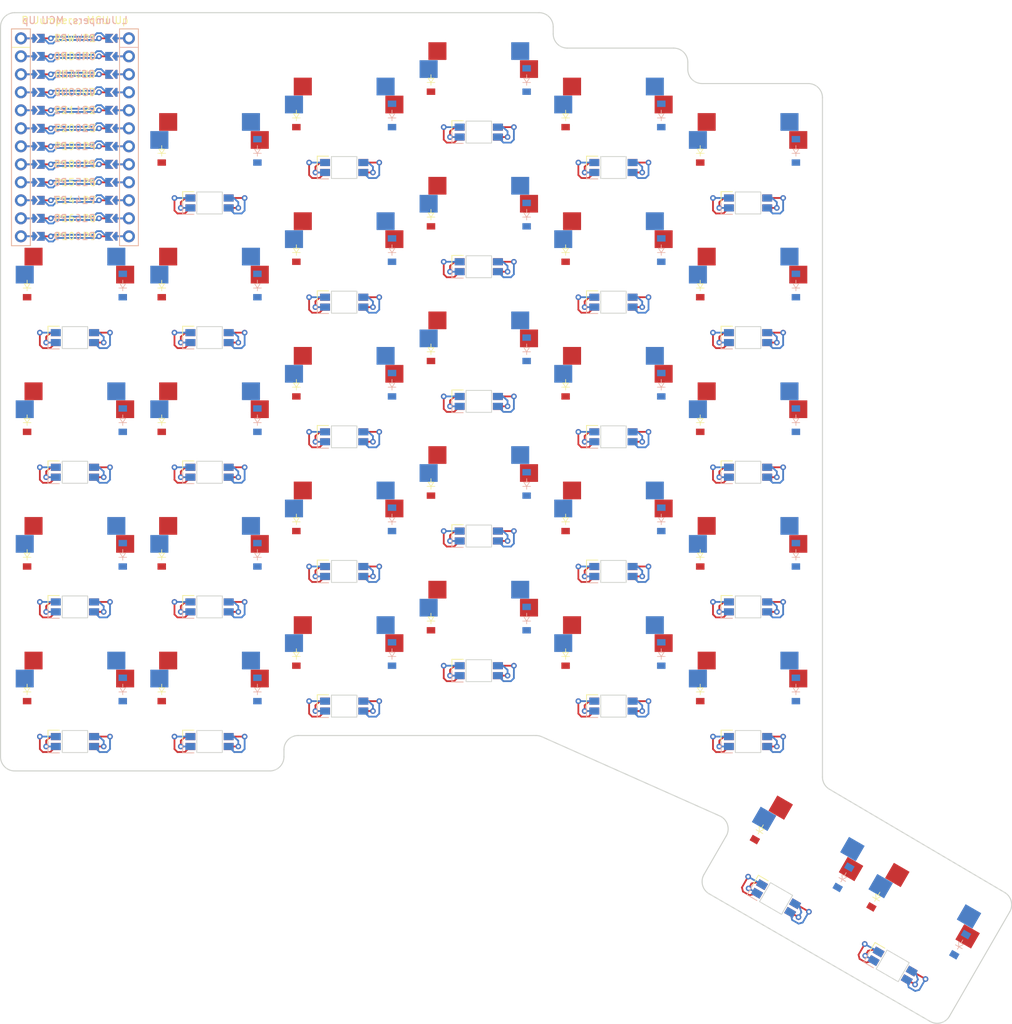
<source format=kicad_pcb>
(kicad_pcb (version 20240108) (generator "ergogen") (generator_version "4.1.0")
  (title_block (title "main") (date "2024-11-02") (rev "v1.0.0") (company "Unknown"))
  (layers (0 "F.Cu" signal) (31 "B.Cu" signal) (34 "B.Paste" user) (35 "F.Paste" user) (36 "B.SilkS" user "B.Silkscreen") (37 "F.SilkS" user "F.Silkscreen") (38 "B.Mask" user) (39 "F.Mask" user) (44 "Edge.Cuts" user))
  (net 0 "")
  (net 1 "c1_r5")
  (net 2 "c1_r4")
  (net 3 "c1_r3")
  (net 4 "c1_r2")
  (net 5 "c2_r5")
  (net 6 "c2_r4")
  (net 7 "c2_r3")
  (net 8 "c2_r2")
  (net 9 "c2_r1")
  (net 10 "c3_r5")
  (net 11 "c3_r4")
  (net 12 "c3_r3")
  (net 13 "c3_r2")
  (net 14 "c3_r1")
  (net 15 "c4_r5")
  (net 16 "c4_r4")
  (net 17 "c4_r3")
  (net 18 "c4_r2")
  (net 19 "c4_r1")
  (net 20 "c5_r5")
  (net 21 "c5_r4")
  (net 22 "c5_r3")
  (net 23 "c5_r2")
  (net 24 "c5_r1")
  (net 25 "c6_r5")
  (net 26 "c6_r4")
  (net 27 "c6_r3")
  (net 28 "c6_r2")
  (net 29 "c6_r1")
  (net 30 "layer_cluster")
  (net 31 "space_cluster")
  (net 32 "RAW")
  (net 33 "GND")
  (net 34 "RST")
  (net 35 "VCC")
  (net 36 "P21")
  (net 37 "P20")
  (net 38 "P19")
  (net 39 "P18")
  (net 40 "P15")
  (net 41 "P14")
  (net 42 "P16")
  (net 43 "P10")
  (net 44 "P1")
  (net 45 "P0")
  (net 46 "P2")
  (net 47 "P3")
  (net 48 "P4")
  (net 49 "P5")
  (net 50 "P6")
  (net 51 "P7")
  (net 52 "P8")
  (net 53 "P9")
  (net 54 "P101")
  (net 55 "P102")
  (net 56 "P107")
  (net 57 "MCU1_24")
  (net 58 "MCU1_1")
  (net 59 "MCU1_23")
  (net 60 "MCU1_2")
  (net 61 "MCU1_22")
  (net 62 "MCU1_3")
  (net 63 "MCU1_21")
  (net 64 "MCU1_4")
  (net 65 "MCU1_20")
  (net 66 "MCU1_5")
  (net 67 "MCU1_19")
  (net 68 "MCU1_6")
  (net 69 "MCU1_18")
  (net 70 "MCU1_7")
  (net 71 "MCU1_17")
  (net 72 "MCU1_8")
  (net 73 "MCU1_16")
  (net 74 "MCU1_9")
  (net 75 "MCU1_15")
  (net 76 "MCU1_10")
  (net 77 "MCU1_14")
  (net 78 "MCU1_11")
  (net 79 "MCU1_13")
  (net 80 "MCU1_12")
  (net 81 "LED_2")
  (net 82 "LED_U_1")
  (net 83 "LED_3")
  (net 84 "LED_4")
  (net 85 "LED_5")
  (net 86 "LED_6")
  (net 87 "LED_7")
  (net 88 "LED_8")
  (net 89 "LED_9")
  (net 90 "LED_10")
  (net 91 "LED_11")
  (net 92 "LED_12")
  (net 93 "LED_13")
  (net 94 "LED_14")
  (net 95 "LED_15")
  (net 96 "LED_16")
  (net 97 "LED_17")
  (net 98 "LED_18")
  (net 99 "LED_19")
  (net 100 "LED_20")
  (net 101 "LED_21")
  (net 102 "LED_22")
  (net 103 "LED_23")
  (net 104 "LED_24")
  (net 105 "LED_25")
  (net 106 "LED_26")
  (net 107 "LED_27")
  (net 108 "LED_28")
  (net 109 "LED_29")
  (net 110 "LED_30")
  (net 111 "LED_31")
  (net 112 "LED_32")
  (net 113 "r5")
  (net 114 "r4")
  (net 115 "r3")
  (net 116 "r2")
  (net 117 "r1")
  (net 118 "cluster")
  (module MX (layer F.Cu) (at 100 140 0)
    (fp_text reference "S1" hide)
    (fp_text value "" hide)
    (pad "" np_thru_hole circle (at 0 0) (size 3.9878 3.9878) (drill 3.9878) (layers *.Cu *.Mask))
    (pad "" np_thru_hole circle (at 5.08 0) (size 1.7018 1.7018) (drill 1.7018) (layers *.Cu *.Mask))
    (pad "" np_thru_hole circle (at -5.08 0) (size 1.7018 1.7018) (drill 1.7018) (layers *.Cu *.Mask))
    (pad "" np_thru_hole circle (at 2.54 -5.08) (size 3 3) (drill 3) (layers *.Cu *.Mask))
    (pad "" np_thru_hole circle (at -3.81 -2.54) (size 3 3) (drill 3) (layers *.Cu *.Mask))
    (pad 1 smd rect (at -7.085 -2.54 0) (size 2.55 2.5) (layers B.Cu B.Paste B.Mask) (net 0 ""))
    (pad 2 smd rect (at 5.842 -5.08 0) (size 2.55 2.5) (layers B.Cu B.Paste B.Mask) (net 1 "c1_r5"))
    (pad "" np_thru_hole circle (at -2.54 -5.08) (size 3 3) (drill 3) (layers *.Cu *.Mask))
    (pad "" np_thru_hole circle (at 3.81 -2.54) (size 3 3) (drill 3) (layers *.Cu *.Mask))
    (pad 1 smd rect (at 7.085 -2.54 0) (size 2.55 2.5) (layers F.Cu F.Paste F.Mask) (net 0 ""))
    (pad 2 smd rect (at -5.842 -5.08 0) (size 2.55 2.5) (layers F.Cu F.Paste F.Mask) (net 1 "c1_r5"))
  )
  (module MX (layer F.Cu) (at 100 121 0)
    (fp_text reference "S2" hide)
    (fp_text value "" hide)
    (pad "" np_thru_hole circle (at 0 0) (size 3.9878 3.9878) (drill 3.9878) (layers *.Cu *.Mask))
    (pad "" np_thru_hole circle (at 5.08 0) (size 1.7018 1.7018) (drill 1.7018) (layers *.Cu *.Mask))
    (pad "" np_thru_hole circle (at -5.08 0) (size 1.7018 1.7018) (drill 1.7018) (layers *.Cu *.Mask))
    (pad "" np_thru_hole circle (at 2.54 -5.08) (size 3 3) (drill 3) (layers *.Cu *.Mask))
    (pad "" np_thru_hole circle (at -3.81 -2.54) (size 3 3) (drill 3) (layers *.Cu *.Mask))
    (pad 1 smd rect (at -7.085 -2.54 0) (size 2.55 2.5) (layers B.Cu B.Paste B.Mask) (net 0 ""))
    (pad 2 smd rect (at 5.842 -5.08 0) (size 2.55 2.5) (layers B.Cu B.Paste B.Mask) (net 2 "c1_r4"))
    (pad "" np_thru_hole circle (at -2.54 -5.08) (size 3 3) (drill 3) (layers *.Cu *.Mask))
    (pad "" np_thru_hole circle (at 3.81 -2.54) (size 3 3) (drill 3) (layers *.Cu *.Mask))
    (pad 1 smd rect (at 7.085 -2.54 0) (size 2.55 2.5) (layers F.Cu F.Paste F.Mask) (net 0 ""))
    (pad 2 smd rect (at -5.842 -5.08 0) (size 2.55 2.5) (layers F.Cu F.Paste F.Mask) (net 2 "c1_r4"))
  )
  (module MX (layer F.Cu) (at 100 102 0)
    (fp_text reference "S3" hide)
    (fp_text value "" hide)
    (pad "" np_thru_hole circle (at 0 0) (size 3.9878 3.9878) (drill 3.9878) (layers *.Cu *.Mask))
    (pad "" np_thru_hole circle (at 5.08 0) (size 1.7018 1.7018) (drill 1.7018) (layers *.Cu *.Mask))
    (pad "" np_thru_hole circle (at -5.08 0) (size 1.7018 1.7018) (drill 1.7018) (layers *.Cu *.Mask))
    (pad "" np_thru_hole circle (at 2.54 -5.08) (size 3 3) (drill 3) (layers *.Cu *.Mask))
    (pad "" np_thru_hole circle (at -3.81 -2.54) (size 3 3) (drill 3) (layers *.Cu *.Mask))
    (pad 1 smd rect (at -7.085 -2.54 0) (size 2.55 2.5) (layers B.Cu B.Paste B.Mask) (net 0 ""))
    (pad 2 smd rect (at 5.842 -5.08 0) (size 2.55 2.5) (layers B.Cu B.Paste B.Mask) (net 3 "c1_r3"))
    (pad "" np_thru_hole circle (at -2.54 -5.08) (size 3 3) (drill 3) (layers *.Cu *.Mask))
    (pad "" np_thru_hole circle (at 3.81 -2.54) (size 3 3) (drill 3) (layers *.Cu *.Mask))
    (pad 1 smd rect (at 7.085 -2.54 0) (size 2.55 2.5) (layers F.Cu F.Paste F.Mask) (net 0 ""))
    (pad 2 smd rect (at -5.842 -5.08 0) (size 2.55 2.5) (layers F.Cu F.Paste F.Mask) (net 3 "c1_r3"))
  )
  (module MX (layer F.Cu) (at 100 83 0)
    (fp_text reference "S4" hide)
    (fp_text value "" hide)
    (pad "" np_thru_hole circle (at 0 0) (size 3.9878 3.9878) (drill 3.9878) (layers *.Cu *.Mask))
    (pad "" np_thru_hole circle (at 5.08 0) (size 1.7018 1.7018) (drill 1.7018) (layers *.Cu *.Mask))
    (pad "" np_thru_hole circle (at -5.08 0) (size 1.7018 1.7018) (drill 1.7018) (layers *.Cu *.Mask))
    (pad "" np_thru_hole circle (at 2.54 -5.08) (size 3 3) (drill 3) (layers *.Cu *.Mask))
    (pad "" np_thru_hole circle (at -3.81 -2.54) (size 3 3) (drill 3) (layers *.Cu *.Mask))
    (pad 1 smd rect (at -7.085 -2.54 0) (size 2.55 2.5) (layers B.Cu B.Paste B.Mask) (net 0 ""))
    (pad 2 smd rect (at 5.842 -5.08 0) (size 2.55 2.5) (layers B.Cu B.Paste B.Mask) (net 4 "c1_r2"))
    (pad "" np_thru_hole circle (at -2.54 -5.08) (size 3 3) (drill 3) (layers *.Cu *.Mask))
    (pad "" np_thru_hole circle (at 3.81 -2.54) (size 3 3) (drill 3) (layers *.Cu *.Mask))
    (pad 1 smd rect (at 7.085 -2.54 0) (size 2.55 2.5) (layers F.Cu F.Paste F.Mask) (net 0 ""))
    (pad 2 smd rect (at -5.842 -5.08 0) (size 2.55 2.5) (layers F.Cu F.Paste F.Mask) (net 4 "c1_r2"))
  )
  (module MX (layer F.Cu) (at 119 140 0)
    (fp_text reference "S5" hide)
    (fp_text value "" hide)
    (pad "" np_thru_hole circle (at 0 0) (size 3.9878 3.9878) (drill 3.9878) (layers *.Cu *.Mask))
    (pad "" np_thru_hole circle (at 5.08 0) (size 1.7018 1.7018) (drill 1.7018) (layers *.Cu *.Mask))
    (pad "" np_thru_hole circle (at -5.08 0) (size 1.7018 1.7018) (drill 1.7018) (layers *.Cu *.Mask))
    (pad "" np_thru_hole circle (at 2.54 -5.08) (size 3 3) (drill 3) (layers *.Cu *.Mask))
    (pad "" np_thru_hole circle (at -3.81 -2.54) (size 3 3) (drill 3) (layers *.Cu *.Mask))
    (pad 1 smd rect (at -7.085 -2.54 0) (size 2.55 2.5) (layers B.Cu B.Paste B.Mask) (net 0 ""))
    (pad 2 smd rect (at 5.842 -5.08 0) (size 2.55 2.5) (layers B.Cu B.Paste B.Mask) (net 5 "c2_r5"))
    (pad "" np_thru_hole circle (at -2.54 -5.08) (size 3 3) (drill 3) (layers *.Cu *.Mask))
    (pad "" np_thru_hole circle (at 3.81 -2.54) (size 3 3) (drill 3) (layers *.Cu *.Mask))
    (pad 1 smd rect (at 7.085 -2.54 0) (size 2.55 2.5) (layers F.Cu F.Paste F.Mask) (net 0 ""))
    (pad 2 smd rect (at -5.842 -5.08 0) (size 2.55 2.5) (layers F.Cu F.Paste F.Mask) (net 5 "c2_r5"))
  )
  (module MX (layer F.Cu) (at 119 121 0)
    (fp_text reference "S6" hide)
    (fp_text value "" hide)
    (pad "" np_thru_hole circle (at 0 0) (size 3.9878 3.9878) (drill 3.9878) (layers *.Cu *.Mask))
    (pad "" np_thru_hole circle (at 5.08 0) (size 1.7018 1.7018) (drill 1.7018) (layers *.Cu *.Mask))
    (pad "" np_thru_hole circle (at -5.08 0) (size 1.7018 1.7018) (drill 1.7018) (layers *.Cu *.Mask))
    (pad "" np_thru_hole circle (at 2.54 -5.08) (size 3 3) (drill 3) (layers *.Cu *.Mask))
    (pad "" np_thru_hole circle (at -3.81 -2.54) (size 3 3) (drill 3) (layers *.Cu *.Mask))
    (pad 1 smd rect (at -7.085 -2.54 0) (size 2.55 2.5) (layers B.Cu B.Paste B.Mask) (net 0 ""))
    (pad 2 smd rect (at 5.842 -5.08 0) (size 2.55 2.5) (layers B.Cu B.Paste B.Mask) (net 6 "c2_r4"))
    (pad "" np_thru_hole circle (at -2.54 -5.08) (size 3 3) (drill 3) (layers *.Cu *.Mask))
    (pad "" np_thru_hole circle (at 3.81 -2.54) (size 3 3) (drill 3) (layers *.Cu *.Mask))
    (pad 1 smd rect (at 7.085 -2.54 0) (size 2.55 2.5) (layers F.Cu F.Paste F.Mask) (net 0 ""))
    (pad 2 smd rect (at -5.842 -5.08 0) (size 2.55 2.5) (layers F.Cu F.Paste F.Mask) (net 6 "c2_r4"))
  )
  (module MX (layer F.Cu) (at 119 102 0)
    (fp_text reference "S7" hide)
    (fp_text value "" hide)
    (pad "" np_thru_hole circle (at 0 0) (size 3.9878 3.9878) (drill 3.9878) (layers *.Cu *.Mask))
    (pad "" np_thru_hole circle (at 5.08 0) (size 1.7018 1.7018) (drill 1.7018) (layers *.Cu *.Mask))
    (pad "" np_thru_hole circle (at -5.08 0) (size 1.7018 1.7018) (drill 1.7018) (layers *.Cu *.Mask))
    (pad "" np_thru_hole circle (at 2.54 -5.08) (size 3 3) (drill 3) (layers *.Cu *.Mask))
    (pad "" np_thru_hole circle (at -3.81 -2.54) (size 3 3) (drill 3) (layers *.Cu *.Mask))
    (pad 1 smd rect (at -7.085 -2.54 0) (size 2.55 2.5) (layers B.Cu B.Paste B.Mask) (net 0 ""))
    (pad 2 smd rect (at 5.842 -5.08 0) (size 2.55 2.5) (layers B.Cu B.Paste B.Mask) (net 7 "c2_r3"))
    (pad "" np_thru_hole circle (at -2.54 -5.08) (size 3 3) (drill 3) (layers *.Cu *.Mask))
    (pad "" np_thru_hole circle (at 3.81 -2.54) (size 3 3) (drill 3) (layers *.Cu *.Mask))
    (pad 1 smd rect (at 7.085 -2.54 0) (size 2.55 2.5) (layers F.Cu F.Paste F.Mask) (net 0 ""))
    (pad 2 smd rect (at -5.842 -5.08 0) (size 2.55 2.5) (layers F.Cu F.Paste F.Mask) (net 7 "c2_r3"))
  )
  (module MX (layer F.Cu) (at 119 83 0)
    (fp_text reference "S8" hide)
    (fp_text value "" hide)
    (pad "" np_thru_hole circle (at 0 0) (size 3.9878 3.9878) (drill 3.9878) (layers *.Cu *.Mask))
    (pad "" np_thru_hole circle (at 5.08 0) (size 1.7018 1.7018) (drill 1.7018) (layers *.Cu *.Mask))
    (pad "" np_thru_hole circle (at -5.08 0) (size 1.7018 1.7018) (drill 1.7018) (layers *.Cu *.Mask))
    (pad "" np_thru_hole circle (at 2.54 -5.08) (size 3 3) (drill 3) (layers *.Cu *.Mask))
    (pad "" np_thru_hole circle (at -3.81 -2.54) (size 3 3) (drill 3) (layers *.Cu *.Mask))
    (pad 1 smd rect (at -7.085 -2.54 0) (size 2.55 2.5) (layers B.Cu B.Paste B.Mask) (net 0 ""))
    (pad 2 smd rect (at 5.842 -5.08 0) (size 2.55 2.5) (layers B.Cu B.Paste B.Mask) (net 8 "c2_r2"))
    (pad "" np_thru_hole circle (at -2.54 -5.08) (size 3 3) (drill 3) (layers *.Cu *.Mask))
    (pad "" np_thru_hole circle (at 3.81 -2.54) (size 3 3) (drill 3) (layers *.Cu *.Mask))
    (pad 1 smd rect (at 7.085 -2.54 0) (size 2.55 2.5) (layers F.Cu F.Paste F.Mask) (net 0 ""))
    (pad 2 smd rect (at -5.842 -5.08 0) (size 2.55 2.5) (layers F.Cu F.Paste F.Mask) (net 8 "c2_r2"))
  )
  (module MX (layer F.Cu) (at 119 64 0)
    (fp_text reference "S9" hide)
    (fp_text value "" hide)
    (pad "" np_thru_hole circle (at 0 0) (size 3.9878 3.9878) (drill 3.9878) (layers *.Cu *.Mask))
    (pad "" np_thru_hole circle (at 5.08 0) (size 1.7018 1.7018) (drill 1.7018) (layers *.Cu *.Mask))
    (pad "" np_thru_hole circle (at -5.08 0) (size 1.7018 1.7018) (drill 1.7018) (layers *.Cu *.Mask))
    (pad "" np_thru_hole circle (at 2.54 -5.08) (size 3 3) (drill 3) (layers *.Cu *.Mask))
    (pad "" np_thru_hole circle (at -3.81 -2.54) (size 3 3) (drill 3) (layers *.Cu *.Mask))
    (pad 1 smd rect (at -7.085 -2.54 0) (size 2.55 2.5) (layers B.Cu B.Paste B.Mask) (net 0 ""))
    (pad 2 smd rect (at 5.842 -5.08 0) (size 2.55 2.5) (layers B.Cu B.Paste B.Mask) (net 9 "c2_r1"))
    (pad "" np_thru_hole circle (at -2.54 -5.08) (size 3 3) (drill 3) (layers *.Cu *.Mask))
    (pad "" np_thru_hole circle (at 3.81 -2.54) (size 3 3) (drill 3) (layers *.Cu *.Mask))
    (pad 1 smd rect (at 7.085 -2.54 0) (size 2.55 2.5) (layers F.Cu F.Paste F.Mask) (net 0 ""))
    (pad 2 smd rect (at -5.842 -5.08 0) (size 2.55 2.5) (layers F.Cu F.Paste F.Mask) (net 9 "c2_r1"))
  )
  (module MX (layer F.Cu) (at 138 135 0)
    (fp_text reference "S10" hide)
    (fp_text value "" hide)
    (pad "" np_thru_hole circle (at 0 0) (size 3.9878 3.9878) (drill 3.9878) (layers *.Cu *.Mask))
    (pad "" np_thru_hole circle (at 5.08 0) (size 1.7018 1.7018) (drill 1.7018) (layers *.Cu *.Mask))
    (pad "" np_thru_hole circle (at -5.08 0) (size 1.7018 1.7018) (drill 1.7018) (layers *.Cu *.Mask))
    (pad "" np_thru_hole circle (at 2.54 -5.08) (size 3 3) (drill 3) (layers *.Cu *.Mask))
    (pad "" np_thru_hole circle (at -3.81 -2.54) (size 3 3) (drill 3) (layers *.Cu *.Mask))
    (pad 1 smd rect (at -7.085 -2.54 0) (size 2.55 2.5) (layers B.Cu B.Paste B.Mask) (net 0 ""))
    (pad 2 smd rect (at 5.842 -5.08 0) (size 2.55 2.5) (layers B.Cu B.Paste B.Mask) (net 10 "c3_r5"))
    (pad "" np_thru_hole circle (at -2.54 -5.08) (size 3 3) (drill 3) (layers *.Cu *.Mask))
    (pad "" np_thru_hole circle (at 3.81 -2.54) (size 3 3) (drill 3) (layers *.Cu *.Mask))
    (pad 1 smd rect (at 7.085 -2.54 0) (size 2.55 2.5) (layers F.Cu F.Paste F.Mask) (net 0 ""))
    (pad 2 smd rect (at -5.842 -5.08 0) (size 2.55 2.5) (layers F.Cu F.Paste F.Mask) (net 10 "c3_r5"))
  )
  (module MX (layer F.Cu) (at 138 116 0)
    (fp_text reference "S11" hide)
    (fp_text value "" hide)
    (pad "" np_thru_hole circle (at 0 0) (size 3.9878 3.9878) (drill 3.9878) (layers *.Cu *.Mask))
    (pad "" np_thru_hole circle (at 5.08 0) (size 1.7018 1.7018) (drill 1.7018) (layers *.Cu *.Mask))
    (pad "" np_thru_hole circle (at -5.08 0) (size 1.7018 1.7018) (drill 1.7018) (layers *.Cu *.Mask))
    (pad "" np_thru_hole circle (at 2.54 -5.08) (size 3 3) (drill 3) (layers *.Cu *.Mask))
    (pad "" np_thru_hole circle (at -3.81 -2.54) (size 3 3) (drill 3) (layers *.Cu *.Mask))
    (pad 1 smd rect (at -7.085 -2.54 0) (size 2.55 2.5) (layers B.Cu B.Paste B.Mask) (net 0 ""))
    (pad 2 smd rect (at 5.842 -5.08 0) (size 2.55 2.5) (layers B.Cu B.Paste B.Mask) (net 11 "c3_r4"))
    (pad "" np_thru_hole circle (at -2.54 -5.08) (size 3 3) (drill 3) (layers *.Cu *.Mask))
    (pad "" np_thru_hole circle (at 3.81 -2.54) (size 3 3) (drill 3) (layers *.Cu *.Mask))
    (pad 1 smd rect (at 7.085 -2.54 0) (size 2.55 2.5) (layers F.Cu F.Paste F.Mask) (net 0 ""))
    (pad 2 smd rect (at -5.842 -5.08 0) (size 2.55 2.5) (layers F.Cu F.Paste F.Mask) (net 11 "c3_r4"))
  )
  (module MX (layer F.Cu) (at 138 97 0)
    (fp_text reference "S12" hide)
    (fp_text value "" hide)
    (pad "" np_thru_hole circle (at 0 0) (size 3.9878 3.9878) (drill 3.9878) (layers *.Cu *.Mask))
    (pad "" np_thru_hole circle (at 5.08 0) (size 1.7018 1.7018) (drill 1.7018) (layers *.Cu *.Mask))
    (pad "" np_thru_hole circle (at -5.08 0) (size 1.7018 1.7018) (drill 1.7018) (layers *.Cu *.Mask))
    (pad "" np_thru_hole circle (at 2.54 -5.08) (size 3 3) (drill 3) (layers *.Cu *.Mask))
    (pad "" np_thru_hole circle (at -3.81 -2.54) (size 3 3) (drill 3) (layers *.Cu *.Mask))
    (pad 1 smd rect (at -7.085 -2.54 0) (size 2.55 2.5) (layers B.Cu B.Paste B.Mask) (net 0 ""))
    (pad 2 smd rect (at 5.842 -5.08 0) (size 2.55 2.5) (layers B.Cu B.Paste B.Mask) (net 12 "c3_r3"))
    (pad "" np_thru_hole circle (at -2.54 -5.08) (size 3 3) (drill 3) (layers *.Cu *.Mask))
    (pad "" np_thru_hole circle (at 3.81 -2.54) (size 3 3) (drill 3) (layers *.Cu *.Mask))
    (pad 1 smd rect (at 7.085 -2.54 0) (size 2.55 2.5) (layers F.Cu F.Paste F.Mask) (net 0 ""))
    (pad 2 smd rect (at -5.842 -5.08 0) (size 2.55 2.5) (layers F.Cu F.Paste F.Mask) (net 12 "c3_r3"))
  )
  (module MX (layer F.Cu) (at 138 78 0)
    (fp_text reference "S13" hide)
    (fp_text value "" hide)
    (pad "" np_thru_hole circle (at 0 0) (size 3.9878 3.9878) (drill 3.9878) (layers *.Cu *.Mask))
    (pad "" np_thru_hole circle (at 5.08 0) (size 1.7018 1.7018) (drill 1.7018) (layers *.Cu *.Mask))
    (pad "" np_thru_hole circle (at -5.08 0) (size 1.7018 1.7018) (drill 1.7018) (layers *.Cu *.Mask))
    (pad "" np_thru_hole circle (at 2.54 -5.08) (size 3 3) (drill 3) (layers *.Cu *.Mask))
    (pad "" np_thru_hole circle (at -3.81 -2.54) (size 3 3) (drill 3) (layers *.Cu *.Mask))
    (pad 1 smd rect (at -7.085 -2.54 0) (size 2.55 2.5) (layers B.Cu B.Paste B.Mask) (net 0 ""))
    (pad 2 smd rect (at 5.842 -5.08 0) (size 2.55 2.5) (layers B.Cu B.Paste B.Mask) (net 13 "c3_r2"))
    (pad "" np_thru_hole circle (at -2.54 -5.08) (size 3 3) (drill 3) (layers *.Cu *.Mask))
    (pad "" np_thru_hole circle (at 3.81 -2.54) (size 3 3) (drill 3) (layers *.Cu *.Mask))
    (pad 1 smd rect (at 7.085 -2.54 0) (size 2.55 2.5) (layers F.Cu F.Paste F.Mask) (net 0 ""))
    (pad 2 smd rect (at -5.842 -5.08 0) (size 2.55 2.5) (layers F.Cu F.Paste F.Mask) (net 13 "c3_r2"))
  )
  (module MX (layer F.Cu) (at 138 59 0)
    (fp_text reference "S14" hide)
    (fp_text value "" hide)
    (pad "" np_thru_hole circle (at 0 0) (size 3.9878 3.9878) (drill 3.9878) (layers *.Cu *.Mask))
    (pad "" np_thru_hole circle (at 5.08 0) (size 1.7018 1.7018) (drill 1.7018) (layers *.Cu *.Mask))
    (pad "" np_thru_hole circle (at -5.08 0) (size 1.7018 1.7018) (drill 1.7018) (layers *.Cu *.Mask))
    (pad "" np_thru_hole circle (at 2.54 -5.08) (size 3 3) (drill 3) (layers *.Cu *.Mask))
    (pad "" np_thru_hole circle (at -3.81 -2.54) (size 3 3) (drill 3) (layers *.Cu *.Mask))
    (pad 1 smd rect (at -7.085 -2.54 0) (size 2.55 2.5) (layers B.Cu B.Paste B.Mask) (net 0 ""))
    (pad 2 smd rect (at 5.842 -5.08 0) (size 2.55 2.5) (layers B.Cu B.Paste B.Mask) (net 14 "c3_r1"))
    (pad "" np_thru_hole circle (at -2.54 -5.08) (size 3 3) (drill 3) (layers *.Cu *.Mask))
    (pad "" np_thru_hole circle (at 3.81 -2.54) (size 3 3) (drill 3) (layers *.Cu *.Mask))
    (pad 1 smd rect (at 7.085 -2.54 0) (size 2.55 2.5) (layers F.Cu F.Paste F.Mask) (net 0 ""))
    (pad 2 smd rect (at -5.842 -5.08 0) (size 2.55 2.5) (layers F.Cu F.Paste F.Mask) (net 14 "c3_r1"))
  )
  (module MX (layer F.Cu) (at 157 130 0)
    (fp_text reference "S15" hide)
    (fp_text value "" hide)
    (pad "" np_thru_hole circle (at 0 0) (size 3.9878 3.9878) (drill 3.9878) (layers *.Cu *.Mask))
    (pad "" np_thru_hole circle (at 5.08 0) (size 1.7018 1.7018) (drill 1.7018) (layers *.Cu *.Mask))
    (pad "" np_thru_hole circle (at -5.08 0) (size 1.7018 1.7018) (drill 1.7018) (layers *.Cu *.Mask))
    (pad "" np_thru_hole circle (at 2.54 -5.08) (size 3 3) (drill 3) (layers *.Cu *.Mask))
    (pad "" np_thru_hole circle (at -3.81 -2.54) (size 3 3) (drill 3) (layers *.Cu *.Mask))
    (pad 1 smd rect (at -7.085 -2.54 0) (size 2.55 2.5) (layers B.Cu B.Paste B.Mask) (net 0 ""))
    (pad 2 smd rect (at 5.842 -5.08 0) (size 2.55 2.5) (layers B.Cu B.Paste B.Mask) (net 15 "c4_r5"))
    (pad "" np_thru_hole circle (at -2.54 -5.08) (size 3 3) (drill 3) (layers *.Cu *.Mask))
    (pad "" np_thru_hole circle (at 3.81 -2.54) (size 3 3) (drill 3) (layers *.Cu *.Mask))
    (pad 1 smd rect (at 7.085 -2.54 0) (size 2.55 2.5) (layers F.Cu F.Paste F.Mask) (net 0 ""))
    (pad 2 smd rect (at -5.842 -5.08 0) (size 2.55 2.5) (layers F.Cu F.Paste F.Mask) (net 15 "c4_r5"))
  )
  (module MX (layer F.Cu) (at 157 111 0)
    (fp_text reference "S16" hide)
    (fp_text value "" hide)
    (pad "" np_thru_hole circle (at 0 0) (size 3.9878 3.9878) (drill 3.9878) (layers *.Cu *.Mask))
    (pad "" np_thru_hole circle (at 5.08 0) (size 1.7018 1.7018) (drill 1.7018) (layers *.Cu *.Mask))
    (pad "" np_thru_hole circle (at -5.08 0) (size 1.7018 1.7018) (drill 1.7018) (layers *.Cu *.Mask))
    (pad "" np_thru_hole circle (at 2.54 -5.08) (size 3 3) (drill 3) (layers *.Cu *.Mask))
    (pad "" np_thru_hole circle (at -3.81 -2.54) (size 3 3) (drill 3) (layers *.Cu *.Mask))
    (pad 1 smd rect (at -7.085 -2.54 0) (size 2.55 2.5) (layers B.Cu B.Paste B.Mask) (net 0 ""))
    (pad 2 smd rect (at 5.842 -5.08 0) (size 2.55 2.5) (layers B.Cu B.Paste B.Mask) (net 16 "c4_r4"))
    (pad "" np_thru_hole circle (at -2.54 -5.08) (size 3 3) (drill 3) (layers *.Cu *.Mask))
    (pad "" np_thru_hole circle (at 3.81 -2.54) (size 3 3) (drill 3) (layers *.Cu *.Mask))
    (pad 1 smd rect (at 7.085 -2.54 0) (size 2.55 2.5) (layers F.Cu F.Paste F.Mask) (net 0 ""))
    (pad 2 smd rect (at -5.842 -5.08 0) (size 2.55 2.5) (layers F.Cu F.Paste F.Mask) (net 16 "c4_r4"))
  )
  (module MX (layer F.Cu) (at 157 92 0)
    (fp_text reference "S17" hide)
    (fp_text value "" hide)
    (pad "" np_thru_hole circle (at 0 0) (size 3.9878 3.9878) (drill 3.9878) (layers *.Cu *.Mask))
    (pad "" np_thru_hole circle (at 5.08 0) (size 1.7018 1.7018) (drill 1.7018) (layers *.Cu *.Mask))
    (pad "" np_thru_hole circle (at -5.08 0) (size 1.7018 1.7018) (drill 1.7018) (layers *.Cu *.Mask))
    (pad "" np_thru_hole circle (at 2.54 -5.08) (size 3 3) (drill 3) (layers *.Cu *.Mask))
    (pad "" np_thru_hole circle (at -3.81 -2.54) (size 3 3) (drill 3) (layers *.Cu *.Mask))
    (pad 1 smd rect (at -7.085 -2.54 0) (size 2.55 2.5) (layers B.Cu B.Paste B.Mask) (net 0 ""))
    (pad 2 smd rect (at 5.842 -5.08 0) (size 2.55 2.5) (layers B.Cu B.Paste B.Mask) (net 17 "c4_r3"))
    (pad "" np_thru_hole circle (at -2.54 -5.08) (size 3 3) (drill 3) (layers *.Cu *.Mask))
    (pad "" np_thru_hole circle (at 3.81 -2.54) (size 3 3) (drill 3) (layers *.Cu *.Mask))
    (pad 1 smd rect (at 7.085 -2.54 0) (size 2.55 2.5) (layers F.Cu F.Paste F.Mask) (net 0 ""))
    (pad 2 smd rect (at -5.842 -5.08 0) (size 2.55 2.5) (layers F.Cu F.Paste F.Mask) (net 17 "c4_r3"))
  )
  (module MX (layer F.Cu) (at 157 73 0)
    (fp_text reference "S18" hide)
    (fp_text value "" hide)
    (pad "" np_thru_hole circle (at 0 0) (size 3.9878 3.9878) (drill 3.9878) (layers *.Cu *.Mask))
    (pad "" np_thru_hole circle (at 5.08 0) (size 1.7018 1.7018) (drill 1.7018) (layers *.Cu *.Mask))
    (pad "" np_thru_hole circle (at -5.08 0) (size 1.7018 1.7018) (drill 1.7018) (layers *.Cu *.Mask))
    (pad "" np_thru_hole circle (at 2.54 -5.08) (size 3 3) (drill 3) (layers *.Cu *.Mask))
    (pad "" np_thru_hole circle (at -3.81 -2.54) (size 3 3) (drill 3) (layers *.Cu *.Mask))
    (pad 1 smd rect (at -7.085 -2.54 0) (size 2.55 2.5) (layers B.Cu B.Paste B.Mask) (net 0 ""))
    (pad 2 smd rect (at 5.842 -5.08 0) (size 2.55 2.5) (layers B.Cu B.Paste B.Mask) (net 18 "c4_r2"))
    (pad "" np_thru_hole circle (at -2.54 -5.08) (size 3 3) (drill 3) (layers *.Cu *.Mask))
    (pad "" np_thru_hole circle (at 3.81 -2.54) (size 3 3) (drill 3) (layers *.Cu *.Mask))
    (pad 1 smd rect (at 7.085 -2.54 0) (size 2.55 2.5) (layers F.Cu F.Paste F.Mask) (net 0 ""))
    (pad 2 smd rect (at -5.842 -5.08 0) (size 2.55 2.5) (layers F.Cu F.Paste F.Mask) (net 18 "c4_r2"))
  )
  (module MX (layer F.Cu) (at 157 54 0)
    (fp_text reference "S19" hide)
    (fp_text value "" hide)
    (pad "" np_thru_hole circle (at 0 0) (size 3.9878 3.9878) (drill 3.9878) (layers *.Cu *.Mask))
    (pad "" np_thru_hole circle (at 5.08 0) (size 1.7018 1.7018) (drill 1.7018) (layers *.Cu *.Mask))
    (pad "" np_thru_hole circle (at -5.08 0) (size 1.7018 1.7018) (drill 1.7018) (layers *.Cu *.Mask))
    (pad "" np_thru_hole circle (at 2.54 -5.08) (size 3 3) (drill 3) (layers *.Cu *.Mask))
    (pad "" np_thru_hole circle (at -3.81 -2.54) (size 3 3) (drill 3) (layers *.Cu *.Mask))
    (pad 1 smd rect (at -7.085 -2.54 0) (size 2.55 2.5) (layers B.Cu B.Paste B.Mask) (net 0 ""))
    (pad 2 smd rect (at 5.842 -5.08 0) (size 2.55 2.5) (layers B.Cu B.Paste B.Mask) (net 19 "c4_r1"))
    (pad "" np_thru_hole circle (at -2.54 -5.08) (size 3 3) (drill 3) (layers *.Cu *.Mask))
    (pad "" np_thru_hole circle (at 3.81 -2.54) (size 3 3) (drill 3) (layers *.Cu *.Mask))
    (pad 1 smd rect (at 7.085 -2.54 0) (size 2.55 2.5) (layers F.Cu F.Paste F.Mask) (net 0 ""))
    (pad 2 smd rect (at -5.842 -5.08 0) (size 2.55 2.5) (layers F.Cu F.Paste F.Mask) (net 19 "c4_r1"))
  )
  (module MX (layer F.Cu) (at 176 135 0)
    (fp_text reference "S20" hide)
    (fp_text value "" hide)
    (pad "" np_thru_hole circle (at 0 0) (size 3.9878 3.9878) (drill 3.9878) (layers *.Cu *.Mask))
    (pad "" np_thru_hole circle (at 5.08 0) (size 1.7018 1.7018) (drill 1.7018) (layers *.Cu *.Mask))
    (pad "" np_thru_hole circle (at -5.08 0) (size 1.7018 1.7018) (drill 1.7018) (layers *.Cu *.Mask))
    (pad "" np_thru_hole circle (at 2.54 -5.08) (size 3 3) (drill 3) (layers *.Cu *.Mask))
    (pad "" np_thru_hole circle (at -3.81 -2.54) (size 3 3) (drill 3) (layers *.Cu *.Mask))
    (pad 1 smd rect (at -7.085 -2.54 0) (size 2.55 2.5) (layers B.Cu B.Paste B.Mask) (net 0 ""))
    (pad 2 smd rect (at 5.842 -5.08 0) (size 2.55 2.5) (layers B.Cu B.Paste B.Mask) (net 20 "c5_r5"))
    (pad "" np_thru_hole circle (at -2.54 -5.08) (size 3 3) (drill 3) (layers *.Cu *.Mask))
    (pad "" np_thru_hole circle (at 3.81 -2.54) (size 3 3) (drill 3) (layers *.Cu *.Mask))
    (pad 1 smd rect (at 7.085 -2.54 0) (size 2.55 2.5) (layers F.Cu F.Paste F.Mask) (net 0 ""))
    (pad 2 smd rect (at -5.842 -5.08 0) (size 2.55 2.5) (layers F.Cu F.Paste F.Mask) (net 20 "c5_r5"))
  )
  (module MX (layer F.Cu) (at 176 116 0)
    (fp_text reference "S21" hide)
    (fp_text value "" hide)
    (pad "" np_thru_hole circle (at 0 0) (size 3.9878 3.9878) (drill 3.9878) (layers *.Cu *.Mask))
    (pad "" np_thru_hole circle (at 5.08 0) (size 1.7018 1.7018) (drill 1.7018) (layers *.Cu *.Mask))
    (pad "" np_thru_hole circle (at -5.08 0) (size 1.7018 1.7018) (drill 1.7018) (layers *.Cu *.Mask))
    (pad "" np_thru_hole circle (at 2.54 -5.08) (size 3 3) (drill 3) (layers *.Cu *.Mask))
    (pad "" np_thru_hole circle (at -3.81 -2.54) (size 3 3) (drill 3) (layers *.Cu *.Mask))
    (pad 1 smd rect (at -7.085 -2.54 0) (size 2.55 2.5) (layers B.Cu B.Paste B.Mask) (net 0 ""))
    (pad 2 smd rect (at 5.842 -5.08 0) (size 2.55 2.5) (layers B.Cu B.Paste B.Mask) (net 21 "c5_r4"))
    (pad "" np_thru_hole circle (at -2.54 -5.08) (size 3 3) (drill 3) (layers *.Cu *.Mask))
    (pad "" np_thru_hole circle (at 3.81 -2.54) (size 3 3) (drill 3) (layers *.Cu *.Mask))
    (pad 1 smd rect (at 7.085 -2.54 0) (size 2.55 2.5) (layers F.Cu F.Paste F.Mask) (net 0 ""))
    (pad 2 smd rect (at -5.842 -5.08 0) (size 2.55 2.5) (layers F.Cu F.Paste F.Mask) (net 21 "c5_r4"))
  )
  (module MX (layer F.Cu) (at 176 97 0)
    (fp_text reference "S22" hide)
    (fp_text value "" hide)
    (pad "" np_thru_hole circle (at 0 0) (size 3.9878 3.9878) (drill 3.9878) (layers *.Cu *.Mask))
    (pad "" np_thru_hole circle (at 5.08 0) (size 1.7018 1.7018) (drill 1.7018) (layers *.Cu *.Mask))
    (pad "" np_thru_hole circle (at -5.08 0) (size 1.7018 1.7018) (drill 1.7018) (layers *.Cu *.Mask))
    (pad "" np_thru_hole circle (at 2.54 -5.08) (size 3 3) (drill 3) (layers *.Cu *.Mask))
    (pad "" np_thru_hole circle (at -3.81 -2.54) (size 3 3) (drill 3) (layers *.Cu *.Mask))
    (pad 1 smd rect (at -7.085 -2.54 0) (size 2.55 2.5) (layers B.Cu B.Paste B.Mask) (net 0 ""))
    (pad 2 smd rect (at 5.842 -5.08 0) (size 2.55 2.5) (layers B.Cu B.Paste B.Mask) (net 22 "c5_r3"))
    (pad "" np_thru_hole circle (at -2.54 -5.08) (size 3 3) (drill 3) (layers *.Cu *.Mask))
    (pad "" np_thru_hole circle (at 3.81 -2.54) (size 3 3) (drill 3) (layers *.Cu *.Mask))
    (pad 1 smd rect (at 7.085 -2.54 0) (size 2.55 2.5) (layers F.Cu F.Paste F.Mask) (net 0 ""))
    (pad 2 smd rect (at -5.842 -5.08 0) (size 2.55 2.5) (layers F.Cu F.Paste F.Mask) (net 22 "c5_r3"))
  )
  (module MX (layer F.Cu) (at 176 78 0)
    (fp_text reference "S23" hide)
    (fp_text value "" hide)
    (pad "" np_thru_hole circle (at 0 0) (size 3.9878 3.9878) (drill 3.9878) (layers *.Cu *.Mask))
    (pad "" np_thru_hole circle (at 5.08 0) (size 1.7018 1.7018) (drill 1.7018) (layers *.Cu *.Mask))
    (pad "" np_thru_hole circle (at -5.08 0) (size 1.7018 1.7018) (drill 1.7018) (layers *.Cu *.Mask))
    (pad "" np_thru_hole circle (at 2.54 -5.08) (size 3 3) (drill 3) (layers *.Cu *.Mask))
    (pad "" np_thru_hole circle (at -3.81 -2.54) (size 3 3) (drill 3) (layers *.Cu *.Mask))
    (pad 1 smd rect (at -7.085 -2.54 0) (size 2.55 2.5) (layers B.Cu B.Paste B.Mask) (net 0 ""))
    (pad 2 smd rect (at 5.842 -5.08 0) (size 2.55 2.5) (layers B.Cu B.Paste B.Mask) (net 23 "c5_r2"))
    (pad "" np_thru_hole circle (at -2.54 -5.08) (size 3 3) (drill 3) (layers *.Cu *.Mask))
    (pad "" np_thru_hole circle (at 3.81 -2.54) (size 3 3) (drill 3) (layers *.Cu *.Mask))
    (pad 1 smd rect (at 7.085 -2.54 0) (size 2.55 2.5) (layers F.Cu F.Paste F.Mask) (net 0 ""))
    (pad 2 smd rect (at -5.842 -5.08 0) (size 2.55 2.5) (layers F.Cu F.Paste F.Mask) (net 23 "c5_r2"))
  )
  (module MX (layer F.Cu) (at 176 59 0)
    (fp_text reference "S24" hide)
    (fp_text value "" hide)
    (pad "" np_thru_hole circle (at 0 0) (size 3.9878 3.9878) (drill 3.9878) (layers *.Cu *.Mask))
    (pad "" np_thru_hole circle (at 5.08 0) (size 1.7018 1.7018) (drill 1.7018) (layers *.Cu *.Mask))
    (pad "" np_thru_hole circle (at -5.08 0) (size 1.7018 1.7018) (drill 1.7018) (layers *.Cu *.Mask))
    (pad "" np_thru_hole circle (at 2.54 -5.08) (size 3 3) (drill 3) (layers *.Cu *.Mask))
    (pad "" np_thru_hole circle (at -3.81 -2.54) (size 3 3) (drill 3) (layers *.Cu *.Mask))
    (pad 1 smd rect (at -7.085 -2.54 0) (size 2.55 2.5) (layers B.Cu B.Paste B.Mask) (net 0 ""))
    (pad 2 smd rect (at 5.842 -5.08 0) (size 2.55 2.5) (layers B.Cu B.Paste B.Mask) (net 24 "c5_r1"))
    (pad "" np_thru_hole circle (at -2.54 -5.08) (size 3 3) (drill 3) (layers *.Cu *.Mask))
    (pad "" np_thru_hole circle (at 3.81 -2.54) (size 3 3) (drill 3) (layers *.Cu *.Mask))
    (pad 1 smd rect (at 7.085 -2.54 0) (size 2.55 2.5) (layers F.Cu F.Paste F.Mask) (net 0 ""))
    (pad 2 smd rect (at -5.842 -5.08 0) (size 2.55 2.5) (layers F.Cu F.Paste F.Mask) (net 24 "c5_r1"))
  )
  (module MX (layer F.Cu) (at 195 140 0)
    (fp_text reference "S25" hide)
    (fp_text value "" hide)
    (pad "" np_thru_hole circle (at 0 0) (size 3.9878 3.9878) (drill 3.9878) (layers *.Cu *.Mask))
    (pad "" np_thru_hole circle (at 5.08 0) (size 1.7018 1.7018) (drill 1.7018) (layers *.Cu *.Mask))
    (pad "" np_thru_hole circle (at -5.08 0) (size 1.7018 1.7018) (drill 1.7018) (layers *.Cu *.Mask))
    (pad "" np_thru_hole circle (at 2.54 -5.08) (size 3 3) (drill 3) (layers *.Cu *.Mask))
    (pad "" np_thru_hole circle (at -3.81 -2.54) (size 3 3) (drill 3) (layers *.Cu *.Mask))
    (pad 1 smd rect (at -7.085 -2.54 0) (size 2.55 2.5) (layers B.Cu B.Paste B.Mask) (net 0 ""))
    (pad 2 smd rect (at 5.842 -5.08 0) (size 2.55 2.5) (layers B.Cu B.Paste B.Mask) (net 25 "c6_r5"))
    (pad "" np_thru_hole circle (at -2.54 -5.08) (size 3 3) (drill 3) (layers *.Cu *.Mask))
    (pad "" np_thru_hole circle (at 3.81 -2.54) (size 3 3) (drill 3) (layers *.Cu *.Mask))
    (pad 1 smd rect (at 7.085 -2.54 0) (size 2.55 2.5) (layers F.Cu F.Paste F.Mask) (net 0 ""))
    (pad 2 smd rect (at -5.842 -5.08 0) (size 2.55 2.5) (layers F.Cu F.Paste F.Mask) (net 25 "c6_r5"))
  )
  (module MX (layer F.Cu) (at 195 121 0)
    (fp_text reference "S26" hide)
    (fp_text value "" hide)
    (pad "" np_thru_hole circle (at 0 0) (size 3.9878 3.9878) (drill 3.9878) (layers *.Cu *.Mask))
    (pad "" np_thru_hole circle (at 5.08 0) (size 1.7018 1.7018) (drill 1.7018) (layers *.Cu *.Mask))
    (pad "" np_thru_hole circle (at -5.08 0) (size 1.7018 1.7018) (drill 1.7018) (layers *.Cu *.Mask))
    (pad "" np_thru_hole circle (at 2.54 -5.08) (size 3 3) (drill 3) (layers *.Cu *.Mask))
    (pad "" np_thru_hole circle (at -3.81 -2.54) (size 3 3) (drill 3) (layers *.Cu *.Mask))
    (pad 1 smd rect (at -7.085 -2.54 0) (size 2.55 2.5) (layers B.Cu B.Paste B.Mask) (net 0 ""))
    (pad 2 smd rect (at 5.842 -5.08 0) (size 2.55 2.5) (layers B.Cu B.Paste B.Mask) (net 26 "c6_r4"))
    (pad "" np_thru_hole circle (at -2.54 -5.08) (size 3 3) (drill 3) (layers *.Cu *.Mask))
    (pad "" np_thru_hole circle (at 3.81 -2.54) (size 3 3) (drill 3) (layers *.Cu *.Mask))
    (pad 1 smd rect (at 7.085 -2.54 0) (size 2.55 2.5) (layers F.Cu F.Paste F.Mask) (net 0 ""))
    (pad 2 smd rect (at -5.842 -5.08 0) (size 2.55 2.5) (layers F.Cu F.Paste F.Mask) (net 26 "c6_r4"))
  )
  (module MX (layer F.Cu) (at 195 102 0)
    (fp_text reference "S27" hide)
    (fp_text value "" hide)
    (pad "" np_thru_hole circle (at 0 0) (size 3.9878 3.9878) (drill 3.9878) (layers *.Cu *.Mask))
    (pad "" np_thru_hole circle (at 5.08 0) (size 1.7018 1.7018) (drill 1.7018) (layers *.Cu *.Mask))
    (pad "" np_thru_hole circle (at -5.08 0) (size 1.7018 1.7018) (drill 1.7018) (layers *.Cu *.Mask))
    (pad "" np_thru_hole circle (at 2.54 -5.08) (size 3 3) (drill 3) (layers *.Cu *.Mask))
    (pad "" np_thru_hole circle (at -3.81 -2.54) (size 3 3) (drill 3) (layers *.Cu *.Mask))
    (pad 1 smd rect (at -7.085 -2.54 0) (size 2.55 2.5) (layers B.Cu B.Paste B.Mask) (net 0 ""))
    (pad 2 smd rect (at 5.842 -5.08 0) (size 2.55 2.5) (layers B.Cu B.Paste B.Mask) (net 27 "c6_r3"))
    (pad "" np_thru_hole circle (at -2.54 -5.08) (size 3 3) (drill 3) (layers *.Cu *.Mask))
    (pad "" np_thru_hole circle (at 3.81 -2.54) (size 3 3) (drill 3) (layers *.Cu *.Mask))
    (pad 1 smd rect (at 7.085 -2.54 0) (size 2.55 2.5) (layers F.Cu F.Paste F.Mask) (net 0 ""))
    (pad 2 smd rect (at -5.842 -5.08 0) (size 2.55 2.5) (layers F.Cu F.Paste F.Mask) (net 27 "c6_r3"))
  )
  (module MX (layer F.Cu) (at 195 83 0)
    (fp_text reference "S28" hide)
    (fp_text value "" hide)
    (pad "" np_thru_hole circle (at 0 0) (size 3.9878 3.9878) (drill 3.9878) (layers *.Cu *.Mask))
    (pad "" np_thru_hole circle (at 5.08 0) (size 1.7018 1.7018) (drill 1.7018) (layers *.Cu *.Mask))
    (pad "" np_thru_hole circle (at -5.08 0) (size 1.7018 1.7018) (drill 1.7018) (layers *.Cu *.Mask))
    (pad "" np_thru_hole circle (at 2.54 -5.08) (size 3 3) (drill 3) (layers *.Cu *.Mask))
    (pad "" np_thru_hole circle (at -3.81 -2.54) (size 3 3) (drill 3) (layers *.Cu *.Mask))
    (pad 1 smd rect (at -7.085 -2.54 0) (size 2.55 2.5) (layers B.Cu B.Paste B.Mask) (net 0 ""))
    (pad 2 smd rect (at 5.842 -5.08 0) (size 2.55 2.5) (layers B.Cu B.Paste B.Mask) (net 28 "c6_r2"))
    (pad "" np_thru_hole circle (at -2.54 -5.08) (size 3 3) (drill 3) (layers *.Cu *.Mask))
    (pad "" np_thru_hole circle (at 3.81 -2.54) (size 3 3) (drill 3) (layers *.Cu *.Mask))
    (pad 1 smd rect (at 7.085 -2.54 0) (size 2.55 2.5) (layers F.Cu F.Paste F.Mask) (net 0 ""))
    (pad 2 smd rect (at -5.842 -5.08 0) (size 2.55 2.5) (layers F.Cu F.Paste F.Mask) (net 28 "c6_r2"))
  )
  (module MX (layer F.Cu) (at 195 64 0)
    (fp_text reference "S29" hide)
    (fp_text value "" hide)
    (pad "" np_thru_hole circle (at 0 0) (size 3.9878 3.9878) (drill 3.9878) (layers *.Cu *.Mask))
    (pad "" np_thru_hole circle (at 5.08 0) (size 1.7018 1.7018) (drill 1.7018) (layers *.Cu *.Mask))
    (pad "" np_thru_hole circle (at -5.08 0) (size 1.7018 1.7018) (drill 1.7018) (layers *.Cu *.Mask))
    (pad "" np_thru_hole circle (at 2.54 -5.08) (size 3 3) (drill 3) (layers *.Cu *.Mask))
    (pad "" np_thru_hole circle (at -3.81 -2.54) (size 3 3) (drill 3) (layers *.Cu *.Mask))
    (pad 1 smd rect (at -7.085 -2.54 0) (size 2.55 2.5) (layers B.Cu B.Paste B.Mask) (net 0 ""))
    (pad 2 smd rect (at 5.842 -5.08 0) (size 2.55 2.5) (layers B.Cu B.Paste B.Mask) (net 29 "c6_r1"))
    (pad "" np_thru_hole circle (at -2.54 -5.08) (size 3 3) (drill 3) (layers *.Cu *.Mask))
    (pad "" np_thru_hole circle (at 3.81 -2.54) (size 3 3) (drill 3) (layers *.Cu *.Mask))
    (pad 1 smd rect (at 7.085 -2.54 0) (size 2.55 2.5) (layers F.Cu F.Paste F.Mask) (net 0 ""))
    (pad 2 smd rect (at -5.842 -5.08 0) (size 2.55 2.5) (layers F.Cu F.Paste F.Mask) (net 29 "c6_r1"))
  )
  (module MX (layer F.Cu) (at 202.125 163 -30)
    (fp_text reference "S30" hide)
    (fp_text value "" hide)
    (pad "" np_thru_hole circle (at 0 0) (size 3.9878 3.9878) (drill 3.9878) (layers *.Cu *.Mask))
    (pad "" np_thru_hole circle (at 5.08 0) (size 1.7018 1.7018) (drill 1.7018) (layers *.Cu *.Mask))
    (pad "" np_thru_hole circle (at -5.08 0) (size 1.7018 1.7018) (drill 1.7018) (layers *.Cu *.Mask))
    (pad "" np_thru_hole circle (at 2.54 -5.08) (size 3 3) (drill 3) (layers *.Cu *.Mask))
    (pad "" np_thru_hole circle (at -3.81 -2.54) (size 3 3) (drill 3) (layers *.Cu *.Mask))
    (pad 1 smd rect (at -7.085 -2.54 -30) (size 2.55 2.5) (layers B.Cu B.Paste B.Mask) (net 0 ""))
    (pad 2 smd rect (at 5.842 -5.08 -30) (size 2.55 2.5) (layers B.Cu B.Paste B.Mask) (net 30 "layer_cluster"))
    (pad "" np_thru_hole circle (at -2.54 -5.08) (size 3 3) (drill 3) (layers *.Cu *.Mask))
    (pad "" np_thru_hole circle (at 3.81 -2.54) (size 3 3) (drill 3) (layers *.Cu *.Mask))
    (pad 1 smd rect (at 7.085 -2.54 -30) (size 2.55 2.5) (layers F.Cu F.Paste F.Mask) (net 0 ""))
    (pad 2 smd rect (at -5.842 -5.08 -30) (size 2.55 2.5) (layers F.Cu F.Paste F.Mask) (net 30 "layer_cluster"))
  )
  (module MX (layer F.Cu) (at 218.5794827 172.5 -30)
    (fp_text reference "S31" hide)
    (fp_text value "" hide)
    (pad "" np_thru_hole circle (at 0 0) (size 3.9878 3.9878) (drill 3.9878) (layers *.Cu *.Mask))
    (pad "" np_thru_hole circle (at 5.08 0) (size 1.7018 1.7018) (drill 1.7018) (layers *.Cu *.Mask))
    (pad "" np_thru_hole circle (at -5.08 0) (size 1.7018 1.7018) (drill 1.7018) (layers *.Cu *.Mask))
    (pad "" np_thru_hole circle (at 2.54 -5.08) (size 3 3) (drill 3) (layers *.Cu *.Mask))
    (pad "" np_thru_hole circle (at -3.81 -2.54) (size 3 3) (drill 3) (layers *.Cu *.Mask))
    (pad 1 smd rect (at -7.085 -2.54 -30) (size 2.55 2.5) (layers B.Cu B.Paste B.Mask) (net 0 ""))
    (pad 2 smd rect (at 5.842 -5.08 -30) (size 2.55 2.5) (layers B.Cu B.Paste B.Mask) (net 31 "space_cluster"))
    (pad "" np_thru_hole circle (at -2.54 -5.08) (size 3 3) (drill 3) (layers *.Cu *.Mask))
    (pad "" np_thru_hole circle (at 3.81 -2.54) (size 3 3) (drill 3) (layers *.Cu *.Mask))
    (pad 1 smd rect (at 7.085 -2.54 -30) (size 2.55 2.5) (layers F.Cu F.Paste F.Mask) (net 0 ""))
    (pad 2 smd rect (at -5.842 -5.08 -30) (size 2.55 2.5) (layers F.Cu F.Paste F.Mask) (net 31 "space_cluster"))
  )
  (footprint "ceoloide:mcu_nice_nano" (layer "F.Cu") (at 100 59.82 0)
    (property "Reference" "MCU1" hide)
    (pad "24" thru_hole circle (at -7.62 -12.7 0) (size 1.7 1.7) (drill 1) (layers "*.Cu" "*.Mask") (net 57 "MCU1_24"))
    (pad "1" thru_hole circle (at 7.62 -12.7 0) (size 1.7 1.7) (drill 1) (layers "*.Cu" "*.Mask") (net 58 "MCU1_1"))
    (pad "101" thru_hole circle (at 3.4 -12.7 0) (size 0.8 0.8) (drill 0.4) (layers "*.Cu" "*.Mask") (net 44 "P1"))
    (pad "124" thru_hole circle (at -3.4 -12.7 0) (size 0.8 0.8) (drill 0.4) (layers "*.Cu" "*.Mask") (net 32 "RAW"))
    (pad "24" smd custom (at -5.5 -12.7 0) (size 0.2 0.2) (layers "F.Cu" "F.Paste" "F.Mask") (net 57 "MCU1_24") (options (clearance outline) (anchor rect)) (primitives (gr_poly (pts (xy -0.5 -0.625) (xy -0.25 -0.625) (xy 0.25 0) (xy -0.25 0.625) (xy -0.5 0.625)) (width 0) (fill yes))))
    (pad "124" smd custom (at -4.775 -12.7 0) (size 0.2 0.2) (layers "F.Cu" "F.Paste" "F.Mask") (net 32 "RAW") (options (clearance outline) (anchor rect)) (primitives (gr_poly (pts (xy -0.65 -0.625) (xy 0.5 -0.625) (xy 0.5 0.625) (xy -0.65 0.625) (xy -0.15 0)) (width 0) (fill yes))))
    (pad "101" smd custom (at 4.775 -12.7 180) (size 0.2 0.2) (layers "F.Cu" "F.Paste" "F.Mask") (net 44 "P1") (options (clearance outline) (anchor rect)) (primitives (gr_poly (pts (xy -0.65 -0.625) (xy 0.5 -0.625) (xy 0.5 0.625) (xy -0.65 0.625) (xy -0.15 0)) (width 0) (fill yes))))
    (pad "1" smd custom (at 5.5 -12.7 180) (size 0.2 0.2) (layers "F.Cu" "F.Paste" "F.Mask") (net 58 "MCU1_1") (options (clearance outline) (anchor rect)) (primitives (gr_poly (pts (xy -0.5 -0.625) (xy -0.25 -0.625) (xy 0.25 0) (xy -0.25 0.625) (xy -0.5 0.625)) (width 0) (fill yes))))
    (pad "24" smd custom (at -5.5 -12.7 0) (size 0.2 0.2) (layers "B.Cu" "B.Paste" "B.Mask") (net 57 "MCU1_24") (options (clearance outline) (anchor rect)) (primitives (gr_poly (pts (xy -0.5 0.625) (xy -0.25 0.625) (xy 0.25 0) (xy -0.25 -0.625) (xy -0.5 -0.625)) (width 0) (fill yes))))
    (pad "101" smd custom (at -4.775 -12.7 0) (size 0.2 0.2) (layers "B.Cu" "B.Paste" "B.Mask") (net 44 "P1") (options (clearance outline) (anchor rect)) (primitives (gr_poly (pts (xy -0.65 0.625) (xy 0.5 0.625) (xy 0.5 -0.625) (xy -0.65 -0.625) (xy -0.15 0)) (width 0) (fill yes))))
    (pad "124" smd custom (at 4.775 -12.7 180) (size 0.2 0.2) (layers "B.Cu" "B.Paste" "B.Mask") (net 32 "RAW") (options (clearance outline) (anchor rect)) (primitives (gr_poly (pts (xy -0.65 0.625) (xy 0.5 0.625) (xy 0.5 -0.625) (xy -0.65 -0.625) (xy -0.15 0)) (width 0) (fill yes))))
    (pad "1" smd custom (at 5.5 -12.7 180) (size 0.2 0.2) (layers "B.Cu" "B.Paste" "B.Mask") (net 58 "MCU1_1") (options (clearance outline) (anchor rect)) (primitives (gr_poly (pts (xy -0.5 0.625) (xy -0.25 0.625) (xy 0.25 0) (xy -0.25 -0.625) (xy -0.5 -0.625)) (width 0) (fill yes))))
    (fp_text user "RAW" (at -1.45 -12.7 0) (layer "F.SilkS"))
    (fp_text user "P1" (at 2.04 -12.7 0) (layer "F.SilkS"))
    (fp_text user "P1" (at -2.04 -12.7 0) (layer "B.SilkS") (effects (justify mirror)))
    (fp_text user "RAW" (at 1.45 -12.7 0) (layer "B.SilkS") (effects (justify mirror)))
    (pad "23" thru_hole circle (at -7.62 -10.16 0) (size 1.7 1.7) (drill 1) (layers "*.Cu" "*.Mask") (net 59 "MCU1_23"))
    (pad "2" thru_hole circle (at 7.62 -10.16 0) (size 1.7 1.7) (drill 1) (layers "*.Cu" "*.Mask") (net 60 "MCU1_2"))
    (pad "102" thru_hole circle (at 3.4 -10.16 0) (size 0.8 0.8) (drill 0.4) (layers "*.Cu" "*.Mask") (net 45 "P0"))
    (pad "123" thru_hole circle (at -3.4 -10.16 0) (size 0.8 0.8) (drill 0.4) (layers "*.Cu" "*.Mask") (net 33 "GND"))
    (pad "23" smd custom (at -5.5 -10.16 0) (size 0.2 0.2) (layers "F.Cu" "F.Paste" "F.Mask") (net 59 "MCU1_23") (options (clearance outline) (anchor rect)) (primitives (gr_poly (pts (xy -0.5 -0.625) (xy -0.25 -0.625) (xy 0.25 0) (xy -0.25 0.625) (xy -0.5 0.625)) (width 0) (fill yes))))
    (pad "123" smd custom (at -4.775 -10.16 0) (size 0.2 0.2) (layers "F.Cu" "F.Paste" "F.Mask") (net 33 "GND") (options (clearance outline) (anchor rect)) (primitives (gr_poly (pts (xy -0.65 -0.625) (xy 0.5 -0.625) (xy 0.5 0.625) (xy -0.65 0.625) (xy -0.15 0)) (width 0) (fill yes))))
    (pad "102" smd custom (at 4.775 -10.16 180) (size 0.2 0.2) (layers "F.Cu" "F.Paste" "F.Mask") (net 45 "P0") (options (clearance outline) (anchor rect)) (primitives (gr_poly (pts (xy -0.65 -0.625) (xy 0.5 -0.625) (xy 0.5 0.625) (xy -0.65 0.625) (xy -0.15 0)) (width 0) (fill yes))))
    (pad "2" smd custom (at 5.5 -10.16 180) (size 0.2 0.2) (layers "F.Cu" "F.Paste" "F.Mask") (net 60 "MCU1_2") (options (clearance outline) (anchor rect)) (primitives (gr_poly (pts (xy -0.5 -0.625) (xy -0.25 -0.625) (xy 0.25 0) (xy -0.25 0.625) (xy -0.5 0.625)) (width 0) (fill yes))))
    (pad "23" smd custom (at -5.5 -10.16 0) (size 0.2 0.2) (layers "B.Cu" "B.Paste" "B.Mask") (net 59 "MCU1_23") (options (clearance outline) (anchor rect)) (primitives (gr_poly (pts (xy -0.5 0.625) (xy -0.25 0.625) (xy 0.25 0) (xy -0.25 -0.625) (xy -0.5 -0.625)) (width 0) (fill yes))))
    (pad "102" smd custom (at -4.775 -10.16 0) (size 0.2 0.2) (layers "B.Cu" "B.Paste" "B.Mask") (net 45 "P0") (options (clearance outline) (anchor rect)) (primitives (gr_poly (pts (xy -0.65 0.625) (xy 0.5 0.625) (xy 0.5 -0.625) (xy -0.65 -0.625) (xy -0.15 0)) (width 0) (fill yes))))
    (pad "123" smd custom (at 4.775 -10.16 180) (size 0.2 0.2) (layers "B.Cu" "B.Paste" "B.Mask") (net 33 "GND") (options (clearance outline) (anchor rect)) (primitives (gr_poly (pts (xy -0.65 0.625) (xy 0.5 0.625) (xy 0.5 -0.625) (xy -0.65 -0.625) (xy -0.15 0)) (width 0) (fill yes))))
    (pad "2" smd custom (at 5.5 -10.16 180) (size 0.2 0.2) (layers "B.Cu" "B.Paste" "B.Mask") (net 60 "MCU1_2") (options (clearance outline) (anchor rect)) (primitives (gr_poly (pts (xy -0.5 0.625) (xy -0.25 0.625) (xy 0.25 0) (xy -0.25 -0.625) (xy -0.5 -0.625)) (width 0) (fill yes))))
    (fp_text user "GND" (at -1.45 -10.16 0) (layer "F.SilkS"))
    (fp_text user "P0" (at 2.04 -10.16 0) (layer "F.SilkS"))
    (fp_text user "P0" (at -2.04 -10.16 0) (layer "B.SilkS") (effects (justify mirror)))
    (fp_text user "GND" (at 1.45 -10.16 0) (layer "B.SilkS") (effects (justify mirror)))
    (pad "22" thru_hole circle (at -7.62 -7.619999999999999 0) (size 1.7 1.7) (drill 1) (layers "*.Cu" "*.Mask") (net 61 "MCU1_22"))
    (pad "3" thru_hole circle (at 7.62 -7.619999999999999 0) (size 1.7 1.7) (drill 1) (layers "*.Cu" "*.Mask") (net 62 "MCU1_3"))
    (pad "103" thru_hole circle (at 3.4 -7.619999999999999 0) (size 0.8 0.8) (drill 0.4) (layers "*.Cu" "*.Mask") (net 33 "GND"))
    (pad "122" thru_hole circle (at -3.4 -7.619999999999999 0) (size 0.8 0.8) (drill 0.4) (layers "*.Cu" "*.Mask") (net 34 "RST"))
    (pad "22" smd custom (at -5.5 -7.619999999999999 0) (size 0.2 0.2) (layers "F.Cu" "F.Paste" "F.Mask") (net 61 "MCU1_22") (options (clearance outline) (anchor rect)) (primitives (gr_poly (pts (xy -0.5 -0.625) (xy -0.25 -0.625) (xy 0.25 0) (xy -0.25 0.625) (xy -0.5 0.625)) (width 0) (fill yes))))
    (pad "122" smd custom (at -4.775 -7.619999999999999 0) (size 0.2 0.2) (layers "F.Cu" "F.Paste" "F.Mask") (net 34 "RST") (options (clearance outline) (anchor rect)) (primitives (gr_poly (pts (xy -0.65 -0.625) (xy 0.5 -0.625) (xy 0.5 0.625) (xy -0.65 0.625) (xy -0.15 0)) (width 0) (fill yes))))
    (pad "103" smd custom (at 4.775 -7.619999999999999 180) (size 0.2 0.2) (layers "F.Cu" "F.Paste" "F.Mask") (net 33 "GND") (options (clearance outline) (anchor rect)) (primitives (gr_poly (pts (xy -0.65 -0.625) (xy 0.5 -0.625) (xy 0.5 0.625) (xy -0.65 0.625) (xy -0.15 0)) (width 0) (fill yes))))
    (pad "3" smd custom (at 5.5 -7.619999999999999 180) (size 0.2 0.2) (layers "F.Cu" "F.Paste" "F.Mask") (net 62 "MCU1_3") (options (clearance outline) (anchor rect)) (primitives (gr_poly (pts (xy -0.5 -0.625) (xy -0.25 -0.625) (xy 0.25 0) (xy -0.25 0.625) (xy -0.5 0.625)) (width 0) (fill yes))))
    (pad "22" smd custom (at -5.5 -7.619999999999999 0) (size 0.2 0.2) (layers "B.Cu" "B.Paste" "B.Mask") (net 61 "MCU1_22") (options (clearance outline) (anchor rect)) (primitives (gr_poly (pts (xy -0.5 0.625) (xy -0.25 0.625) (xy 0.25 0) (xy -0.25 -0.625) (xy -0.5 -0.625)) (width 0) (fill yes))))
    (pad "103" smd custom (at -4.775 -7.619999999999999 0) (size 0.2 0.2) (layers "B.Cu" "B.Paste" "B.Mask") (net 33 "GND") (options (clearance outline) (anchor rect)) (primitives (gr_poly (pts (xy -0.65 0.625) (xy 0.5 0.625) (xy 0.5 -0.625) (xy -0.65 -0.625) (xy -0.15 0)) (width 0) (fill yes))))
    (pad "122" smd custom (at 4.775 -7.619999999999999 180) (size 0.2 0.2) (layers "B.Cu" "B.Paste" "B.Mask") (net 34 "RST") (options (clearance outline) (anchor rect)) (primitives (gr_poly (pts (xy -0.65 0.625) (xy 0.5 0.625) (xy 0.5 -0.625) (xy -0.65 -0.625) (xy -0.15 0)) (width 0) (fill yes))))
    (pad "3" smd custom (at 5.5 -7.619999999999999 180) (size 0.2 0.2) (layers "B.Cu" "B.Paste" "B.Mask") (net 62 "MCU1_3") (options (clearance outline) (anchor rect)) (primitives (gr_poly (pts (xy -0.5 0.625) (xy -0.25 0.625) (xy 0.25 0) (xy -0.25 -0.625) (xy -0.5 -0.625)) (width 0) (fill yes))))
    (fp_text user "RST" (at -1.45 -7.619999999999999 0) (layer "F.SilkS"))
    (fp_text user "GND" (at 1.45 -7.619999999999999 0) (layer "F.SilkS"))
    (fp_text user "GND" (at -1.45 -7.619999999999999 0) (layer "B.SilkS") (effects (justify mirror)))
    (fp_text user "RST" (at 1.45 -7.619999999999999 0) (layer "B.SilkS") (effects (justify mirror)))
    (pad "21" thru_hole circle (at -7.62 -5.079999999999999 0) (size 1.7 1.7) (drill 1) (layers "*.Cu" "*.Mask") (net 63 "MCU1_21"))
    (pad "4" thru_hole circle (at 7.62 -5.079999999999999 0) (size 1.7 1.7) (drill 1) (layers "*.Cu" "*.Mask") (net 64 "MCU1_4"))
    (pad "104" thru_hole circle (at 3.4 -5.079999999999999 0) (size 0.8 0.8) (drill 0.4) (layers "*.Cu" "*.Mask") (net 33 "GND"))
    (pad "121" thru_hole circle (at -3.4 -5.079999999999999 0) (size 0.8 0.8) (drill 0.4) (layers "*.Cu" "*.Mask") (net 35 "VCC"))
    (pad "21" smd custom (at -5.5 -5.079999999999999 0) (size 0.2 0.2) (layers "F.Cu" "F.Paste" "F.Mask") (net 63 "MCU1_21") (options (clearance outline) (anchor rect)) (primitives (gr_poly (pts (xy -0.5 -0.625) (xy -0.25 -0.625) (xy 0.25 0) (xy -0.25 0.625) (xy -0.5 0.625)) (width 0) (fill yes))))
    (pad "121" smd custom (at -4.775 -5.079999999999999 0) (size 0.2 0.2) (layers "F.Cu" "F.Paste" "F.Mask") (net 35 "VCC") (options (clearance outline) (anchor rect)) (primitives (gr_poly (pts (xy -0.65 -0.625) (xy 0.5 -0.625) (xy 0.5 0.625) (xy -0.65 0.625) (xy -0.15 0)) (width 0) (fill yes))))
    (pad "104" smd custom (at 4.775 -5.079999999999999 180) (size 0.2 0.2) (layers "F.Cu" "F.Paste" "F.Mask") (net 33 "GND") (options (clearance outline) (anchor rect)) (primitives (gr_poly (pts (xy -0.65 -0.625) (xy 0.5 -0.625) (xy 0.5 0.625) (xy -0.65 0.625) (xy -0.15 0)) (width 0) (fill yes))))
    (pad "4" smd custom (at 5.5 -5.079999999999999 180) (size 0.2 0.2) (layers "F.Cu" "F.Paste" "F.Mask") (net 64 "MCU1_4") (options (clearance outline) (anchor rect)) (primitives (gr_poly (pts (xy -0.5 -0.625) (xy -0.25 -0.625) (xy 0.25 0) (xy -0.25 0.625) (xy -0.5 0.625)) (width 0) (fill yes))))
    (pad "21" smd custom (at -5.5 -5.079999999999999 0) (size 0.2 0.2) (layers "B.Cu" "B.Paste" "B.Mask") (net 63 "MCU1_21") (options (clearance outline) (anchor rect)) (primitives (gr_poly (pts (xy -0.5 0.625) (xy -0.25 0.625) (xy 0.25 0) (xy -0.25 -0.625) (xy -0.5 -0.625)) (width 0) (fill yes))))
    (pad "104" smd custom (at -4.775 -5.079999999999999 0) (size 0.2 0.2) (layers "B.Cu" "B.Paste" "B.Mask") (net 33 "GND") (options (clearance outline) (anchor rect)) (primitives (gr_poly (pts (xy -0.65 0.625) (xy 0.5 0.625) (xy 0.5 -0.625) (xy -0.65 -0.625) (xy -0.15 0)) (width 0) (fill yes))))
    (pad "121" smd custom (at 4.775 -5.079999999999999 180) (size 0.2 0.2) (layers "B.Cu" "B.Paste" "B.Mask") (net 35 "VCC") (options (clearance outline) (anchor rect)) (primitives (gr_poly (pts (xy -0.65 0.625) (xy 0.5 0.625) (xy 0.5 -0.625) (xy -0.65 -0.625) (xy -0.15 0)) (width 0) (fill yes))))
    (pad "4" smd custom (at 5.5 -5.079999999999999 180) (size 0.2 0.2) (layers "B.Cu" "B.Paste" "B.Mask") (net 64 "MCU1_4") (options (clearance outline) (anchor rect)) (primitives (gr_poly (pts (xy -0.5 0.625) (xy -0.25 0.625) (xy 0.25 0) (xy -0.25 -0.625) (xy -0.5 -0.625)) (width 0) (fill yes))))
    (fp_text user "VCC" (at -1.45 -5.079999999999999 0) (layer "F.SilkS"))
    (fp_text user "GND" (at 1.45 -5.079999999999999 0) (layer "F.SilkS"))
    (fp_text user "GND" (at -1.45 -5.079999999999999 0) (layer "B.SilkS") (effects (justify mirror)))
    (fp_text user "VCC" (at 1.45 -5.079999999999999 0) (layer "B.SilkS") (effects (justify mirror)))
    (pad "20" thru_hole circle (at -7.62 -2.539999999999999 0) (size 1.7 1.7) (drill 1) (layers "*.Cu" "*.Mask") (net 65 "MCU1_20"))
    (pad "5" thru_hole circle (at 7.62 -2.539999999999999 0) (size 1.7 1.7) (drill 1) (layers "*.Cu" "*.Mask") (net 66 "MCU1_5"))
    (pad "105" thru_hole circle (at 3.4 -2.539999999999999 0) (size 0.8 0.8) (drill 0.4) (layers "*.Cu" "*.Mask") (net 46 "P2"))
    (pad "120" thru_hole circle (at -3.4 -2.539999999999999 0) (size 0.8 0.8) (drill 0.4) (layers "*.Cu" "*.Mask") (net 36 "P21"))
    (pad "20" smd custom (at -5.5 -2.539999999999999 0) (size 0.2 0.2) (layers "F.Cu" "F.Paste" "F.Mask") (net 65 "MCU1_20") (options (clearance outline) (anchor rect)) (primitives (gr_poly (pts (xy -0.5 -0.625) (xy -0.25 -0.625) (xy 0.25 0) (xy -0.25 0.625) (xy -0.5 0.625)) (width 0) (fill yes))))
    (pad "120" smd custom (at -4.775 -2.539999999999999 0) (size 0.2 0.2) (layers "F.Cu" "F.Paste" "F.Mask") (net 36 "P21") (options (clearance outline) (anchor rect)) (primitives (gr_poly (pts (xy -0.65 -0.625) (xy 0.5 -0.625) (xy 0.5 0.625) (xy -0.65 0.625) (xy -0.15 0)) (width 0) (fill yes))))
    (pad "105" smd custom (at 4.775 -2.539999999999999 180) (size 0.2 0.2) (layers "F.Cu" "F.Paste" "F.Mask") (net 46 "P2") (options (clearance outline) (anchor rect)) (primitives (gr_poly (pts (xy -0.65 -0.625) (xy 0.5 -0.625) (xy 0.5 0.625) (xy -0.65 0.625) (xy -0.15 0)) (width 0) (fill yes))))
    (pad "5" smd custom (at 5.5 -2.539999999999999 180) (size 0.2 0.2) (layers "F.Cu" "F.Paste" "F.Mask") (net 66 "MCU1_5") (options (clearance outline) (anchor rect)) (primitives (gr_poly (pts (xy -0.5 -0.625) (xy -0.25 -0.625) (xy 0.25 0) (xy -0.25 0.625) (xy -0.5 0.625)) (width 0) (fill yes))))
    (pad "20" smd custom (at -5.5 -2.539999999999999 0) (size 0.2 0.2) (layers "B.Cu" "B.Paste" "B.Mask") (net 65 "MCU1_20") (options (clearance outline) (anchor rect)) (primitives (gr_poly (pts (xy -0.5 0.625) (xy -0.25 0.625) (xy 0.25 0) (xy -0.25 -0.625) (xy -0.5 -0.625)) (width 0) (fill yes))))
    (pad "105" smd custom (at -4.775 -2.539999999999999 0) (size 0.2 0.2) (layers "B.Cu" "B.Paste" "B.Mask") (net 46 "P2") (options (clearance outline) (anchor rect)) (primitives (gr_poly (pts (xy -0.65 0.625) (xy 0.5 0.625) (xy 0.5 -0.625) (xy -0.65 -0.625) (xy -0.15 0)) (width 0) (fill yes))))
    (pad "120" smd custom (at 4.775 -2.539999999999999 180) (size 0.2 0.2) (layers "B.Cu" "B.Paste" "B.Mask") (net 36 "P21") (options (clearance outline) (anchor rect)) (primitives (gr_poly (pts (xy -0.65 0.625) (xy 0.5 0.625) (xy 0.5 -0.625) (xy -0.65 -0.625) (xy -0.15 0)) (width 0) (fill yes))))
    (pad "5" smd custom (at 5.5 -2.539999999999999 180) (size 0.2 0.2) (layers "B.Cu" "B.Paste" "B.Mask") (net 66 "MCU1_5") (options (clearance outline) (anchor rect)) (primitives (gr_poly (pts (xy -0.5 0.625) (xy -0.25 0.625) (xy 0.25 0) (xy -0.25 -0.625) (xy -0.5 -0.625)) (width 0) (fill yes))))
    (fp_text user "P21" (at -1.45 -2.539999999999999 0) (layer "F.SilkS"))
    (fp_text user "P2" (at 2.04 -2.539999999999999 0) (layer "F.SilkS"))
    (fp_text user "P2" (at -2.04 -2.539999999999999 0) (layer "B.SilkS") (effects (justify mirror)))
    (fp_text user "P21" (at 1.45 -2.539999999999999 0) (layer "B.SilkS") (effects (justify mirror)))
    (pad "19" thru_hole circle (at -7.62 0 0) (size 1.7 1.7) (drill 1) (layers "*.Cu" "*.Mask") (net 67 "MCU1_19"))
    (pad "6" thru_hole circle (at 7.62 0 0) (size 1.7 1.7) (drill 1) (layers "*.Cu" "*.Mask") (net 68 "MCU1_6"))
    (pad "106" thru_hole circle (at 3.4 0 0) (size 0.8 0.8) (drill 0.4) (layers "*.Cu" "*.Mask") (net 47 "P3"))
    (pad "119" thru_hole circle (at -3.4 0 0) (size 0.8 0.8) (drill 0.4) (layers "*.Cu" "*.Mask") (net 37 "P20"))
    (pad "19" smd custom (at -5.5 0 0) (size 0.2 0.2) (layers "F.Cu" "F.Paste" "F.Mask") (net 67 "MCU1_19") (options (clearance outline) (anchor rect)) (primitives (gr_poly (pts (xy -0.5 -0.625) (xy -0.25 -0.625) (xy 0.25 0) (xy -0.25 0.625) (xy -0.5 0.625)) (width 0) (fill yes))))
    (pad "119" smd custom (at -4.775 0 0) (size 0.2 0.2) (layers "F.Cu" "F.Paste" "F.Mask") (net 37 "P20") (options (clearance outline) (anchor rect)) (primitives (gr_poly (pts (xy -0.65 -0.625) (xy 0.5 -0.625) (xy 0.5 0.625) (xy -0.65 0.625) (xy -0.15 0)) (width 0) (fill yes))))
    (pad "106" smd custom (at 4.775 0 180) (size 0.2 0.2) (layers "F.Cu" "F.Paste" "F.Mask") (net 47 "P3") (options (clearance outline) (anchor rect)) (primitives (gr_poly (pts (xy -0.65 -0.625) (xy 0.5 -0.625) (xy 0.5 0.625) (xy -0.65 0.625) (xy -0.15 0)) (width 0) (fill yes))))
    (pad "6" smd custom (at 5.5 0 180) (size 0.2 0.2) (layers "F.Cu" "F.Paste" "F.Mask") (net 68 "MCU1_6") (options (clearance outline) (anchor rect)) (primitives (gr_poly (pts (xy -0.5 -0.625) (xy -0.25 -0.625) (xy 0.25 0) (xy -0.25 0.625) (xy -0.5 0.625)) (width 0) (fill yes))))
    (pad "19" smd custom (at -5.5 0 0) (size 0.2 0.2) (layers "B.Cu" "B.Paste" "B.Mask") (net 67 "MCU1_19") (options (clearance outline) (anchor rect)) (primitives (gr_poly (pts (xy -0.5 0.625) (xy -0.25 0.625) (xy 0.25 0) (xy -0.25 -0.625) (xy -0.5 -0.625)) (width 0) (fill yes))))
    (pad "106" smd custom (at -4.775 0 0) (size 0.2 0.2) (layers "B.Cu" "B.Paste" "B.Mask") (net 47 "P3") (options (clearance outline) (anchor rect)) (primitives (gr_poly (pts (xy -0.65 0.625) (xy 0.5 0.625) (xy 0.5 -0.625) (xy -0.65 -0.625) (xy -0.15 0)) (width 0) (fill yes))))
    (pad "119" smd custom (at 4.775 0 180) (size 0.2 0.2) (layers "B.Cu" "B.Paste" "B.Mask") (net 37 "P20") (options (clearance outline) (anchor rect)) (primitives (gr_poly (pts (xy -0.65 0.625) (xy 0.5 0.625) (xy 0.5 -0.625) (xy -0.65 -0.625) (xy -0.15 0)) (width 0) (fill yes))))
    (pad "6" smd custom (at 5.5 0 180) (size 0.2 0.2) (layers "B.Cu" "B.Paste" "B.Mask") (net 68 "MCU1_6") (options (clearance outline) (anchor rect)) (primitives (gr_poly (pts (xy -0.5 0.625) (xy -0.25 0.625) (xy 0.25 0) (xy -0.25 -0.625) (xy -0.5 -0.625)) (width 0) (fill yes))))
    (fp_text user "P20" (at -1.45 0 0) (layer "F.SilkS"))
    (fp_text user "P3" (at 2.04 0 0) (layer "F.SilkS"))
    (fp_text user "P3" (at -2.04 0 0) (layer "B.SilkS") (effects (justify mirror)))
    (fp_text user "P20" (at 1.45 0 0) (layer "B.SilkS") (effects (justify mirror)))
    (pad "18" thru_hole circle (at -7.62 2.540000000000001 0) (size 1.7 1.7) (drill 1) (layers "*.Cu" "*.Mask") (net 69 "MCU1_18"))
    (pad "7" thru_hole circle (at 7.62 2.540000000000001 0) (size 1.7 1.7) (drill 1) (layers "*.Cu" "*.Mask") (net 70 "MCU1_7"))
    (pad "107" thru_hole circle (at 3.4 2.540000000000001 0) (size 0.8 0.8) (drill 0.4) (layers "*.Cu" "*.Mask") (net 48 "P4"))
    (pad "118" thru_hole circle (at -3.4 2.540000000000001 0) (size 0.8 0.8) (drill 0.4) (layers "*.Cu" "*.Mask") (net 38 "P19"))
    (pad "18" smd custom (at -5.5 2.540000000000001 0) (size 0.2 0.2) (layers "F.Cu" "F.Paste" "F.Mask") (net 69 "MCU1_18") (options (clearance outline) (anchor rect)) (primitives (gr_poly (pts (xy -0.5 -0.625) (xy -0.25 -0.625) (xy 0.25 0) (xy -0.25 0.625) (xy -0.5 0.625)) (width 0) (fill yes))))
    (pad "118" smd custom (at -4.775 2.540000000000001 0) (size 0.2 0.2) (layers "F.Cu" "F.Paste" "F.Mask") (net 38 "P19") (options (clearance outline) (anchor rect)) (primitives (gr_poly (pts (xy -0.65 -0.625) (xy 0.5 -0.625) (xy 0.5 0.625) (xy -0.65 0.625) (xy -0.15 0)) (width 0) (fill yes))))
    (pad "107" smd custom (at 4.775 2.540000000000001 180) (size 0.2 0.2) (layers "F.Cu" "F.Paste" "F.Mask") (net 48 "P4") (options (clearance outline) (anchor rect)) (primitives (gr_poly (pts (xy -0.65 -0.625) (xy 0.5 -0.625) (xy 0.5 0.625) (xy -0.65 0.625) (xy -0.15 0)) (width 0) (fill yes))))
    (pad "7" smd custom (at 5.5 2.540000000000001 180) (size 0.2 0.2) (layers "F.Cu" "F.Paste" "F.Mask") (net 70 "MCU1_7") (options (clearance outline) (anchor rect)) (primitives (gr_poly (pts (xy -0.5 -0.625) (xy -0.25 -0.625) (xy 0.25 0) (xy -0.25 0.625) (xy -0.5 0.625)) (width 0) (fill yes))))
    (pad "18" smd custom (at -5.5 2.540000000000001 0) (size 0.2 0.2) (layers "B.Cu" "B.Paste" "B.Mask") (net 69 "MCU1_18") (options (clearance outline) (anchor rect)) (primitives (gr_poly (pts (xy -0.5 0.625) (xy -0.25 0.625) (xy 0.25 0) (xy -0.25 -0.625) (xy -0.5 -0.625)) (width 0) (fill yes))))
    (pad "107" smd custom (at -4.775 2.540000000000001 0) (size 0.2 0.2) (layers "B.Cu" "B.Paste" "B.Mask") (net 48 "P4") (options (clearance outline) (anchor rect)) (primitives (gr_poly (pts (xy -0.65 0.625) (xy 0.5 0.625) (xy 0.5 -0.625) (xy -0.65 -0.625) (xy -0.15 0)) (width 0) (fill yes))))
    (pad "118" smd custom (at 4.775 2.540000000000001 180) (size 0.2 0.2) (layers "B.Cu" "B.Paste" "B.Mask") (net 38 "P19") (options (clearance outline) (anchor rect)) (primitives (gr_poly (pts (xy -0.65 0.625) (xy 0.5 0.625) (xy 0.5 -0.625) (xy -0.65 -0.625) (xy -0.15 0)) (width 0) (fill yes))))
    (pad "7" smd custom (at 5.5 2.540000000000001 180) (size 0.2 0.2) (layers "B.Cu" "B.Paste" "B.Mask") (net 70 "MCU1_7") (options (clearance outline) (anchor rect)) (primitives (gr_poly (pts (xy -0.5 0.625) (xy -0.25 0.625) (xy 0.25 0) (xy -0.25 -0.625) (xy -0.5 -0.625)) (width 0) (fill yes))))
    (fp_text user "P19" (at -1.45 2.540000000000001 0) (layer "F.SilkS"))
    (fp_text user "P4" (at 2.04 2.540000000000001 0) (layer "F.SilkS"))
    (fp_text user "P4" (at -2.04 2.540000000000001 0) (layer "B.SilkS") (effects (justify mirror)))
    (fp_text user "P19" (at 1.45 2.540000000000001 0) (layer "B.SilkS") (effects (justify mirror)))
    (pad "17" thru_hole circle (at -7.62 5.080000000000002 0) (size 1.7 1.7) (drill 1) (layers "*.Cu" "*.Mask") (net 71 "MCU1_17"))
    (pad "8" thru_hole circle (at 7.62 5.080000000000002 0) (size 1.7 1.7) (drill 1) (layers "*.Cu" "*.Mask") (net 72 "MCU1_8"))
    (pad "108" thru_hole circle (at 3.4 5.080000000000002 0) (size 0.8 0.8) (drill 0.4) (layers "*.Cu" "*.Mask") (net 49 "P5"))
    (pad "117" thru_hole circle (at -3.4 5.080000000000002 0) (size 0.8 0.8) (drill 0.4) (layers "*.Cu" "*.Mask") (net 39 "P18"))
    (pad "17" smd custom (at -5.5 5.080000000000002 0) (size 0.2 0.2) (layers "F.Cu" "F.Paste" "F.Mask") (net 71 "MCU1_17") (options (clearance outline) (anchor rect)) (primitives (gr_poly (pts (xy -0.5 -0.625) (xy -0.25 -0.625) (xy 0.25 0) (xy -0.25 0.625) (xy -0.5 0.625)) (width 0) (fill yes))))
    (pad "117" smd custom (at -4.775 5.080000000000002 0) (size 0.2 0.2) (layers "F.Cu" "F.Paste" "F.Mask") (net 39 "P18") (options (clearance outline) (anchor rect)) (primitives (gr_poly (pts (xy -0.65 -0.625) (xy 0.5 -0.625) (xy 0.5 0.625) (xy -0.65 0.625) (xy -0.15 0)) (width 0) (fill yes))))
    (pad "108" smd custom (at 4.775 5.080000000000002 180) (size 0.2 0.2) (layers "F.Cu" "F.Paste" "F.Mask") (net 49 "P5") (options (clearance outline) (anchor rect)) (primitives (gr_poly (pts (xy -0.65 -0.625) (xy 0.5 -0.625) (xy 0.5 0.625) (xy -0.65 0.625) (xy -0.15 0)) (width 0) (fill yes))))
    (pad "8" smd custom (at 5.5 5.080000000000002 180) (size 0.2 0.2) (layers "F.Cu" "F.Paste" "F.Mask") (net 72 "MCU1_8") (options (clearance outline) (anchor rect)) (primitives (gr_poly (pts (xy -0.5 -0.625) (xy -0.25 -0.625) (xy 0.25 0) (xy -0.25 0.625) (xy -0.5 0.625)) (width 0) (fill yes))))
    (pad "17" smd custom (at -5.5 5.080000000000002 0) (size 0.2 0.2) (layers "B.Cu" "B.Paste" "B.Mask") (net 71 "MCU1_17") (options (clearance outline) (anchor rect)) (primitives (gr_poly (pts (xy -0.5 0.625) (xy -0.25 0.625) (xy 0.25 0) (xy -0.25 -0.625) (xy -0.5 -0.625)) (width 0) (fill yes))))
    (pad "108" smd custom (at -4.775 5.080000000000002 0) (size 0.2 0.2) (layers "B.Cu" "B.Paste" "B.Mask") (net 49 "P5") (options (clearance outline) (anchor rect)) (primitives (gr_poly (pts (xy -0.65 0.625) (xy 0.5 0.625) (xy 0.5 -0.625) (xy -0.65 -0.625) (xy -0.15 0)) (width 0) (fill yes))))
    (pad "117" smd custom (at 4.775 5.080000000000002 180) (size 0.2 0.2) (layers "B.Cu" "B.Paste" "B.Mask") (net 39 "P18") (options (clearance outline) (anchor rect)) (primitives (gr_poly (pts (xy -0.65 0.625) (xy 0.5 0.625) (xy 0.5 -0.625) (xy -0.65 -0.625) (xy -0.15 0)) (width 0) (fill yes))))
    (pad "8" smd custom (at 5.5 5.080000000000002 180) (size 0.2 0.2) (layers "B.Cu" "B.Paste" "B.Mask") (net 72 "MCU1_8") (options (clearance outline) (anchor rect)) (primitives (gr_poly (pts (xy -0.5 0.625) (xy -0.25 0.625) (xy 0.25 0) (xy -0.25 -0.625) (xy -0.5 -0.625)) (width 0) (fill yes))))
    (fp_text user "P18" (at -1.45 5.080000000000002 0) (layer "F.SilkS"))
    (fp_text user "P5" (at 2.04 5.080000000000002 0) (layer "F.SilkS"))
    (fp_text user "P5" (at -2.04 5.080000000000002 0) (layer "B.SilkS") (effects (justify mirror)))
    (fp_text user "P18" (at 1.45 5.080000000000002 0) (layer "B.SilkS") (effects (justify mirror)))
    (pad "16" thru_hole circle (at -7.62 7.620000000000001 0) (size 1.7 1.7) (drill 1) (layers "*.Cu" "*.Mask") (net 73 "MCU1_16"))
    (pad "9" thru_hole circle (at 7.62 7.620000000000001 0) (size 1.7 1.7) (drill 1) (layers "*.Cu" "*.Mask") (net 74 "MCU1_9"))
    (pad "109" thru_hole circle (at 3.4 7.620000000000001 0) (size 0.8 0.8) (drill 0.4) (layers "*.Cu" "*.Mask") (net 50 "P6"))
    (pad "116" thru_hole circle (at -3.4 7.620000000000001 0) (size 0.8 0.8) (drill 0.4) (layers "*.Cu" "*.Mask") (net 40 "P15"))
    (pad "16" smd custom (at -5.5 7.620000000000001 0) (size 0.2 0.2) (layers "F.Cu" "F.Paste" "F.Mask") (net 73 "MCU1_16") (options (clearance outline) (anchor rect)) (primitives (gr_poly (pts (xy -0.5 -0.625) (xy -0.25 -0.625) (xy 0.25 0) (xy -0.25 0.625) (xy -0.5 0.625)) (width 0) (fill yes))))
    (pad "116" smd custom (at -4.775 7.620000000000001 0) (size 0.2 0.2) (layers "F.Cu" "F.Paste" "F.Mask") (net 40 "P15") (options (clearance outline) (anchor rect)) (primitives (gr_poly (pts (xy -0.65 -0.625) (xy 0.5 -0.625) (xy 0.5 0.625) (xy -0.65 0.625) (xy -0.15 0)) (width 0) (fill yes))))
    (pad "109" smd custom (at 4.775 7.620000000000001 180) (size 0.2 0.2) (layers "F.Cu" "F.Paste" "F.Mask") (net 50 "P6") (options (clearance outline) (anchor rect)) (primitives (gr_poly (pts (xy -0.65 -0.625) (xy 0.5 -0.625) (xy 0.5 0.625) (xy -0.65 0.625) (xy -0.15 0)) (width 0) (fill yes))))
    (pad "9" smd custom (at 5.5 7.620000000000001 180) (size 0.2 0.2) (layers "F.Cu" "F.Paste" "F.Mask") (net 74 "MCU1_9") (options (clearance outline) (anchor rect)) (primitives (gr_poly (pts (xy -0.5 -0.625) (xy -0.25 -0.625) (xy 0.25 0) (xy -0.25 0.625) (xy -0.5 0.625)) (width 0) (fill yes))))
    (pad "16" smd custom (at -5.5 7.620000000000001 0) (size 0.2 0.2) (layers "B.Cu" "B.Paste" "B.Mask") (net 73 "MCU1_16") (options (clearance outline) (anchor rect)) (primitives (gr_poly (pts (xy -0.5 0.625) (xy -0.25 0.625) (xy 0.25 0) (xy -0.25 -0.625) (xy -0.5 -0.625)) (width 0) (fill yes))))
    (pad "109" smd custom (at -4.775 7.620000000000001 0) (size 0.2 0.2) (layers "B.Cu" "B.Paste" "B.Mask") (net 50 "P6") (options (clearance outline) (anchor rect)) (primitives (gr_poly (pts (xy -0.65 0.625) (xy 0.5 0.625) (xy 0.5 -0.625) (xy -0.65 -0.625) (xy -0.15 0)) (width 0) (fill yes))))
    (pad "116" smd custom (at 4.775 7.620000000000001 180) (size 0.2 0.2) (layers "B.Cu" "B.Paste" "B.Mask") (net 40 "P15") (options (clearance outline) (anchor rect)) (primitives (gr_poly (pts (xy -0.65 0.625) (xy 0.5 0.625) (xy 0.5 -0.625) (xy -0.65 -0.625) (xy -0.15 0)) (width 0) (fill yes))))
    (pad "9" smd custom (at 5.5 7.620000000000001 180) (size 0.2 0.2) (layers "B.Cu" "B.Paste" "B.Mask") (net 74 "MCU1_9") (options (clearance outline) (anchor rect)) (primitives (gr_poly (pts (xy -0.5 0.625) (xy -0.25 0.625) (xy 0.25 0) (xy -0.25 -0.625) (xy -0.5 -0.625)) (width 0) (fill yes))))
    (fp_text user "P15" (at -1.45 7.620000000000001 0) (layer "F.SilkS"))
    (fp_text user "P6" (at 2.04 7.620000000000001 0) (layer "F.SilkS"))
    (fp_text user "P6" (at -2.04 7.620000000000001 0) (layer "B.SilkS") (effects (justify mirror)))
    (fp_text user "P15" (at 1.45 7.620000000000001 0) (layer "B.SilkS") (effects (justify mirror)))
    (pad "15" thru_hole circle (at -7.62 10.16 0) (size 1.7 1.7) (drill 1) (layers "*.Cu" "*.Mask") (net 75 "MCU1_15"))
    (pad "10" thru_hole circle (at 7.62 10.16 0) (size 1.7 1.7) (drill 1) (layers "*.Cu" "*.Mask") (net 76 "MCU1_10"))
    (pad "110" thru_hole circle (at 3.4 10.16 0) (size 0.8 0.8) (drill 0.4) (layers "*.Cu" "*.Mask") (net 51 "P7"))
    (pad "115" thru_hole circle (at -3.4 10.16 0) (size 0.8 0.8) (drill 0.4) (layers "*.Cu" "*.Mask") (net 41 "P14"))
    (pad "15" smd custom (at -5.5 10.16 0) (size 0.2 0.2) (layers "F.Cu" "F.Paste" "F.Mask") (net 75 "MCU1_15") (options (clearance outline) (anchor rect)) (primitives (gr_poly (pts (xy -0.5 -0.625) (xy -0.25 -0.625) (xy 0.25 0) (xy -0.25 0.625) (xy -0.5 0.625)) (width 0) (fill yes))))
    (pad "115" smd custom (at -4.775 10.16 0) (size 0.2 0.2) (layers "F.Cu" "F.Paste" "F.Mask") (net 41 "P14") (options (clearance outline) (anchor rect)) (primitives (gr_poly (pts (xy -0.65 -0.625) (xy 0.5 -0.625) (xy 0.5 0.625) (xy -0.65 0.625) (xy -0.15 0)) (width 0) (fill yes))))
    (pad "110" smd custom (at 4.775 10.16 180) (size 0.2 0.2) (layers "F.Cu" "F.Paste" "F.Mask") (net 51 "P7") (options (clearance outline) (anchor rect)) (primitives (gr_poly (pts (xy -0.65 -0.625) (xy 0.5 -0.625) (xy 0.5 0.625) (xy -0.65 0.625) (xy -0.15 0)) (width 0) (fill yes))))
    (pad "10" smd custom (at 5.5 10.16 180) (size 0.2 0.2) (layers "F.Cu" "F.Paste" "F.Mask") (net 76 "MCU1_10") (options (clearance outline) (anchor rect)) (primitives (gr_poly (pts (xy -0.5 -0.625) (xy -0.25 -0.625) (xy 0.25 0) (xy -0.25 0.625) (xy -0.5 0.625)) (width 0) (fill yes))))
    (pad "15" smd custom (at -5.5 10.16 0) (size 0.2 0.2) (layers "B.Cu" "B.Paste" "B.Mask") (net 75 "MCU1_15") (options (clearance outline) (anchor rect)) (primitives (gr_poly (pts (xy -0.5 0.625) (xy -0.25 0.625) (xy 0.25 0) (xy -0.25 -0.625) (xy -0.5 -0.625)) (width 0) (fill yes))))
    (pad "110" smd custom (at -4.775 10.16 0) (size 0.2 0.2) (layers "B.Cu" "B.Paste" "B.Mask") (net 51 "P7") (options (clearance outline) (anchor rect)) (primitives (gr_poly (pts (xy -0.65 0.625) (xy 0.5 0.625) (xy 0.5 -0.625) (xy -0.65 -0.625) (xy -0.15 0)) (width 0) (fill yes))))
    (pad "115" smd custom (at 4.775 10.16 180) (size 0.2 0.2) (layers "B.Cu" "B.Paste" "B.Mask") (net 41 "P14") (options (clearance outline) (anchor rect)) (primitives (gr_poly (pts (xy -0.65 0.625) (xy 0.5 0.625) (xy 0.5 -0.625) (xy -0.65 -0.625) (xy -0.15 0)) (width 0) (fill yes))))
    (pad "10" smd custom (at 5.5 10.16 180) (size 0.2 0.2) (layers "B.Cu" "B.Paste" "B.Mask") (net 76 "MCU1_10") (options (clearance outline) (anchor rect)) (primitives (gr_poly (pts (xy -0.5 0.625) (xy -0.25 0.625) (xy 0.25 0) (xy -0.25 -0.625) (xy -0.5 -0.625)) (width 0) (fill yes))))
    (fp_text user "P14" (at -1.45 10.16 0) (layer "F.SilkS"))
    (fp_text user "P7" (at 2.04 10.16 0) (layer "F.SilkS"))
    (fp_text user "P7" (at -2.04 10.16 0) (layer "B.SilkS") (effects (justify mirror)))
    (fp_text user "P14" (at 1.45 10.16 0) (layer "B.SilkS") (effects (justify mirror)))
    (pad "14" thru_hole circle (at -7.62 12.7 0) (size 1.7 1.7) (drill 1) (layers "*.Cu" "*.Mask") (net 77 "MCU1_14"))
    (pad "11" thru_hole circle (at 7.62 12.7 0) (size 1.7 1.7) (drill 1) (layers "*.Cu" "*.Mask") (net 78 "MCU1_11"))
    (pad "111" thru_hole circle (at 3.4 12.7 0) (size 0.8 0.8) (drill 0.4) (layers "*.Cu" "*.Mask") (net 52 "P8"))
    (pad "114" thru_hole circle (at -3.4 12.7 0) (size 0.8 0.8) (drill 0.4) (layers "*.Cu" "*.Mask") (net 42 "P16"))
    (pad "14" smd custom (at -5.5 12.7 0) (size 0.2 0.2) (layers "F.Cu" "F.Paste" "F.Mask") (net 77 "MCU1_14") (options (clearance outline) (anchor rect)) (primitives (gr_poly (pts (xy -0.5 -0.625) (xy -0.25 -0.625) (xy 0.25 0) (xy -0.25 0.625) (xy -0.5 0.625)) (width 0) (fill yes))))
    (pad "114" smd custom (at -4.775 12.7 0) (size 0.2 0.2) (layers "F.Cu" "F.Paste" "F.Mask") (net 42 "P16") (options (clearance outline) (anchor rect)) (primitives (gr_poly (pts (xy -0.65 -0.625) (xy 0.5 -0.625) (xy 0.5 0.625) (xy -0.65 0.625) (xy -0.15 0)) (width 0) (fill yes))))
    (pad "111" smd custom (at 4.775 12.7 180) (size 0.2 0.2) (layers "F.Cu" "F.Paste" "F.Mask") (net 52 "P8") (options (clearance outline) (anchor rect)) (primitives (gr_poly (pts (xy -0.65 -0.625) (xy 0.5 -0.625) (xy 0.5 0.625) (xy -0.65 0.625) (xy -0.15 0)) (width 0) (fill yes))))
    (pad "11" smd custom (at 5.5 12.7 180) (size 0.2 0.2) (layers "F.Cu" "F.Paste" "F.Mask") (net 78 "MCU1_11") (options (clearance outline) (anchor rect)) (primitives (gr_poly (pts (xy -0.5 -0.625) (xy -0.25 -0.625) (xy 0.25 0) (xy -0.25 0.625) (xy -0.5 0.625)) (width 0) (fill yes))))
    (pad "14" smd custom (at -5.5 12.7 0) (size 0.2 0.2) (layers "B.Cu" "B.Paste" "B.Mask") (net 77 "MCU1_14") (options (clearance outline) (anchor rect)) (primitives (gr_poly (pts (xy -0.5 0.625) (xy -0.25 0.625) (xy 0.25 0) (xy -0.25 -0.625) (xy -0.5 -0.625)) (width 0) (fill yes))))
    (pad "111" smd custom (at -4.775 12.7 0) (size 0.2 0.2) (layers "B.Cu" "B.Paste" "B.Mask") (net 52 "P8") (options (clearance outline) (anchor rect)) (primitives (gr_poly (pts (xy -0.65 0.625) (xy 0.5 0.625) (xy 0.5 -0.625) (xy -0.65 -0.625) (xy -0.15 0)) (width 0) (fill yes))))
    (pad "114" smd custom (at 4.775 12.7 180) (size 0.2 0.2) (layers "B.Cu" "B.Paste" "B.Mask") (net 42 "P16") (options (clearance outline) (anchor rect)) (primitives (gr_poly (pts (xy -0.65 0.625) (xy 0.5 0.625) (xy 0.5 -0.625) (xy -0.65 -0.625) (xy -0.15 0)) (width 0) (fill yes))))
    (pad "11" smd custom (at 5.5 12.7 180) (size 0.2 0.2) (layers "B.Cu" "B.Paste" "B.Mask") (net 78 "MCU1_11") (options (clearance outline) (anchor rect)) (primitives (gr_poly (pts (xy -0.5 0.625) (xy -0.25 0.625) (xy 0.25 0) (xy -0.25 -0.625) (xy -0.5 -0.625)) (width 0) (fill yes))))
    (fp_text user "P16" (at -1.45 12.7 0) (layer "F.SilkS"))
    (fp_text user "P8" (at 2.04 12.7 0) (layer "F.SilkS"))
    (fp_text user "P8" (at -2.04 12.7 0) (layer "B.SilkS") (effects (justify mirror)))
    (fp_text user "P16" (at 1.45 12.7 0) (layer "B.SilkS") (effects (justify mirror)))
    (pad "13" thru_hole circle (at -7.62 15.240000000000002 0) (size 1.7 1.7) (drill 1) (layers "*.Cu" "*.Mask") (net 79 "MCU1_13"))
    (pad "12" thru_hole circle (at 7.62 15.240000000000002 0) (size 1.7 1.7) (drill 1) (layers "*.Cu" "*.Mask") (net 80 "MCU1_12"))
    (pad "112" thru_hole circle (at 3.4 15.240000000000002 0) (size 0.8 0.8) (drill 0.4) (layers "*.Cu" "*.Mask") (net 53 "P9"))
    (pad "113" thru_hole circle (at -3.4 15.240000000000002 0) (size 0.8 0.8) (drill 0.4) (layers "*.Cu" "*.Mask") (net 43 "P10"))
    (pad "13" smd custom (at -5.5 15.240000000000002 0) (size 0.2 0.2) (layers "F.Cu" "F.Paste" "F.Mask") (net 79 "MCU1_13") (options (clearance outline) (anchor rect)) (primitives (gr_poly (pts (xy -0.5 -0.625) (xy -0.25 -0.625) (xy 0.25 0) (xy -0.25 0.625) (xy -0.5 0.625)) (width 0) (fill yes))))
    (pad "113" smd custom (at -4.775 15.240000000000002 0) (size 0.2 0.2) (layers "F.Cu" "F.Paste" "F.Mask") (net 43 "P10") (options (clearance outline) (anchor rect)) (primitives (gr_poly (pts (xy -0.65 -0.625) (xy 0.5 -0.625) (xy 0.5 0.625) (xy -0.65 0.625) (xy -0.15 0)) (width 0) (fill yes))))
    (pad "112" smd custom (at 4.775 15.240000000000002 180) (size 0.2 0.2) (layers "F.Cu" "F.Paste" "F.Mask") (net 53 "P9") (options (clearance outline) (anchor rect)) (primitives (gr_poly (pts (xy -0.65 -0.625) (xy 0.5 -0.625) (xy 0.5 0.625) (xy -0.65 0.625) (xy -0.15 0)) (width 0) (fill yes))))
    (pad "12" smd custom (at 5.5 15.240000000000002 180) (size 0.2 0.2) (layers "F.Cu" "F.Paste" "F.Mask") (net 80 "MCU1_12") (options (clearance outline) (anchor rect)) (primitives (gr_poly (pts (xy -0.5 -0.625) (xy -0.25 -0.625) (xy 0.25 0) (xy -0.25 0.625) (xy -0.5 0.625)) (width 0) (fill yes))))
    (pad "13" smd custom (at -5.5 15.240000000000002 0) (size 0.2 0.2) (layers "B.Cu" "B.Paste" "B.Mask") (net 79 "MCU1_13") (options (clearance outline) (anchor rect)) (primitives (gr_poly (pts (xy -0.5 0.625) (xy -0.25 0.625) (xy 0.25 0) (xy -0.25 -0.625) (xy -0.5 -0.625)) (width 0) (fill yes))))
    (pad "112" smd custom (at -4.775 15.240000000000002 0) (size 0.2 0.2) (layers "B.Cu" "B.Paste" "B.Mask") (net 53 "P9") (options (clearance outline) (anchor rect)) (primitives (gr_poly (pts (xy -0.65 0.625) (xy 0.5 0.625) (xy 0.5 -0.625) (xy -0.65 -0.625) (xy -0.15 0)) (width 0) (fill yes))))
    (pad "113" smd custom (at 4.775 15.240000000000002 180) (size 0.2 0.2) (layers "B.Cu" "B.Paste" "B.Mask") (net 43 "P10") (options (clearance outline) (anchor rect)) (primitives (gr_poly (pts (xy -0.65 0.625) (xy 0.5 0.625) (xy 0.5 -0.625) (xy -0.65 -0.625) (xy -0.15 0)) (width 0) (fill yes))))
    (pad "12" smd custom (at 5.5 15.240000000000002 180) (size 0.2 0.2) (layers "B.Cu" "B.Paste" "B.Mask") (net 80 "MCU1_12") (options (clearance outline) (anchor rect)) (primitives (gr_poly (pts (xy -0.5 0.625) (xy -0.25 0.625) (xy 0.25 0) (xy -0.25 -0.625) (xy -0.5 -0.625)) (width 0) (fill yes))))
    (fp_text user "P10" (at -1.45 15.240000000000002 0) (layer "F.SilkS"))
    (fp_text user "P9" (at 2.04 15.240000000000002 0) (layer "F.SilkS"))
    (fp_text user "P9" (at -2.04 15.240000000000002 0) (layer "B.SilkS") (effects (justify mirror)))
    (fp_text user "P10" (at 1.45 15.240000000000002 0) (layer "B.SilkS") (effects (justify mirror)))
    (fp_text user "R Jumpers, MCU Up" (at 0 -15.245 0) (layer "F.SilkS"))
    (fp_text user "L Jumpers, MCU Up" (at 0 -15.245 0) (layer "B.SilkS") (effects (justify mirror)))
  )
  (segment (start 104.775 47.120000000000005) (end 103.4 47.120000000000005) (width 0.25) (layer "F.Cu"))
  (segment (start 95.225 47.120000000000005) (end 96.6 47.120000000000005) (width 0.25) (layer "F.Cu"))
  (segment (start 92.38 47.120000000000005) (end 94.5 47.120000000000005) (width 0.25) (layer "F.Cu"))
  (segment (start 92.38 47.120000000000005) (end 94.5 47.120000000000005) (width 0.25) (layer "B.Cu"))
  (segment (start 105.5 47.120000000000005) (end 107.62 47.120000000000005) (width 0.25) (layer "F.Cu"))
  (segment (start 107.62 47.120000000000005) (end 105.5 47.120000000000005) (width 0.25) (layer "B.Cu"))
  (segment (start 97.395305 47.35) (end 103.17 47.35) (width 0.25) (layer "B.Cu"))
  (segment (start 95.225 47.120000000000005) (end 95.574695 47.120000000000005) (width 0.25) (layer "B.Cu"))
  (segment (start 96.299695 47.845) (end 96.900305 47.845) (width 0.25) (layer "B.Cu"))
  (segment (start 95.574695 47.120000000000005) (end 96.299695 47.845) (width 0.25) (layer "B.Cu"))
  (segment (start 96.900305 47.845) (end 97.395305 47.35) (width 0.25) (layer "B.Cu"))
  (segment (start 104.775 47.120000000000005) (end 104.425305 47.120000000000005) (width 0.25) (layer "B.Cu"))
  (segment (start 102.594695 46.9) (end 96.82 46.9) (width 0.25) (layer "B.Cu"))
  (segment (start 104.425305 47.120000000000005) (end 103.700305 46.394999999999996) (width 0.25) (layer "B.Cu"))
  (segment (start 103.700305 46.394999999999996) (end 103.099695 46.394999999999996) (width 0.25) (layer "B.Cu"))
  (segment (start 103.099695 46.394999999999996) (end 102.594695 46.9) (width 0.25) (layer "B.Cu"))
  (segment (start 104.775 49.66) (end 103.4 49.66) (width 0.25) (layer "F.Cu"))
  (segment (start 95.225 49.66) (end 96.6 49.66) (width 0.25) (layer "F.Cu"))
  (segment (start 92.38 49.66) (end 94.5 49.66) (width 0.25) (layer "F.Cu"))
  (segment (start 92.38 49.66) (end 94.5 49.66) (width 0.25) (layer "B.Cu"))
  (segment (start 105.5 49.66) (end 107.62 49.66) (width 0.25) (layer "F.Cu"))
  (segment (start 107.62 49.66) (end 105.5 49.66) (width 0.25) (layer "B.Cu"))
  (segment (start 97.395305 49.89) (end 103.17 49.89) (width 0.25) (layer "B.Cu"))
  (segment (start 95.225 49.66) (end 95.574695 49.66) (width 0.25) (layer "B.Cu"))
  (segment (start 96.299695 50.385) (end 96.900305 50.385) (width 0.25) (layer "B.Cu"))
  (segment (start 95.574695 49.66) (end 96.299695 50.385) (width 0.25) (layer "B.Cu"))
  (segment (start 96.900305 50.385) (end 97.395305 49.89) (width 0.25) (layer "B.Cu"))
  (segment (start 104.775 49.66) (end 104.425305 49.66) (width 0.25) (layer "B.Cu"))
  (segment (start 102.594695 49.44) (end 96.82 49.44) (width 0.25) (layer "B.Cu"))
  (segment (start 104.425305 49.66) (end 103.700305 48.935) (width 0.25) (layer "B.Cu"))
  (segment (start 103.700305 48.935) (end 103.099695 48.935) (width 0.25) (layer "B.Cu"))
  (segment (start 103.099695 48.935) (end 102.594695 49.44) (width 0.25) (layer "B.Cu"))
  (segment (start 104.775 52.2) (end 103.4 52.2) (width 0.25) (layer "F.Cu"))
  (segment (start 95.225 52.2) (end 96.6 52.2) (width 0.25) (layer "F.Cu"))
  (segment (start 92.38 52.2) (end 94.5 52.2) (width 0.25) (layer "F.Cu"))
  (segment (start 92.38 52.2) (end 94.5 52.2) (width 0.25) (layer "B.Cu"))
  (segment (start 105.5 52.2) (end 107.62 52.2) (width 0.25) (layer "F.Cu"))
  (segment (start 107.62 52.2) (end 105.5 52.2) (width 0.25) (layer "B.Cu"))
  (segment (start 97.395305 52.43) (end 103.17 52.43) (width 0.25) (layer "B.Cu"))
  (segment (start 95.225 52.2) (end 95.574695 52.2) (width 0.25) (layer "B.Cu"))
  (segment (start 96.299695 52.925) (end 96.900305 52.925) (width 0.25) (layer "B.Cu"))
  (segment (start 95.574695 52.2) (end 96.299695 52.925) (width 0.25) (layer "B.Cu"))
  (segment (start 96.900305 52.925) (end 97.395305 52.43) (width 0.25) (layer "B.Cu"))
  (segment (start 104.775 52.2) (end 104.425305 52.2) (width 0.25) (layer "B.Cu"))
  (segment (start 102.594695 51.980000000000004) (end 96.82 51.980000000000004) (width 0.25) (layer "B.Cu"))
  (segment (start 104.425305 52.2) (end 103.700305 51.475) (width 0.25) (layer "B.Cu"))
  (segment (start 103.700305 51.475) (end 103.099695 51.475) (width 0.25) (layer "B.Cu"))
  (segment (start 103.099695 51.475) (end 102.594695 51.980000000000004) (width 0.25) (layer "B.Cu"))
  (segment (start 104.775 54.74) (end 103.4 54.74) (width 0.25) (layer "F.Cu"))
  (segment (start 95.225 54.74) (end 96.6 54.74) (width 0.25) (layer "F.Cu"))
  (segment (start 92.38 54.74) (end 94.5 54.74) (width 0.25) (layer "F.Cu"))
  (segment (start 92.38 54.74) (end 94.5 54.74) (width 0.25) (layer "B.Cu"))
  (segment (start 105.5 54.74) (end 107.62 54.74) (width 0.25) (layer "F.Cu"))
  (segment (start 107.62 54.74) (end 105.5 54.74) (width 0.25) (layer "B.Cu"))
  (segment (start 97.395305 54.97) (end 103.17 54.97) (width 0.25) (layer "B.Cu"))
  (segment (start 95.225 54.74) (end 95.574695 54.74) (width 0.25) (layer "B.Cu"))
  (segment (start 96.299695 55.465) (end 96.900305 55.465) (width 0.25) (layer "B.Cu"))
  (segment (start 95.574695 54.74) (end 96.299695 55.465) (width 0.25) (layer "B.Cu"))
  (segment (start 96.900305 55.465) (end 97.395305 54.97) (width 0.25) (layer "B.Cu"))
  (segment (start 104.775 54.74) (end 104.425305 54.74) (width 0.25) (layer "B.Cu"))
  (segment (start 102.594695 54.52) (end 96.82 54.52) (width 0.25) (layer "B.Cu"))
  (segment (start 104.425305 54.74) (end 103.700305 54.015) (width 0.25) (layer "B.Cu"))
  (segment (start 103.700305 54.015) (end 103.099695 54.015) (width 0.25) (layer "B.Cu"))
  (segment (start 103.099695 54.015) (end 102.594695 54.52) (width 0.25) (layer "B.Cu"))
  (segment (start 104.775 57.28) (end 103.4 57.28) (width 0.25) (layer "F.Cu"))
  (segment (start 95.225 57.28) (end 96.6 57.28) (width 0.25) (layer "F.Cu"))
  (segment (start 92.38 57.28) (end 94.5 57.28) (width 0.25) (layer "F.Cu"))
  (segment (start 92.38 57.28) (end 94.5 57.28) (width 0.25) (layer "B.Cu"))
  (segment (start 105.5 57.28) (end 107.62 57.28) (width 0.25) (layer "F.Cu"))
  (segment (start 107.62 57.28) (end 105.5 57.28) (width 0.25) (layer "B.Cu"))
  (segment (start 97.395305 57.51) (end 103.17 57.51) (width 0.25) (layer "B.Cu"))
  (segment (start 95.225 57.28) (end 95.574695 57.28) (width 0.25) (layer "B.Cu"))
  (segment (start 96.299695 58.005) (end 96.900305 58.005) (width 0.25) (layer "B.Cu"))
  (segment (start 95.574695 57.28) (end 96.299695 58.005) (width 0.25) (layer "B.Cu"))
  (segment (start 96.900305 58.005) (end 97.395305 57.51) (width 0.25) (layer "B.Cu"))
  (segment (start 104.775 57.28) (end 104.425305 57.28) (width 0.25) (layer "B.Cu"))
  (segment (start 102.594695 57.06) (end 96.82 57.06) (width 0.25) (layer "B.Cu"))
  (segment (start 104.425305 57.28) (end 103.700305 56.555) (width 0.25) (layer "B.Cu"))
  (segment (start 103.700305 56.555) (end 103.099695 56.555) (width 0.25) (layer "B.Cu"))
  (segment (start 103.099695 56.555) (end 102.594695 57.06) (width 0.25) (layer "B.Cu"))
  (segment (start 104.775 59.82) (end 103.4 59.82) (width 0.25) (layer "F.Cu"))
  (segment (start 95.225 59.82) (end 96.6 59.82) (width 0.25) (layer "F.Cu"))
  (segment (start 92.38 59.82) (end 94.5 59.82) (width 0.25) (layer "F.Cu"))
  (segment (start 92.38 59.82) (end 94.5 59.82) (width 0.25) (layer "B.Cu"))
  (segment (start 105.5 59.82) (end 107.62 59.82) (width 0.25) (layer "F.Cu"))
  (segment (start 107.62 59.82) (end 105.5 59.82) (width 0.25) (layer "B.Cu"))
  (segment (start 97.395305 60.05) (end 103.17 60.05) (width 0.25) (layer "B.Cu"))
  (segment (start 95.225 59.82) (end 95.574695 59.82) (width 0.25) (layer "B.Cu"))
  (segment (start 96.299695 60.545) (end 96.900305 60.545) (width 0.25) (layer "B.Cu"))
  (segment (start 95.574695 59.82) (end 96.299695 60.545) (width 0.25) (layer "B.Cu"))
  (segment (start 96.900305 60.545) (end 97.395305 60.05) (width 0.25) (layer "B.Cu"))
  (segment (start 104.775 59.82) (end 104.425305 59.82) (width 0.25) (layer "B.Cu"))
  (segment (start 102.594695 59.6) (end 96.82 59.6) (width 0.25) (layer "B.Cu"))
  (segment (start 104.425305 59.82) (end 103.700305 59.095) (width 0.25) (layer "B.Cu"))
  (segment (start 103.700305 59.095) (end 103.099695 59.095) (width 0.25) (layer "B.Cu"))
  (segment (start 103.099695 59.095) (end 102.594695 59.6) (width 0.25) (layer "B.Cu"))
  (segment (start 104.775 62.36) (end 103.4 62.36) (width 0.25) (layer "F.Cu"))
  (segment (start 95.225 62.36) (end 96.6 62.36) (width 0.25) (layer "F.Cu"))
  (segment (start 92.38 62.36) (end 94.5 62.36) (width 0.25) (layer "F.Cu"))
  (segment (start 92.38 62.36) (end 94.5 62.36) (width 0.25) (layer "B.Cu"))
  (segment (start 105.5 62.36) (end 107.62 62.36) (width 0.25) (layer "F.Cu"))
  (segment (start 107.62 62.36) (end 105.5 62.36) (width 0.25) (layer "B.Cu"))
  (segment (start 97.395305 62.59) (end 103.17 62.59) (width 0.25) (layer "B.Cu"))
  (segment (start 95.225 62.36) (end 95.574695 62.36) (width 0.25) (layer "B.Cu"))
  (segment (start 96.299695 63.085) (end 96.900305 63.085) (width 0.25) (layer "B.Cu"))
  (segment (start 95.574695 62.36) (end 96.299695 63.085) (width 0.25) (layer "B.Cu"))
  (segment (start 96.900305 63.085) (end 97.395305 62.59) (width 0.25) (layer "B.Cu"))
  (segment (start 104.775 62.36) (end 104.425305 62.36) (width 0.25) (layer "B.Cu"))
  (segment (start 102.594695 62.14) (end 96.82 62.14) (width 0.25) (layer "B.Cu"))
  (segment (start 104.425305 62.36) (end 103.700305 61.635) (width 0.25) (layer "B.Cu"))
  (segment (start 103.700305 61.635) (end 103.099695 61.635) (width 0.25) (layer "B.Cu"))
  (segment (start 103.099695 61.635) (end 102.594695 62.14) (width 0.25) (layer "B.Cu"))
  (segment (start 104.775 64.9) (end 103.4 64.9) (width 0.25) (layer "F.Cu"))
  (segment (start 95.225 64.9) (end 96.6 64.9) (width 0.25) (layer "F.Cu"))
  (segment (start 92.38 64.9) (end 94.5 64.9) (width 0.25) (layer "F.Cu"))
  (segment (start 92.38 64.9) (end 94.5 64.9) (width 0.25) (layer "B.Cu"))
  (segment (start 105.5 64.9) (end 107.62 64.9) (width 0.25) (layer "F.Cu"))
  (segment (start 107.62 64.9) (end 105.5 64.9) (width 0.25) (layer "B.Cu"))
  (segment (start 97.395305 65.13) (end 103.17 65.13) (width 0.25) (layer "B.Cu"))
  (segment (start 95.225 64.9) (end 95.574695 64.9) (width 0.25) (layer "B.Cu"))
  (segment (start 96.299695 65.625) (end 96.900305 65.625) (width 0.25) (layer "B.Cu"))
  (segment (start 95.574695 64.9) (end 96.299695 65.625) (width 0.25) (layer "B.Cu"))
  (segment (start 96.900305 65.625) (end 97.395305 65.13) (width 0.25) (layer "B.Cu"))
  (segment (start 104.775 64.9) (end 104.425305 64.9) (width 0.25) (layer "B.Cu"))
  (segment (start 102.594695 64.68) (end 96.82 64.68) (width 0.25) (layer "B.Cu"))
  (segment (start 104.425305 64.9) (end 103.700305 64.175) (width 0.25) (layer "B.Cu"))
  (segment (start 103.700305 64.175) (end 103.099695 64.175) (width 0.25) (layer "B.Cu"))
  (segment (start 103.099695 64.175) (end 102.594695 64.68) (width 0.25) (layer "B.Cu"))
  (segment (start 104.775 67.44) (end 103.4 67.44) (width 0.25) (layer "F.Cu"))
  (segment (start 95.225 67.44) (end 96.6 67.44) (width 0.25) (layer "F.Cu"))
  (segment (start 92.38 67.44) (end 94.5 67.44) (width 0.25) (layer "F.Cu"))
  (segment (start 92.38 67.44) (end 94.5 67.44) (width 0.25) (layer "B.Cu"))
  (segment (start 105.5 67.44) (end 107.62 67.44) (width 0.25) (layer "F.Cu"))
  (segment (start 107.62 67.44) (end 105.5 67.44) (width 0.25) (layer "B.Cu"))
  (segment (start 97.395305 67.67) (end 103.17 67.67) (width 0.25) (layer "B.Cu"))
  (segment (start 95.225 67.44) (end 95.574695 67.44) (width 0.25) (layer "B.Cu"))
  (segment (start 96.299695 68.165) (end 96.900305 68.165) (width 0.25) (layer "B.Cu"))
  (segment (start 95.574695 67.44) (end 96.299695 68.165) (width 0.25) (layer "B.Cu"))
  (segment (start 96.900305 68.165) (end 97.395305 67.67) (width 0.25) (layer "B.Cu"))
  (segment (start 104.775 67.44) (end 104.425305 67.44) (width 0.25) (layer "B.Cu"))
  (segment (start 102.594695 67.22) (end 96.82 67.22) (width 0.25) (layer "B.Cu"))
  (segment (start 104.425305 67.44) (end 103.700305 66.715) (width 0.25) (layer "B.Cu"))
  (segment (start 103.700305 66.715) (end 103.099695 66.715) (width 0.25) (layer "B.Cu"))
  (segment (start 103.099695 66.715) (end 102.594695 67.22) (width 0.25) (layer "B.Cu"))
  (segment (start 104.775 69.98) (end 103.4 69.98) (width 0.25) (layer "F.Cu"))
  (segment (start 95.225 69.98) (end 96.6 69.98) (width 0.25) (layer "F.Cu"))
  (segment (start 92.38 69.98) (end 94.5 69.98) (width 0.25) (layer "F.Cu"))
  (segment (start 92.38 69.98) (end 94.5 69.98) (width 0.25) (layer "B.Cu"))
  (segment (start 105.5 69.98) (end 107.62 69.98) (width 0.25) (layer "F.Cu"))
  (segment (start 107.62 69.98) (end 105.5 69.98) (width 0.25) (layer "B.Cu"))
  (segment (start 97.395305 70.21000000000001) (end 103.17 70.21000000000001) (width 0.25) (layer "B.Cu"))
  (segment (start 95.225 69.98) (end 95.574695 69.98) (width 0.25) (layer "B.Cu"))
  (segment (start 96.299695 70.705) (end 96.900305 70.705) (width 0.25) (layer "B.Cu"))
  (segment (start 95.574695 69.98) (end 96.299695 70.705) (width 0.25) (layer "B.Cu"))
  (segment (start 96.900305 70.705) (end 97.395305 70.21000000000001) (width 0.25) (layer "B.Cu"))
  (segment (start 104.775 69.98) (end 104.425305 69.98) (width 0.25) (layer "B.Cu"))
  (segment (start 102.594695 69.76) (end 96.82 69.76) (width 0.25) (layer "B.Cu"))
  (segment (start 104.425305 69.98) (end 103.700305 69.255) (width 0.25) (layer "B.Cu"))
  (segment (start 103.700305 69.255) (end 103.099695 69.255) (width 0.25) (layer "B.Cu"))
  (segment (start 103.099695 69.255) (end 102.594695 69.76) (width 0.25) (layer "B.Cu"))
  (segment (start 104.775 72.52) (end 103.4 72.52) (width 0.25) (layer "F.Cu"))
  (segment (start 95.225 72.52) (end 96.6 72.52) (width 0.25) (layer "F.Cu"))
  (segment (start 92.38 72.52) (end 94.5 72.52) (width 0.25) (layer "F.Cu"))
  (segment (start 92.38 72.52) (end 94.5 72.52) (width 0.25) (layer "B.Cu"))
  (segment (start 105.5 72.52) (end 107.62 72.52) (width 0.25) (layer "F.Cu"))
  (segment (start 107.62 72.52) (end 105.5 72.52) (width 0.25) (layer "B.Cu"))
  (segment (start 97.395305 72.75) (end 103.17 72.75) (width 0.25) (layer "B.Cu"))
  (segment (start 95.225 72.52) (end 95.574695 72.52) (width 0.25) (layer "B.Cu"))
  (segment (start 96.299695 73.245) (end 96.900305 73.245) (width 0.25) (layer "B.Cu"))
  (segment (start 95.574695 72.52) (end 96.299695 73.245) (width 0.25) (layer "B.Cu"))
  (segment (start 96.900305 73.245) (end 97.395305 72.75) (width 0.25) (layer "B.Cu"))
  (segment (start 104.775 72.52) (end 104.425305 72.52) (width 0.25) (layer "B.Cu"))
  (segment (start 102.594695 72.3) (end 96.82 72.3) (width 0.25) (layer "B.Cu"))
  (segment (start 104.425305 72.52) (end 103.700305 71.795) (width 0.25) (layer "B.Cu"))
  (segment (start 103.700305 71.795) (end 103.099695 71.795) (width 0.25) (layer "B.Cu"))
  (segment (start 103.099695 71.795) (end 102.594695 72.3) (width 0.25) (layer "B.Cu"))
  (segment (start 104.775 75.06) (end 103.4 75.06) (width 0.25) (layer "F.Cu"))
  (segment (start 95.225 75.06) (end 96.6 75.06) (width 0.25) (layer "F.Cu"))
  (segment (start 92.38 75.06) (end 94.5 75.06) (width 0.25) (layer "F.Cu"))
  (segment (start 92.38 75.06) (end 94.5 75.06) (width 0.25) (layer "B.Cu"))
  (segment (start 105.5 75.06) (end 107.62 75.06) (width 0.25) (layer "F.Cu"))
  (segment (start 107.62 75.06) (end 105.5 75.06) (width 0.25) (layer "B.Cu"))
  (segment (start 97.395305 75.29) (end 103.17 75.29) (width 0.25) (layer "B.Cu"))
  (segment (start 95.225 75.06) (end 95.574695 75.06) (width 0.25) (layer "B.Cu"))
  (segment (start 96.299695 75.785) (end 96.900305 75.785) (width 0.25) (layer "B.Cu"))
  (segment (start 95.574695 75.06) (end 96.299695 75.785) (width 0.25) (layer "B.Cu"))
  (segment (start 96.900305 75.785) (end 97.395305 75.29) (width 0.25) (layer "B.Cu"))
  (segment (start 104.775 75.06) (end 104.425305 75.06) (width 0.25) (layer "B.Cu"))
  (segment (start 102.594695 74.84) (end 96.82 74.84) (width 0.25) (layer "B.Cu"))
  (segment (start 104.425305 75.06) (end 103.700305 74.33500000000001) (width 0.25) (layer "B.Cu"))
  (segment (start 103.700305 74.33500000000001) (end 103.099695 74.33500000000001) (width 0.25) (layer "B.Cu"))
  (segment (start 103.099695 74.33500000000001) (end 102.594695 74.84) (width 0.25) (layer "B.Cu"))
  (footprint "ceoloide:led_SK6812mini-e (underglow, reversible)" (layer "B.Cu") (at 119 70.35 0)
    (property "Reference" "LED1" hide)
    (pad "4" smd rect (at -2.70 0.7 0) (size 1.4 1) (layers "F.Cu" "F.Paste" "F.Mask") (net 82 "LED_U_1"))
    (pad "3" smd rect (at -2.70 -0.7 0) (size 1.4 1) (layers "F.Cu" "F.Paste" "F.Mask") (net 33 "GND"))
    (pad "1" smd rect (at 2.70 0.7 0) (size 1.4 1) (layers "F.Cu" "F.Paste" "F.Mask") (net 35 "VCC"))
    (pad "2" smd rect (at 2.70 -0.7 0) (size 1.4 1) (layers "F.Cu" "F.Paste" "F.Mask") (net 81 "LED_2"))
    (pad "2" smd rect (at 2.70 0.7 0) (size 1.4 1) (layers "B.Cu" "B.Paste" "B.Mask") (net 81 "LED_2"))
    (pad "1" smd rect (at 2.70 -0.7 0) (size 1.4 1) (layers "B.Cu" "B.Paste" "B.Mask") (net 35 "VCC"))
    (pad "3" smd rect (at -2.70 0.7 0) (size 1.4 1) (layers "B.Cu" "B.Paste" "B.Mask") (net 33 "GND"))
    (pad "4" smd rect (at -2.70 -0.7 0) (size 1.4 1) (layers "B.Cu" "B.Paste" "B.Mask") (net 82 "LED_U_1"))
    (fp_rect (start -1.8 -1.55) (end 1.8 1.55) (layer "Edge.Cuts") (stroke (width 0.12)) (fill none))
  )
  (segment (start 122.4 69.64999999999999) (end 123.06 70.244084) (width 0.25) (layer "B.Cu") (net 35))
  (segment (start 123.06 70.244084) (end 123.06 71.05) (width 0.25) (layer "B.Cu") (net 35))
  (segment (start 121.7 69.64999999999999) (end 122.4 69.64999999999999) (width 0.25) (layer "B.Cu") (net 35))
  (via (at 123.06 71.05) (size 0.8) (drill 0.4) (layers "F.Cu" "B.Cu") (net 35))
  (segment (start 121.7 71.05) (end 123.06 71.05) (width 0.25) (layer "F.Cu") (net 35))
  (segment (start 123.95 69.64999999999999) (end 121.7 69.64999999999999) (width 0.25) (layer "F.Cu") (net 81))
  (via (at 123.95 69.64999999999999) (size 0.8) (drill 0.4) (layers "F.Cu" "B.Cu") (net 81))
  (segment (start 121.7 71.05) (end 122.481 71.835) (width 0.25) (layer "B.Cu") (net 81))
  (segment (start 122.481 71.835) (end 123.529 71.835) (width 0.25) (layer "B.Cu") (net 81))
  (segment (start 123.95 71.41) (end 123.95 69.64999999999999) (width 0.25) (layer "B.Cu") (net 81))
  (segment (start 123.529 71.835) (end 123.95 71.41) (width 0.25) (layer "B.Cu") (net 81))
  (segment (start 115.6 69.64999999999999) (end 114.94 70.244084) (width 0.25) (layer "F.Cu") (net 33))
  (segment (start 114.94 70.244084) (end 114.94 71.05) (width 0.25) (layer "F.Cu") (net 33))
  (segment (start 116.3 69.64999999999999) (end 115.6 69.64999999999999) (width 0.25) (layer "F.Cu") (net 33))
  (via (at 114.94 71.05) (size 0.8) (drill 0.4) (layers "F.Cu" "B.Cu") (net 33))
  (segment (start 116.3 71.05) (end 114.94 71.05) (width 0.25) (layer "B.Cu") (net 33))
  (segment (start 114.05 69.64999999999999) (end 116.3 69.64999999999999) (width 0.25) (layer "B.Cu") (net 82))
  (via (at 114.05 69.64999999999999) (size 0.8) (drill 0.4) (layers "F.Cu" "B.Cu") (net 82))
  (segment (start 116.3 71.05) (end 115.519 71.835) (width 0.25) (layer "F.Cu") (net 82))
  (segment (start 115.519 71.835) (end 114.471 71.835) (width 0.25) (layer "F.Cu") (net 82))
  (segment (start 114.05 71.41) (end 114.05 69.64999999999999) (width 0.25) (layer "F.Cu") (net 82))
  (segment (start 114.471 71.835) (end 114.05 71.41) (width 0.25) (layer "F.Cu") (net 82))
  (footprint "ceoloide:led_SK6812mini-e (underglow, reversible)" (layer "B.Cu") (at 138 65.35 0)
    (property "Reference" "LED2" hide)
    (pad "4" smd rect (at -2.70 0.7 0) (size 1.4 1) (layers "F.Cu" "F.Paste" "F.Mask") (net 81 "LED_2"))
    (pad "3" smd rect (at -2.70 -0.7 0) (size 1.4 1) (layers "F.Cu" "F.Paste" "F.Mask") (net 33 "GND"))
    (pad "1" smd rect (at 2.70 0.7 0) (size 1.4 1) (layers "F.Cu" "F.Paste" "F.Mask") (net 35 "VCC"))
    (pad "2" smd rect (at 2.70 -0.7 0) (size 1.4 1) (layers "F.Cu" "F.Paste" "F.Mask") (net 83 "LED_3"))
    (pad "2" smd rect (at 2.70 0.7 0) (size 1.4 1) (layers "B.Cu" "B.Paste" "B.Mask") (net 83 "LED_3"))
    (pad "1" smd rect (at 2.70 -0.7 0) (size 1.4 1) (layers "B.Cu" "B.Paste" "B.Mask") (net 35 "VCC"))
    (pad "3" smd rect (at -2.70 0.7 0) (size 1.4 1) (layers "B.Cu" "B.Paste" "B.Mask") (net 33 "GND"))
    (pad "4" smd rect (at -2.70 -0.7 0) (size 1.4 1) (layers "B.Cu" "B.Paste" "B.Mask") (net 81 "LED_2"))
    (fp_rect (start -1.8 -1.55) (end 1.8 1.55) (layer "Edge.Cuts") (stroke (width 0.12)) (fill none))
  )
  (segment (start 141.4 64.64999999999999) (end 142.06 65.244084) (width 0.25) (layer "B.Cu") (net 35))
  (segment (start 142.06 65.244084) (end 142.06 66.05) (width 0.25) (layer "B.Cu") (net 35))
  (segment (start 140.7 64.64999999999999) (end 141.4 64.64999999999999) (width 0.25) (layer "B.Cu") (net 35))
  (via (at 142.06 66.05) (size 0.8) (drill 0.4) (layers "F.Cu" "B.Cu") (net 35))
  (segment (start 140.7 66.05) (end 142.06 66.05) (width 0.25) (layer "F.Cu") (net 35))
  (segment (start 142.95 64.64999999999999) (end 140.7 64.64999999999999) (width 0.25) (layer "F.Cu") (net 83))
  (via (at 142.95 64.64999999999999) (size 0.8) (drill 0.4) (layers "F.Cu" "B.Cu") (net 83))
  (segment (start 140.7 66.05) (end 141.481 66.835) (width 0.25) (layer "B.Cu") (net 83))
  (segment (start 141.481 66.835) (end 142.529 66.835) (width 0.25) (layer "B.Cu") (net 83))
  (segment (start 142.95 66.41) (end 142.95 64.64999999999999) (width 0.25) (layer "B.Cu") (net 83))
  (segment (start 142.529 66.835) (end 142.95 66.41) (width 0.25) (layer "B.Cu") (net 83))
  (segment (start 134.6 64.64999999999999) (end 133.94 65.244084) (width 0.25) (layer "F.Cu") (net 33))
  (segment (start 133.94 65.244084) (end 133.94 66.05) (width 0.25) (layer "F.Cu") (net 33))
  (segment (start 135.3 64.64999999999999) (end 134.6 64.64999999999999) (width 0.25) (layer "F.Cu") (net 33))
  (via (at 133.94 66.05) (size 0.8) (drill 0.4) (layers "F.Cu" "B.Cu") (net 33))
  (segment (start 135.3 66.05) (end 133.94 66.05) (width 0.25) (layer "B.Cu") (net 33))
  (segment (start 133.05 64.64999999999999) (end 135.3 64.64999999999999) (width 0.25) (layer "B.Cu") (net 81))
  (via (at 133.05 64.64999999999999) (size 0.8) (drill 0.4) (layers "F.Cu" "B.Cu") (net 81))
  (segment (start 135.3 66.05) (end 134.519 66.835) (width 0.25) (layer "F.Cu") (net 81))
  (segment (start 134.519 66.835) (end 133.471 66.835) (width 0.25) (layer "F.Cu") (net 81))
  (segment (start 133.05 66.41) (end 133.05 64.64999999999999) (width 0.25) (layer "F.Cu") (net 81))
  (segment (start 133.471 66.835) (end 133.05 66.41) (width 0.25) (layer "F.Cu") (net 81))
  (footprint "ceoloide:led_SK6812mini-e (underglow, reversible)" (layer "B.Cu") (at 157 60.35 0)
    (property "Reference" "LED3" hide)
    (pad "4" smd rect (at -2.70 0.7 0) (size 1.4 1) (layers "F.Cu" "F.Paste" "F.Mask") (net 83 "LED_3"))
    (pad "3" smd rect (at -2.70 -0.7 0) (size 1.4 1) (layers "F.Cu" "F.Paste" "F.Mask") (net 33 "GND"))
    (pad "1" smd rect (at 2.70 0.7 0) (size 1.4 1) (layers "F.Cu" "F.Paste" "F.Mask") (net 35 "VCC"))
    (pad "2" smd rect (at 2.70 -0.7 0) (size 1.4 1) (layers "F.Cu" "F.Paste" "F.Mask") (net 84 "LED_4"))
    (pad "2" smd rect (at 2.70 0.7 0) (size 1.4 1) (layers "B.Cu" "B.Paste" "B.Mask") (net 84 "LED_4"))
    (pad "1" smd rect (at 2.70 -0.7 0) (size 1.4 1) (layers "B.Cu" "B.Paste" "B.Mask") (net 35 "VCC"))
    (pad "3" smd rect (at -2.70 0.7 0) (size 1.4 1) (layers "B.Cu" "B.Paste" "B.Mask") (net 33 "GND"))
    (pad "4" smd rect (at -2.70 -0.7 0) (size 1.4 1) (layers "B.Cu" "B.Paste" "B.Mask") (net 83 "LED_3"))
    (fp_rect (start -1.8 -1.55) (end 1.8 1.55) (layer "Edge.Cuts") (stroke (width 0.12)) (fill none))
  )
  (segment (start 160.4 59.65) (end 161.06 60.244084) (width 0.25) (layer "B.Cu") (net 35))
  (segment (start 161.06 60.244084) (end 161.06 61.050000000000004) (width 0.25) (layer "B.Cu") (net 35))
  (segment (start 159.7 59.65) (end 160.4 59.65) (width 0.25) (layer "B.Cu") (net 35))
  (via (at 161.06 61.050000000000004) (size 0.8) (drill 0.4) (layers "F.Cu" "B.Cu") (net 35))
  (segment (start 159.7 61.050000000000004) (end 161.06 61.050000000000004) (width 0.25) (layer "F.Cu") (net 35))
  (segment (start 161.95 59.65) (end 159.7 59.65) (width 0.25) (layer "F.Cu") (net 84))
  (via (at 161.95 59.65) (size 0.8) (drill 0.4) (layers "F.Cu" "B.Cu") (net 84))
  (segment (start 159.7 61.050000000000004) (end 160.481 61.835) (width 0.25) (layer "B.Cu") (net 84))
  (segment (start 160.481 61.835) (end 161.529 61.835) (width 0.25) (layer "B.Cu") (net 84))
  (segment (start 161.95 61.410000000000004) (end 161.95 59.65) (width 0.25) (layer "B.Cu") (net 84))
  (segment (start 161.529 61.835) (end 161.95 61.410000000000004) (width 0.25) (layer "B.Cu") (net 84))
  (segment (start 153.6 59.65) (end 152.94 60.244084) (width 0.25) (layer "F.Cu") (net 33))
  (segment (start 152.94 60.244084) (end 152.94 61.050000000000004) (width 0.25) (layer "F.Cu") (net 33))
  (segment (start 154.3 59.65) (end 153.6 59.65) (width 0.25) (layer "F.Cu") (net 33))
  (via (at 152.94 61.050000000000004) (size 0.8) (drill 0.4) (layers "F.Cu" "B.Cu") (net 33))
  (segment (start 154.3 61.050000000000004) (end 152.94 61.050000000000004) (width 0.25) (layer "B.Cu") (net 33))
  (segment (start 152.05 59.65) (end 154.3 59.65) (width 0.25) (layer "B.Cu") (net 83))
  (via (at 152.05 59.65) (size 0.8) (drill 0.4) (layers "F.Cu" "B.Cu") (net 83))
  (segment (start 154.3 61.050000000000004) (end 153.519 61.835) (width 0.25) (layer "F.Cu") (net 83))
  (segment (start 153.519 61.835) (end 152.471 61.835) (width 0.25) (layer "F.Cu") (net 83))
  (segment (start 152.05 61.410000000000004) (end 152.05 59.65) (width 0.25) (layer "F.Cu") (net 83))
  (segment (start 152.471 61.835) (end 152.05 61.410000000000004) (width 0.25) (layer "F.Cu") (net 83))
  (footprint "ceoloide:led_SK6812mini-e (underglow, reversible)" (layer "B.Cu") (at 176 65.35 0)
    (property "Reference" "LED4" hide)
    (pad "4" smd rect (at -2.70 0.7 0) (size 1.4 1) (layers "F.Cu" "F.Paste" "F.Mask") (net 84 "LED_4"))
    (pad "3" smd rect (at -2.70 -0.7 0) (size 1.4 1) (layers "F.Cu" "F.Paste" "F.Mask") (net 33 "GND"))
    (pad "1" smd rect (at 2.70 0.7 0) (size 1.4 1) (layers "F.Cu" "F.Paste" "F.Mask") (net 35 "VCC"))
    (pad "2" smd rect (at 2.70 -0.7 0) (size 1.4 1) (layers "F.Cu" "F.Paste" "F.Mask") (net 85 "LED_5"))
    (pad "2" smd rect (at 2.70 0.7 0) (size 1.4 1) (layers "B.Cu" "B.Paste" "B.Mask") (net 85 "LED_5"))
    (pad "1" smd rect (at 2.70 -0.7 0) (size 1.4 1) (layers "B.Cu" "B.Paste" "B.Mask") (net 35 "VCC"))
    (pad "3" smd rect (at -2.70 0.7 0) (size 1.4 1) (layers "B.Cu" "B.Paste" "B.Mask") (net 33 "GND"))
    (pad "4" smd rect (at -2.70 -0.7 0) (size 1.4 1) (layers "B.Cu" "B.Paste" "B.Mask") (net 84 "LED_4"))
    (fp_rect (start -1.8 -1.55) (end 1.8 1.55) (layer "Edge.Cuts") (stroke (width 0.12)) (fill none))
  )
  (segment (start 179.4 64.64999999999999) (end 180.06 65.244084) (width 0.25) (layer "B.Cu") (net 35))
  (segment (start 180.06 65.244084) (end 180.06 66.05) (width 0.25) (layer "B.Cu") (net 35))
  (segment (start 178.7 64.64999999999999) (end 179.4 64.64999999999999) (width 0.25) (layer "B.Cu") (net 35))
  (via (at 180.06 66.05) (size 0.8) (drill 0.4) (layers "F.Cu" "B.Cu") (net 35))
  (segment (start 178.7 66.05) (end 180.06 66.05) (width 0.25) (layer "F.Cu") (net 35))
  (segment (start 180.95 64.64999999999999) (end 178.7 64.64999999999999) (width 0.25) (layer "F.Cu") (net 85))
  (via (at 180.95 64.64999999999999) (size 0.8) (drill 0.4) (layers "F.Cu" "B.Cu") (net 85))
  (segment (start 178.7 66.05) (end 179.481 66.835) (width 0.25) (layer "B.Cu") (net 85))
  (segment (start 179.481 66.835) (end 180.529 66.835) (width 0.25) (layer "B.Cu") (net 85))
  (segment (start 180.95 66.41) (end 180.95 64.64999999999999) (width 0.25) (layer "B.Cu") (net 85))
  (segment (start 180.529 66.835) (end 180.95 66.41) (width 0.25) (layer "B.Cu") (net 85))
  (segment (start 172.6 64.64999999999999) (end 171.94 65.244084) (width 0.25) (layer "F.Cu") (net 33))
  (segment (start 171.94 65.244084) (end 171.94 66.05) (width 0.25) (layer "F.Cu") (net 33))
  (segment (start 173.3 64.64999999999999) (end 172.6 64.64999999999999) (width 0.25) (layer "F.Cu") (net 33))
  (via (at 171.94 66.05) (size 0.8) (drill 0.4) (layers "F.Cu" "B.Cu") (net 33))
  (segment (start 173.3 66.05) (end 171.94 66.05) (width 0.25) (layer "B.Cu") (net 33))
  (segment (start 171.05 64.64999999999999) (end 173.3 64.64999999999999) (width 0.25) (layer "B.Cu") (net 84))
  (via (at 171.05 64.64999999999999) (size 0.8) (drill 0.4) (layers "F.Cu" "B.Cu") (net 84))
  (segment (start 173.3 66.05) (end 172.519 66.835) (width 0.25) (layer "F.Cu") (net 84))
  (segment (start 172.519 66.835) (end 171.471 66.835) (width 0.25) (layer "F.Cu") (net 84))
  (segment (start 171.05 66.41) (end 171.05 64.64999999999999) (width 0.25) (layer "F.Cu") (net 84))
  (segment (start 171.471 66.835) (end 171.05 66.41) (width 0.25) (layer "F.Cu") (net 84))
  (footprint "ceoloide:led_SK6812mini-e (underglow, reversible)" (layer "B.Cu") (at 195 70.35 0)
    (property "Reference" "LED5" hide)
    (pad "4" smd rect (at -2.70 0.7 0) (size 1.4 1) (layers "F.Cu" "F.Paste" "F.Mask") (net 85 "LED_5"))
    (pad "3" smd rect (at -2.70 -0.7 0) (size 1.4 1) (layers "F.Cu" "F.Paste" "F.Mask") (net 33 "GND"))
    (pad "1" smd rect (at 2.70 0.7 0) (size 1.4 1) (layers "F.Cu" "F.Paste" "F.Mask") (net 35 "VCC"))
    (pad "2" smd rect (at 2.70 -0.7 0) (size 1.4 1) (layers "F.Cu" "F.Paste" "F.Mask") (net 86 "LED_6"))
    (pad "2" smd rect (at 2.70 0.7 0) (size 1.4 1) (layers "B.Cu" "B.Paste" "B.Mask") (net 86 "LED_6"))
    (pad "1" smd rect (at 2.70 -0.7 0) (size 1.4 1) (layers "B.Cu" "B.Paste" "B.Mask") (net 35 "VCC"))
    (pad "3" smd rect (at -2.70 0.7 0) (size 1.4 1) (layers "B.Cu" "B.Paste" "B.Mask") (net 33 "GND"))
    (pad "4" smd rect (at -2.70 -0.7 0) (size 1.4 1) (layers "B.Cu" "B.Paste" "B.Mask") (net 85 "LED_5"))
    (fp_rect (start -1.8 -1.55) (end 1.8 1.55) (layer "Edge.Cuts") (stroke (width 0.12)) (fill none))
  )
  (segment (start 198.4 69.64999999999999) (end 199.06 70.244084) (width 0.25) (layer "B.Cu") (net 35))
  (segment (start 199.06 70.244084) (end 199.06 71.05) (width 0.25) (layer "B.Cu") (net 35))
  (segment (start 197.7 69.64999999999999) (end 198.4 69.64999999999999) (width 0.25) (layer "B.Cu") (net 35))
  (via (at 199.06 71.05) (size 0.8) (drill 0.4) (layers "F.Cu" "B.Cu") (net 35))
  (segment (start 197.7 71.05) (end 199.06 71.05) (width 0.25) (layer "F.Cu") (net 35))
  (segment (start 199.95 69.64999999999999) (end 197.7 69.64999999999999) (width 0.25) (layer "F.Cu") (net 86))
  (via (at 199.95 69.64999999999999) (size 0.8) (drill 0.4) (layers "F.Cu" "B.Cu") (net 86))
  (segment (start 197.7 71.05) (end 198.481 71.835) (width 0.25) (layer "B.Cu") (net 86))
  (segment (start 198.481 71.835) (end 199.529 71.835) (width 0.25) (layer "B.Cu") (net 86))
  (segment (start 199.95 71.41) (end 199.95 69.64999999999999) (width 0.25) (layer "B.Cu") (net 86))
  (segment (start 199.529 71.835) (end 199.95 71.41) (width 0.25) (layer "B.Cu") (net 86))
  (segment (start 191.6 69.64999999999999) (end 190.94 70.244084) (width 0.25) (layer "F.Cu") (net 33))
  (segment (start 190.94 70.244084) (end 190.94 71.05) (width 0.25) (layer "F.Cu") (net 33))
  (segment (start 192.3 69.64999999999999) (end 191.6 69.64999999999999) (width 0.25) (layer "F.Cu") (net 33))
  (via (at 190.94 71.05) (size 0.8) (drill 0.4) (layers "F.Cu" "B.Cu") (net 33))
  (segment (start 192.3 71.05) (end 190.94 71.05) (width 0.25) (layer "B.Cu") (net 33))
  (segment (start 190.05 69.64999999999999) (end 192.3 69.64999999999999) (width 0.25) (layer "B.Cu") (net 85))
  (via (at 190.05 69.64999999999999) (size 0.8) (drill 0.4) (layers "F.Cu" "B.Cu") (net 85))
  (segment (start 192.3 71.05) (end 191.519 71.835) (width 0.25) (layer "F.Cu") (net 85))
  (segment (start 191.519 71.835) (end 190.471 71.835) (width 0.25) (layer "F.Cu") (net 85))
  (segment (start 190.05 71.41) (end 190.05 69.64999999999999) (width 0.25) (layer "F.Cu") (net 85))
  (segment (start 190.471 71.835) (end 190.05 71.41) (width 0.25) (layer "F.Cu") (net 85))
  (footprint "ceoloide:led_SK6812mini-e (underglow, reversible)" (layer "B.Cu") (at 195 89.35 0)
    (property "Reference" "LED6" hide)
    (pad "4" smd rect (at -2.70 0.7 0) (size 1.4 1) (layers "F.Cu" "F.Paste" "F.Mask") (net 86 "LED_6"))
    (pad "3" smd rect (at -2.70 -0.7 0) (size 1.4 1) (layers "F.Cu" "F.Paste" "F.Mask") (net 33 "GND"))
    (pad "1" smd rect (at 2.70 0.7 0) (size 1.4 1) (layers "F.Cu" "F.Paste" "F.Mask") (net 35 "VCC"))
    (pad "2" smd rect (at 2.70 -0.7 0) (size 1.4 1) (layers "F.Cu" "F.Paste" "F.Mask") (net 87 "LED_7"))
    (pad "2" smd rect (at 2.70 0.7 0) (size 1.4 1) (layers "B.Cu" "B.Paste" "B.Mask") (net 87 "LED_7"))
    (pad "1" smd rect (at 2.70 -0.7 0) (size 1.4 1) (layers "B.Cu" "B.Paste" "B.Mask") (net 35 "VCC"))
    (pad "3" smd rect (at -2.70 0.7 0) (size 1.4 1) (layers "B.Cu" "B.Paste" "B.Mask") (net 33 "GND"))
    (pad "4" smd rect (at -2.70 -0.7 0) (size 1.4 1) (layers "B.Cu" "B.Paste" "B.Mask") (net 86 "LED_6"))
    (fp_rect (start -1.8 -1.55) (end 1.8 1.55) (layer "Edge.Cuts") (stroke (width 0.12)) (fill none))
  )
  (segment (start 198.4 88.64999999999999) (end 199.06 89.244084) (width 0.25) (layer "B.Cu") (net 35))
  (segment (start 199.06 89.244084) (end 199.06 90.05) (width 0.25) (layer "B.Cu") (net 35))
  (segment (start 197.7 88.64999999999999) (end 198.4 88.64999999999999) (width 0.25) (layer "B.Cu") (net 35))
  (via (at 199.06 90.05) (size 0.8) (drill 0.4) (layers "F.Cu" "B.Cu") (net 35))
  (segment (start 197.7 90.05) (end 199.06 90.05) (width 0.25) (layer "F.Cu") (net 35))
  (segment (start 199.95 88.64999999999999) (end 197.7 88.64999999999999) (width 0.25) (layer "F.Cu") (net 87))
  (via (at 199.95 88.64999999999999) (size 0.8) (drill 0.4) (layers "F.Cu" "B.Cu") (net 87))
  (segment (start 197.7 90.05) (end 198.481 90.835) (width 0.25) (layer "B.Cu") (net 87))
  (segment (start 198.481 90.835) (end 199.529 90.835) (width 0.25) (layer "B.Cu") (net 87))
  (segment (start 199.95 90.41) (end 199.95 88.64999999999999) (width 0.25) (layer "B.Cu") (net 87))
  (segment (start 199.529 90.835) (end 199.95 90.41) (width 0.25) (layer "B.Cu") (net 87))
  (segment (start 191.6 88.64999999999999) (end 190.94 89.244084) (width 0.25) (layer "F.Cu") (net 33))
  (segment (start 190.94 89.244084) (end 190.94 90.05) (width 0.25) (layer "F.Cu") (net 33))
  (segment (start 192.3 88.64999999999999) (end 191.6 88.64999999999999) (width 0.25) (layer "F.Cu") (net 33))
  (via (at 190.94 90.05) (size 0.8) (drill 0.4) (layers "F.Cu" "B.Cu") (net 33))
  (segment (start 192.3 90.05) (end 190.94 90.05) (width 0.25) (layer "B.Cu") (net 33))
  (segment (start 190.05 88.64999999999999) (end 192.3 88.64999999999999) (width 0.25) (layer "B.Cu") (net 86))
  (via (at 190.05 88.64999999999999) (size 0.8) (drill 0.4) (layers "F.Cu" "B.Cu") (net 86))
  (segment (start 192.3 90.05) (end 191.519 90.835) (width 0.25) (layer "F.Cu") (net 86))
  (segment (start 191.519 90.835) (end 190.471 90.835) (width 0.25) (layer "F.Cu") (net 86))
  (segment (start 190.05 90.41) (end 190.05 88.64999999999999) (width 0.25) (layer "F.Cu") (net 86))
  (segment (start 190.471 90.835) (end 190.05 90.41) (width 0.25) (layer "F.Cu") (net 86))
  (footprint "ceoloide:led_SK6812mini-e (underglow, reversible)" (layer "B.Cu") (at 176 84.35 0)
    (property "Reference" "LED7" hide)
    (pad "4" smd rect (at -2.70 0.7 0) (size 1.4 1) (layers "F.Cu" "F.Paste" "F.Mask") (net 87 "LED_7"))
    (pad "3" smd rect (at -2.70 -0.7 0) (size 1.4 1) (layers "F.Cu" "F.Paste" "F.Mask") (net 33 "GND"))
    (pad "1" smd rect (at 2.70 0.7 0) (size 1.4 1) (layers "F.Cu" "F.Paste" "F.Mask") (net 35 "VCC"))
    (pad "2" smd rect (at 2.70 -0.7 0) (size 1.4 1) (layers "F.Cu" "F.Paste" "F.Mask") (net 88 "LED_8"))
    (pad "2" smd rect (at 2.70 0.7 0) (size 1.4 1) (layers "B.Cu" "B.Paste" "B.Mask") (net 88 "LED_8"))
    (pad "1" smd rect (at 2.70 -0.7 0) (size 1.4 1) (layers "B.Cu" "B.Paste" "B.Mask") (net 35 "VCC"))
    (pad "3" smd rect (at -2.70 0.7 0) (size 1.4 1) (layers "B.Cu" "B.Paste" "B.Mask") (net 33 "GND"))
    (pad "4" smd rect (at -2.70 -0.7 0) (size 1.4 1) (layers "B.Cu" "B.Paste" "B.Mask") (net 87 "LED_7"))
    (fp_rect (start -1.8 -1.55) (end 1.8 1.55) (layer "Edge.Cuts") (stroke (width 0.12)) (fill none))
  )
  (segment (start 179.4 83.64999999999999) (end 180.06 84.244084) (width 0.25) (layer "B.Cu") (net 35))
  (segment (start 180.06 84.244084) (end 180.06 85.05) (width 0.25) (layer "B.Cu") (net 35))
  (segment (start 178.7 83.64999999999999) (end 179.4 83.64999999999999) (width 0.25) (layer "B.Cu") (net 35))
  (via (at 180.06 85.05) (size 0.8) (drill 0.4) (layers "F.Cu" "B.Cu") (net 35))
  (segment (start 178.7 85.05) (end 180.06 85.05) (width 0.25) (layer "F.Cu") (net 35))
  (segment (start 180.95 83.64999999999999) (end 178.7 83.64999999999999) (width 0.25) (layer "F.Cu") (net 88))
  (via (at 180.95 83.64999999999999) (size 0.8) (drill 0.4) (layers "F.Cu" "B.Cu") (net 88))
  (segment (start 178.7 85.05) (end 179.481 85.835) (width 0.25) (layer "B.Cu") (net 88))
  (segment (start 179.481 85.835) (end 180.529 85.835) (width 0.25) (layer "B.Cu") (net 88))
  (segment (start 180.95 85.41) (end 180.95 83.64999999999999) (width 0.25) (layer "B.Cu") (net 88))
  (segment (start 180.529 85.835) (end 180.95 85.41) (width 0.25) (layer "B.Cu") (net 88))
  (segment (start 172.6 83.64999999999999) (end 171.94 84.244084) (width 0.25) (layer "F.Cu") (net 33))
  (segment (start 171.94 84.244084) (end 171.94 85.05) (width 0.25) (layer "F.Cu") (net 33))
  (segment (start 173.3 83.64999999999999) (end 172.6 83.64999999999999) (width 0.25) (layer "F.Cu") (net 33))
  (via (at 171.94 85.05) (size 0.8) (drill 0.4) (layers "F.Cu" "B.Cu") (net 33))
  (segment (start 173.3 85.05) (end 171.94 85.05) (width 0.25) (layer "B.Cu") (net 33))
  (segment (start 171.05 83.64999999999999) (end 173.3 83.64999999999999) (width 0.25) (layer "B.Cu") (net 87))
  (via (at 171.05 83.64999999999999) (size 0.8) (drill 0.4) (layers "F.Cu" "B.Cu") (net 87))
  (segment (start 173.3 85.05) (end 172.519 85.835) (width 0.25) (layer "F.Cu") (net 87))
  (segment (start 172.519 85.835) (end 171.471 85.835) (width 0.25) (layer "F.Cu") (net 87))
  (segment (start 171.05 85.41) (end 171.05 83.64999999999999) (width 0.25) (layer "F.Cu") (net 87))
  (segment (start 171.471 85.835) (end 171.05 85.41) (width 0.25) (layer "F.Cu") (net 87))
  (footprint "ceoloide:led_SK6812mini-e (underglow, reversible)" (layer "B.Cu") (at 157 79.35 0)
    (property "Reference" "LED8" hide)
    (pad "4" smd rect (at -2.70 0.7 0) (size 1.4 1) (layers "F.Cu" "F.Paste" "F.Mask") (net 88 "LED_8"))
    (pad "3" smd rect (at -2.70 -0.7 0) (size 1.4 1) (layers "F.Cu" "F.Paste" "F.Mask") (net 33 "GND"))
    (pad "1" smd rect (at 2.70 0.7 0) (size 1.4 1) (layers "F.Cu" "F.Paste" "F.Mask") (net 35 "VCC"))
    (pad "2" smd rect (at 2.70 -0.7 0) (size 1.4 1) (layers "F.Cu" "F.Paste" "F.Mask") (net 89 "LED_9"))
    (pad "2" smd rect (at 2.70 0.7 0) (size 1.4 1) (layers "B.Cu" "B.Paste" "B.Mask") (net 89 "LED_9"))
    (pad "1" smd rect (at 2.70 -0.7 0) (size 1.4 1) (layers "B.Cu" "B.Paste" "B.Mask") (net 35 "VCC"))
    (pad "3" smd rect (at -2.70 0.7 0) (size 1.4 1) (layers "B.Cu" "B.Paste" "B.Mask") (net 33 "GND"))
    (pad "4" smd rect (at -2.70 -0.7 0) (size 1.4 1) (layers "B.Cu" "B.Paste" "B.Mask") (net 88 "LED_8"))
    (fp_rect (start -1.8 -1.55) (end 1.8 1.55) (layer "Edge.Cuts") (stroke (width 0.12)) (fill none))
  )
  (segment (start 160.4 78.64999999999999) (end 161.06 79.244084) (width 0.25) (layer "B.Cu") (net 35))
  (segment (start 161.06 79.244084) (end 161.06 80.05) (width 0.25) (layer "B.Cu") (net 35))
  (segment (start 159.7 78.64999999999999) (end 160.4 78.64999999999999) (width 0.25) (layer "B.Cu") (net 35))
  (via (at 161.06 80.05) (size 0.8) (drill 0.4) (layers "F.Cu" "B.Cu") (net 35))
  (segment (start 159.7 80.05) (end 161.06 80.05) (width 0.25) (layer "F.Cu") (net 35))
  (segment (start 161.95 78.64999999999999) (end 159.7 78.64999999999999) (width 0.25) (layer "F.Cu") (net 89))
  (via (at 161.95 78.64999999999999) (size 0.8) (drill 0.4) (layers "F.Cu" "B.Cu") (net 89))
  (segment (start 159.7 80.05) (end 160.481 80.835) (width 0.25) (layer "B.Cu") (net 89))
  (segment (start 160.481 80.835) (end 161.529 80.835) (width 0.25) (layer "B.Cu") (net 89))
  (segment (start 161.95 80.41) (end 161.95 78.64999999999999) (width 0.25) (layer "B.Cu") (net 89))
  (segment (start 161.529 80.835) (end 161.95 80.41) (width 0.25) (layer "B.Cu") (net 89))
  (segment (start 153.6 78.64999999999999) (end 152.94 79.244084) (width 0.25) (layer "F.Cu") (net 33))
  (segment (start 152.94 79.244084) (end 152.94 80.05) (width 0.25) (layer "F.Cu") (net 33))
  (segment (start 154.3 78.64999999999999) (end 153.6 78.64999999999999) (width 0.25) (layer "F.Cu") (net 33))
  (via (at 152.94 80.05) (size 0.8) (drill 0.4) (layers "F.Cu" "B.Cu") (net 33))
  (segment (start 154.3 80.05) (end 152.94 80.05) (width 0.25) (layer "B.Cu") (net 33))
  (segment (start 152.05 78.64999999999999) (end 154.3 78.64999999999999) (width 0.25) (layer "B.Cu") (net 88))
  (via (at 152.05 78.64999999999999) (size 0.8) (drill 0.4) (layers "F.Cu" "B.Cu") (net 88))
  (segment (start 154.3 80.05) (end 153.519 80.835) (width 0.25) (layer "F.Cu") (net 88))
  (segment (start 153.519 80.835) (end 152.471 80.835) (width 0.25) (layer "F.Cu") (net 88))
  (segment (start 152.05 80.41) (end 152.05 78.64999999999999) (width 0.25) (layer "F.Cu") (net 88))
  (segment (start 152.471 80.835) (end 152.05 80.41) (width 0.25) (layer "F.Cu") (net 88))
  (footprint "ceoloide:led_SK6812mini-e (underglow, reversible)" (layer "B.Cu") (at 138 84.35 0)
    (property "Reference" "LED9" hide)
    (pad "4" smd rect (at -2.70 0.7 0) (size 1.4 1) (layers "F.Cu" "F.Paste" "F.Mask") (net 89 "LED_9"))
    (pad "3" smd rect (at -2.70 -0.7 0) (size 1.4 1) (layers "F.Cu" "F.Paste" "F.Mask") (net 33 "GND"))
    (pad "1" smd rect (at 2.70 0.7 0) (size 1.4 1) (layers "F.Cu" "F.Paste" "F.Mask") (net 35 "VCC"))
    (pad "2" smd rect (at 2.70 -0.7 0) (size 1.4 1) (layers "F.Cu" "F.Paste" "F.Mask") (net 90 "LED_10"))
    (pad "2" smd rect (at 2.70 0.7 0) (size 1.4 1) (layers "B.Cu" "B.Paste" "B.Mask") (net 90 "LED_10"))
    (pad "1" smd rect (at 2.70 -0.7 0) (size 1.4 1) (layers "B.Cu" "B.Paste" "B.Mask") (net 35 "VCC"))
    (pad "3" smd rect (at -2.70 0.7 0) (size 1.4 1) (layers "B.Cu" "B.Paste" "B.Mask") (net 33 "GND"))
    (pad "4" smd rect (at -2.70 -0.7 0) (size 1.4 1) (layers "B.Cu" "B.Paste" "B.Mask") (net 89 "LED_9"))
    (fp_rect (start -1.8 -1.55) (end 1.8 1.55) (layer "Edge.Cuts") (stroke (width 0.12)) (fill none))
  )
  (segment (start 141.4 83.64999999999999) (end 142.06 84.244084) (width 0.25) (layer "B.Cu") (net 35))
  (segment (start 142.06 84.244084) (end 142.06 85.05) (width 0.25) (layer "B.Cu") (net 35))
  (segment (start 140.7 83.64999999999999) (end 141.4 83.64999999999999) (width 0.25) (layer "B.Cu") (net 35))
  (via (at 142.06 85.05) (size 0.8) (drill 0.4) (layers "F.Cu" "B.Cu") (net 35))
  (segment (start 140.7 85.05) (end 142.06 85.05) (width 0.25) (layer "F.Cu") (net 35))
  (segment (start 142.95 83.64999999999999) (end 140.7 83.64999999999999) (width 0.25) (layer "F.Cu") (net 90))
  (via (at 142.95 83.64999999999999) (size 0.8) (drill 0.4) (layers "F.Cu" "B.Cu") (net 90))
  (segment (start 140.7 85.05) (end 141.481 85.835) (width 0.25) (layer "B.Cu") (net 90))
  (segment (start 141.481 85.835) (end 142.529 85.835) (width 0.25) (layer "B.Cu") (net 90))
  (segment (start 142.95 85.41) (end 142.95 83.64999999999999) (width 0.25) (layer "B.Cu") (net 90))
  (segment (start 142.529 85.835) (end 142.95 85.41) (width 0.25) (layer "B.Cu") (net 90))
  (segment (start 134.6 83.64999999999999) (end 133.94 84.244084) (width 0.25) (layer "F.Cu") (net 33))
  (segment (start 133.94 84.244084) (end 133.94 85.05) (width 0.25) (layer "F.Cu") (net 33))
  (segment (start 135.3 83.64999999999999) (end 134.6 83.64999999999999) (width 0.25) (layer "F.Cu") (net 33))
  (via (at 133.94 85.05) (size 0.8) (drill 0.4) (layers "F.Cu" "B.Cu") (net 33))
  (segment (start 135.3 85.05) (end 133.94 85.05) (width 0.25) (layer "B.Cu") (net 33))
  (segment (start 133.05 83.64999999999999) (end 135.3 83.64999999999999) (width 0.25) (layer "B.Cu") (net 89))
  (via (at 133.05 83.64999999999999) (size 0.8) (drill 0.4) (layers "F.Cu" "B.Cu") (net 89))
  (segment (start 135.3 85.05) (end 134.519 85.835) (width 0.25) (layer "F.Cu") (net 89))
  (segment (start 134.519 85.835) (end 133.471 85.835) (width 0.25) (layer "F.Cu") (net 89))
  (segment (start 133.05 85.41) (end 133.05 83.64999999999999) (width 0.25) (layer "F.Cu") (net 89))
  (segment (start 133.471 85.835) (end 133.05 85.41) (width 0.25) (layer "F.Cu") (net 89))
  (footprint "ceoloide:led_SK6812mini-e (underglow, reversible)" (layer "B.Cu") (at 119 89.35 0)
    (property "Reference" "LED10" hide)
    (pad "4" smd rect (at -2.70 0.7 0) (size 1.4 1) (layers "F.Cu" "F.Paste" "F.Mask") (net 90 "LED_10"))
    (pad "3" smd rect (at -2.70 -0.7 0) (size 1.4 1) (layers "F.Cu" "F.Paste" "F.Mask") (net 33 "GND"))
    (pad "1" smd rect (at 2.70 0.7 0) (size 1.4 1) (layers "F.Cu" "F.Paste" "F.Mask") (net 35 "VCC"))
    (pad "2" smd rect (at 2.70 -0.7 0) (size 1.4 1) (layers "F.Cu" "F.Paste" "F.Mask") (net 91 "LED_11"))
    (pad "2" smd rect (at 2.70 0.7 0) (size 1.4 1) (layers "B.Cu" "B.Paste" "B.Mask") (net 91 "LED_11"))
    (pad "1" smd rect (at 2.70 -0.7 0) (size 1.4 1) (layers "B.Cu" "B.Paste" "B.Mask") (net 35 "VCC"))
    (pad "3" smd rect (at -2.70 0.7 0) (size 1.4 1) (layers "B.Cu" "B.Paste" "B.Mask") (net 33 "GND"))
    (pad "4" smd rect (at -2.70 -0.7 0) (size 1.4 1) (layers "B.Cu" "B.Paste" "B.Mask") (net 90 "LED_10"))
    (fp_rect (start -1.8 -1.55) (end 1.8 1.55) (layer "Edge.Cuts") (stroke (width 0.12)) (fill none))
  )
  (segment (start 122.4 88.64999999999999) (end 123.06 89.244084) (width 0.25) (layer "B.Cu") (net 35))
  (segment (start 123.06 89.244084) (end 123.06 90.05) (width 0.25) (layer "B.Cu") (net 35))
  (segment (start 121.7 88.64999999999999) (end 122.4 88.64999999999999) (width 0.25) (layer "B.Cu") (net 35))
  (via (at 123.06 90.05) (size 0.8) (drill 0.4) (layers "F.Cu" "B.Cu") (net 35))
  (segment (start 121.7 90.05) (end 123.06 90.05) (width 0.25) (layer "F.Cu") (net 35))
  (segment (start 123.95 88.64999999999999) (end 121.7 88.64999999999999) (width 0.25) (layer "F.Cu") (net 91))
  (via (at 123.95 88.64999999999999) (size 0.8) (drill 0.4) (layers "F.Cu" "B.Cu") (net 91))
  (segment (start 121.7 90.05) (end 122.481 90.835) (width 0.25) (layer "B.Cu") (net 91))
  (segment (start 122.481 90.835) (end 123.529 90.835) (width 0.25) (layer "B.Cu") (net 91))
  (segment (start 123.95 90.41) (end 123.95 88.64999999999999) (width 0.25) (layer "B.Cu") (net 91))
  (segment (start 123.529 90.835) (end 123.95 90.41) (width 0.25) (layer "B.Cu") (net 91))
  (segment (start 115.6 88.64999999999999) (end 114.94 89.244084) (width 0.25) (layer "F.Cu") (net 33))
  (segment (start 114.94 89.244084) (end 114.94 90.05) (width 0.25) (layer "F.Cu") (net 33))
  (segment (start 116.3 88.64999999999999) (end 115.6 88.64999999999999) (width 0.25) (layer "F.Cu") (net 33))
  (via (at 114.94 90.05) (size 0.8) (drill 0.4) (layers "F.Cu" "B.Cu") (net 33))
  (segment (start 116.3 90.05) (end 114.94 90.05) (width 0.25) (layer "B.Cu") (net 33))
  (segment (start 114.05 88.64999999999999) (end 116.3 88.64999999999999) (width 0.25) (layer "B.Cu") (net 90))
  (via (at 114.05 88.64999999999999) (size 0.8) (drill 0.4) (layers "F.Cu" "B.Cu") (net 90))
  (segment (start 116.3 90.05) (end 115.519 90.835) (width 0.25) (layer "F.Cu") (net 90))
  (segment (start 115.519 90.835) (end 114.471 90.835) (width 0.25) (layer "F.Cu") (net 90))
  (segment (start 114.05 90.41) (end 114.05 88.64999999999999) (width 0.25) (layer "F.Cu") (net 90))
  (segment (start 114.471 90.835) (end 114.05 90.41) (width 0.25) (layer "F.Cu") (net 90))
  (footprint "ceoloide:led_SK6812mini-e (underglow, reversible)" (layer "B.Cu") (at 100 89.35 0)
    (property "Reference" "LED11" hide)
    (pad "4" smd rect (at -2.70 0.7 0) (size 1.4 1) (layers "F.Cu" "F.Paste" "F.Mask") (net 91 "LED_11"))
    (pad "3" smd rect (at -2.70 -0.7 0) (size 1.4 1) (layers "F.Cu" "F.Paste" "F.Mask") (net 33 "GND"))
    (pad "1" smd rect (at 2.70 0.7 0) (size 1.4 1) (layers "F.Cu" "F.Paste" "F.Mask") (net 35 "VCC"))
    (pad "2" smd rect (at 2.70 -0.7 0) (size 1.4 1) (layers "F.Cu" "F.Paste" "F.Mask") (net 92 "LED_12"))
    (pad "2" smd rect (at 2.70 0.7 0) (size 1.4 1) (layers "B.Cu" "B.Paste" "B.Mask") (net 92 "LED_12"))
    (pad "1" smd rect (at 2.70 -0.7 0) (size 1.4 1) (layers "B.Cu" "B.Paste" "B.Mask") (net 35 "VCC"))
    (pad "3" smd rect (at -2.70 0.7 0) (size 1.4 1) (layers "B.Cu" "B.Paste" "B.Mask") (net 33 "GND"))
    (pad "4" smd rect (at -2.70 -0.7 0) (size 1.4 1) (layers "B.Cu" "B.Paste" "B.Mask") (net 91 "LED_11"))
    (fp_rect (start -1.8 -1.55) (end 1.8 1.55) (layer "Edge.Cuts") (stroke (width 0.12)) (fill none))
  )
  (segment (start 103.4 88.64999999999999) (end 104.06 89.244084) (width 0.25) (layer "B.Cu") (net 35))
  (segment (start 104.06 89.244084) (end 104.06 90.05) (width 0.25) (layer "B.Cu") (net 35))
  (segment (start 102.7 88.64999999999999) (end 103.4 88.64999999999999) (width 0.25) (layer "B.Cu") (net 35))
  (via (at 104.06 90.05) (size 0.8) (drill 0.4) (layers "F.Cu" "B.Cu") (net 35))
  (segment (start 102.7 90.05) (end 104.06 90.05) (width 0.25) (layer "F.Cu") (net 35))
  (segment (start 104.95 88.64999999999999) (end 102.7 88.64999999999999) (width 0.25) (layer "F.Cu") (net 92))
  (via (at 104.95 88.64999999999999) (size 0.8) (drill 0.4) (layers "F.Cu" "B.Cu") (net 92))
  (segment (start 102.7 90.05) (end 103.481 90.835) (width 0.25) (layer "B.Cu") (net 92))
  (segment (start 103.481 90.835) (end 104.529 90.835) (width 0.25) (layer "B.Cu") (net 92))
  (segment (start 104.95 90.41) (end 104.95 88.64999999999999) (width 0.25) (layer "B.Cu") (net 92))
  (segment (start 104.529 90.835) (end 104.95 90.41) (width 0.25) (layer "B.Cu") (net 92))
  (segment (start 96.6 88.64999999999999) (end 95.94 89.244084) (width 0.25) (layer "F.Cu") (net 33))
  (segment (start 95.94 89.244084) (end 95.94 90.05) (width 0.25) (layer "F.Cu") (net 33))
  (segment (start 97.3 88.64999999999999) (end 96.6 88.64999999999999) (width 0.25) (layer "F.Cu") (net 33))
  (via (at 95.94 90.05) (size 0.8) (drill 0.4) (layers "F.Cu" "B.Cu") (net 33))
  (segment (start 97.3 90.05) (end 95.94 90.05) (width 0.25) (layer "B.Cu") (net 33))
  (segment (start 95.05 88.64999999999999) (end 97.3 88.64999999999999) (width 0.25) (layer "B.Cu") (net 91))
  (via (at 95.05 88.64999999999999) (size 0.8) (drill 0.4) (layers "F.Cu" "B.Cu") (net 91))
  (segment (start 97.3 90.05) (end 96.519 90.835) (width 0.25) (layer "F.Cu") (net 91))
  (segment (start 96.519 90.835) (end 95.471 90.835) (width 0.25) (layer "F.Cu") (net 91))
  (segment (start 95.05 90.41) (end 95.05 88.64999999999999) (width 0.25) (layer "F.Cu") (net 91))
  (segment (start 95.471 90.835) (end 95.05 90.41) (width 0.25) (layer "F.Cu") (net 91))
  (footprint "ceoloide:led_SK6812mini-e (underglow, reversible)" (layer "B.Cu") (at 100 108.35 0)
    (property "Reference" "LED12" hide)
    (pad "4" smd rect (at -2.70 0.7 0) (size 1.4 1) (layers "F.Cu" "F.Paste" "F.Mask") (net 92 "LED_12"))
    (pad "3" smd rect (at -2.70 -0.7 0) (size 1.4 1) (layers "F.Cu" "F.Paste" "F.Mask") (net 33 "GND"))
    (pad "1" smd rect (at 2.70 0.7 0) (size 1.4 1) (layers "F.Cu" "F.Paste" "F.Mask") (net 35 "VCC"))
    (pad "2" smd rect (at 2.70 -0.7 0) (size 1.4 1) (layers "F.Cu" "F.Paste" "F.Mask") (net 93 "LED_13"))
    (pad "2" smd rect (at 2.70 0.7 0) (size 1.4 1) (layers "B.Cu" "B.Paste" "B.Mask") (net 93 "LED_13"))
    (pad "1" smd rect (at 2.70 -0.7 0) (size 1.4 1) (layers "B.Cu" "B.Paste" "B.Mask") (net 35 "VCC"))
    (pad "3" smd rect (at -2.70 0.7 0) (size 1.4 1) (layers "B.Cu" "B.Paste" "B.Mask") (net 33 "GND"))
    (pad "4" smd rect (at -2.70 -0.7 0) (size 1.4 1) (layers "B.Cu" "B.Paste" "B.Mask") (net 92 "LED_12"))
    (fp_rect (start -1.8 -1.55) (end 1.8 1.55) (layer "Edge.Cuts") (stroke (width 0.12)) (fill none))
  )
  (segment (start 103.4 107.64999999999999) (end 104.06 108.244084) (width 0.25) (layer "B.Cu") (net 35))
  (segment (start 104.06 108.244084) (end 104.06 109.05) (width 0.25) (layer "B.Cu") (net 35))
  (segment (start 102.7 107.64999999999999) (end 103.4 107.64999999999999) (width 0.25) (layer "B.Cu") (net 35))
  (via (at 104.06 109.05) (size 0.8) (drill 0.4) (layers "F.Cu" "B.Cu") (net 35))
  (segment (start 102.7 109.05) (end 104.06 109.05) (width 0.25) (layer "F.Cu") (net 35))
  (segment (start 104.95 107.64999999999999) (end 102.7 107.64999999999999) (width 0.25) (layer "F.Cu") (net 93))
  (via (at 104.95 107.64999999999999) (size 0.8) (drill 0.4) (layers "F.Cu" "B.Cu") (net 93))
  (segment (start 102.7 109.05) (end 103.481 109.835) (width 0.25) (layer "B.Cu") (net 93))
  (segment (start 103.481 109.835) (end 104.529 109.835) (width 0.25) (layer "B.Cu") (net 93))
  (segment (start 104.95 109.41) (end 104.95 107.64999999999999) (width 0.25) (layer "B.Cu") (net 93))
  (segment (start 104.529 109.835) (end 104.95 109.41) (width 0.25) (layer "B.Cu") (net 93))
  (segment (start 96.6 107.64999999999999) (end 95.94 108.244084) (width 0.25) (layer "F.Cu") (net 33))
  (segment (start 95.94 108.244084) (end 95.94 109.05) (width 0.25) (layer "F.Cu") (net 33))
  (segment (start 97.3 107.64999999999999) (end 96.6 107.64999999999999) (width 0.25) (layer "F.Cu") (net 33))
  (via (at 95.94 109.05) (size 0.8) (drill 0.4) (layers "F.Cu" "B.Cu") (net 33))
  (segment (start 97.3 109.05) (end 95.94 109.05) (width 0.25) (layer "B.Cu") (net 33))
  (segment (start 95.05 107.64999999999999) (end 97.3 107.64999999999999) (width 0.25) (layer "B.Cu") (net 92))
  (via (at 95.05 107.64999999999999) (size 0.8) (drill 0.4) (layers "F.Cu" "B.Cu") (net 92))
  (segment (start 97.3 109.05) (end 96.519 109.835) (width 0.25) (layer "F.Cu") (net 92))
  (segment (start 96.519 109.835) (end 95.471 109.835) (width 0.25) (layer "F.Cu") (net 92))
  (segment (start 95.05 109.41) (end 95.05 107.64999999999999) (width 0.25) (layer "F.Cu") (net 92))
  (segment (start 95.471 109.835) (end 95.05 109.41) (width 0.25) (layer "F.Cu") (net 92))
  (footprint "ceoloide:led_SK6812mini-e (underglow, reversible)" (layer "B.Cu") (at 119 108.35 0)
    (property "Reference" "LED13" hide)
    (pad "4" smd rect (at -2.70 0.7 0) (size 1.4 1) (layers "F.Cu" "F.Paste" "F.Mask") (net 93 "LED_13"))
    (pad "3" smd rect (at -2.70 -0.7 0) (size 1.4 1) (layers "F.Cu" "F.Paste" "F.Mask") (net 33 "GND"))
    (pad "1" smd rect (at 2.70 0.7 0) (size 1.4 1) (layers "F.Cu" "F.Paste" "F.Mask") (net 35 "VCC"))
    (pad "2" smd rect (at 2.70 -0.7 0) (size 1.4 1) (layers "F.Cu" "F.Paste" "F.Mask") (net 94 "LED_14"))
    (pad "2" smd rect (at 2.70 0.7 0) (size 1.4 1) (layers "B.Cu" "B.Paste" "B.Mask") (net 94 "LED_14"))
    (pad "1" smd rect (at 2.70 -0.7 0) (size 1.4 1) (layers "B.Cu" "B.Paste" "B.Mask") (net 35 "VCC"))
    (pad "3" smd rect (at -2.70 0.7 0) (size 1.4 1) (layers "B.Cu" "B.Paste" "B.Mask") (net 33 "GND"))
    (pad "4" smd rect (at -2.70 -0.7 0) (size 1.4 1) (layers "B.Cu" "B.Paste" "B.Mask") (net 93 "LED_13"))
    (fp_rect (start -1.8 -1.55) (end 1.8 1.55) (layer "Edge.Cuts") (stroke (width 0.12)) (fill none))
  )
  (segment (start 122.4 107.64999999999999) (end 123.06 108.244084) (width 0.25) (layer "B.Cu") (net 35))
  (segment (start 123.06 108.244084) (end 123.06 109.05) (width 0.25) (layer "B.Cu") (net 35))
  (segment (start 121.7 107.64999999999999) (end 122.4 107.64999999999999) (width 0.25) (layer "B.Cu") (net 35))
  (via (at 123.06 109.05) (size 0.8) (drill 0.4) (layers "F.Cu" "B.Cu") (net 35))
  (segment (start 121.7 109.05) (end 123.06 109.05) (width 0.25) (layer "F.Cu") (net 35))
  (segment (start 123.95 107.64999999999999) (end 121.7 107.64999999999999) (width 0.25) (layer "F.Cu") (net 94))
  (via (at 123.95 107.64999999999999) (size 0.8) (drill 0.4) (layers "F.Cu" "B.Cu") (net 94))
  (segment (start 121.7 109.05) (end 122.481 109.835) (width 0.25) (layer "B.Cu") (net 94))
  (segment (start 122.481 109.835) (end 123.529 109.835) (width 0.25) (layer "B.Cu") (net 94))
  (segment (start 123.95 109.41) (end 123.95 107.64999999999999) (width 0.25) (layer "B.Cu") (net 94))
  (segment (start 123.529 109.835) (end 123.95 109.41) (width 0.25) (layer "B.Cu") (net 94))
  (segment (start 115.6 107.64999999999999) (end 114.94 108.244084) (width 0.25) (layer "F.Cu") (net 33))
  (segment (start 114.94 108.244084) (end 114.94 109.05) (width 0.25) (layer "F.Cu") (net 33))
  (segment (start 116.3 107.64999999999999) (end 115.6 107.64999999999999) (width 0.25) (layer "F.Cu") (net 33))
  (via (at 114.94 109.05) (size 0.8) (drill 0.4) (layers "F.Cu" "B.Cu") (net 33))
  (segment (start 116.3 109.05) (end 114.94 109.05) (width 0.25) (layer "B.Cu") (net 33))
  (segment (start 114.05 107.64999999999999) (end 116.3 107.64999999999999) (width 0.25) (layer "B.Cu") (net 93))
  (via (at 114.05 107.64999999999999) (size 0.8) (drill 0.4) (layers "F.Cu" "B.Cu") (net 93))
  (segment (start 116.3 109.05) (end 115.519 109.835) (width 0.25) (layer "F.Cu") (net 93))
  (segment (start 115.519 109.835) (end 114.471 109.835) (width 0.25) (layer "F.Cu") (net 93))
  (segment (start 114.05 109.41) (end 114.05 107.64999999999999) (width 0.25) (layer "F.Cu") (net 93))
  (segment (start 114.471 109.835) (end 114.05 109.41) (width 0.25) (layer "F.Cu") (net 93))
  (footprint "ceoloide:led_SK6812mini-e (underglow, reversible)" (layer "B.Cu") (at 138 103.35 0)
    (property "Reference" "LED14" hide)
    (pad "4" smd rect (at -2.70 0.7 0) (size 1.4 1) (layers "F.Cu" "F.Paste" "F.Mask") (net 94 "LED_14"))
    (pad "3" smd rect (at -2.70 -0.7 0) (size 1.4 1) (layers "F.Cu" "F.Paste" "F.Mask") (net 33 "GND"))
    (pad "1" smd rect (at 2.70 0.7 0) (size 1.4 1) (layers "F.Cu" "F.Paste" "F.Mask") (net 35 "VCC"))
    (pad "2" smd rect (at 2.70 -0.7 0) (size 1.4 1) (layers "F.Cu" "F.Paste" "F.Mask") (net 95 "LED_15"))
    (pad "2" smd rect (at 2.70 0.7 0) (size 1.4 1) (layers "B.Cu" "B.Paste" "B.Mask") (net 95 "LED_15"))
    (pad "1" smd rect (at 2.70 -0.7 0) (size 1.4 1) (layers "B.Cu" "B.Paste" "B.Mask") (net 35 "VCC"))
    (pad "3" smd rect (at -2.70 0.7 0) (size 1.4 1) (layers "B.Cu" "B.Paste" "B.Mask") (net 33 "GND"))
    (pad "4" smd rect (at -2.70 -0.7 0) (size 1.4 1) (layers "B.Cu" "B.Paste" "B.Mask") (net 94 "LED_14"))
    (fp_rect (start -1.8 -1.55) (end 1.8 1.55) (layer "Edge.Cuts") (stroke (width 0.12)) (fill none))
  )
  (segment (start 141.4 102.64999999999999) (end 142.06 103.244084) (width 0.25) (layer "B.Cu") (net 35))
  (segment (start 142.06 103.244084) (end 142.06 104.05) (width 0.25) (layer "B.Cu") (net 35))
  (segment (start 140.7 102.64999999999999) (end 141.4 102.64999999999999) (width 0.25) (layer "B.Cu") (net 35))
  (via (at 142.06 104.05) (size 0.8) (drill 0.4) (layers "F.Cu" "B.Cu") (net 35))
  (segment (start 140.7 104.05) (end 142.06 104.05) (width 0.25) (layer "F.Cu") (net 35))
  (segment (start 142.95 102.64999999999999) (end 140.7 102.64999999999999) (width 0.25) (layer "F.Cu") (net 95))
  (via (at 142.95 102.64999999999999) (size 0.8) (drill 0.4) (layers "F.Cu" "B.Cu") (net 95))
  (segment (start 140.7 104.05) (end 141.481 104.835) (width 0.25) (layer "B.Cu") (net 95))
  (segment (start 141.481 104.835) (end 142.529 104.835) (width 0.25) (layer "B.Cu") (net 95))
  (segment (start 142.95 104.41) (end 142.95 102.64999999999999) (width 0.25) (layer "B.Cu") (net 95))
  (segment (start 142.529 104.835) (end 142.95 104.41) (width 0.25) (layer "B.Cu") (net 95))
  (segment (start 134.6 102.64999999999999) (end 133.94 103.244084) (width 0.25) (layer "F.Cu") (net 33))
  (segment (start 133.94 103.244084) (end 133.94 104.05) (width 0.25) (layer "F.Cu") (net 33))
  (segment (start 135.3 102.64999999999999) (end 134.6 102.64999999999999) (width 0.25) (layer "F.Cu") (net 33))
  (via (at 133.94 104.05) (size 0.8) (drill 0.4) (layers "F.Cu" "B.Cu") (net 33))
  (segment (start 135.3 104.05) (end 133.94 104.05) (width 0.25) (layer "B.Cu") (net 33))
  (segment (start 133.05 102.64999999999999) (end 135.3 102.64999999999999) (width 0.25) (layer "B.Cu") (net 94))
  (via (at 133.05 102.64999999999999) (size 0.8) (drill 0.4) (layers "F.Cu" "B.Cu") (net 94))
  (segment (start 135.3 104.05) (end 134.519 104.835) (width 0.25) (layer "F.Cu") (net 94))
  (segment (start 134.519 104.835) (end 133.471 104.835) (width 0.25) (layer "F.Cu") (net 94))
  (segment (start 133.05 104.41) (end 133.05 102.64999999999999) (width 0.25) (layer "F.Cu") (net 94))
  (segment (start 133.471 104.835) (end 133.05 104.41) (width 0.25) (layer "F.Cu") (net 94))
  (footprint "ceoloide:led_SK6812mini-e (underglow, reversible)" (layer "B.Cu") (at 157 98.35 0)
    (property "Reference" "LED15" hide)
    (pad "4" smd rect (at -2.70 0.7 0) (size 1.4 1) (layers "F.Cu" "F.Paste" "F.Mask") (net 95 "LED_15"))
    (pad "3" smd rect (at -2.70 -0.7 0) (size 1.4 1) (layers "F.Cu" "F.Paste" "F.Mask") (net 33 "GND"))
    (pad "1" smd rect (at 2.70 0.7 0) (size 1.4 1) (layers "F.Cu" "F.Paste" "F.Mask") (net 35 "VCC"))
    (pad "2" smd rect (at 2.70 -0.7 0) (size 1.4 1) (layers "F.Cu" "F.Paste" "F.Mask") (net 96 "LED_16"))
    (pad "2" smd rect (at 2.70 0.7 0) (size 1.4 1) (layers "B.Cu" "B.Paste" "B.Mask") (net 96 "LED_16"))
    (pad "1" smd rect (at 2.70 -0.7 0) (size 1.4 1) (layers "B.Cu" "B.Paste" "B.Mask") (net 35 "VCC"))
    (pad "3" smd rect (at -2.70 0.7 0) (size 1.4 1) (layers "B.Cu" "B.Paste" "B.Mask") (net 33 "GND"))
    (pad "4" smd rect (at -2.70 -0.7 0) (size 1.4 1) (layers "B.Cu" "B.Paste" "B.Mask") (net 95 "LED_15"))
    (fp_rect (start -1.8 -1.55) (end 1.8 1.55) (layer "Edge.Cuts") (stroke (width 0.12)) (fill none))
  )
  (segment (start 160.4 97.64999999999999) (end 161.06 98.244084) (width 0.25) (layer "B.Cu") (net 35))
  (segment (start 161.06 98.244084) (end 161.06 99.05) (width 0.25) (layer "B.Cu") (net 35))
  (segment (start 159.7 97.64999999999999) (end 160.4 97.64999999999999) (width 0.25) (layer "B.Cu") (net 35))
  (via (at 161.06 99.05) (size 0.8) (drill 0.4) (layers "F.Cu" "B.Cu") (net 35))
  (segment (start 159.7 99.05) (end 161.06 99.05) (width 0.25) (layer "F.Cu") (net 35))
  (segment (start 161.95 97.64999999999999) (end 159.7 97.64999999999999) (width 0.25) (layer "F.Cu") (net 96))
  (via (at 161.95 97.64999999999999) (size 0.8) (drill 0.4) (layers "F.Cu" "B.Cu") (net 96))
  (segment (start 159.7 99.05) (end 160.481 99.835) (width 0.25) (layer "B.Cu") (net 96))
  (segment (start 160.481 99.835) (end 161.529 99.835) (width 0.25) (layer "B.Cu") (net 96))
  (segment (start 161.95 99.41) (end 161.95 97.64999999999999) (width 0.25) (layer "B.Cu") (net 96))
  (segment (start 161.529 99.835) (end 161.95 99.41) (width 0.25) (layer "B.Cu") (net 96))
  (segment (start 153.6 97.64999999999999) (end 152.94 98.244084) (width 0.25) (layer "F.Cu") (net 33))
  (segment (start 152.94 98.244084) (end 152.94 99.05) (width 0.25) (layer "F.Cu") (net 33))
  (segment (start 154.3 97.64999999999999) (end 153.6 97.64999999999999) (width 0.25) (layer "F.Cu") (net 33))
  (via (at 152.94 99.05) (size 0.8) (drill 0.4) (layers "F.Cu" "B.Cu") (net 33))
  (segment (start 154.3 99.05) (end 152.94 99.05) (width 0.25) (layer "B.Cu") (net 33))
  (segment (start 152.05 97.64999999999999) (end 154.3 97.64999999999999) (width 0.25) (layer "B.Cu") (net 95))
  (via (at 152.05 97.64999999999999) (size 0.8) (drill 0.4) (layers "F.Cu" "B.Cu") (net 95))
  (segment (start 154.3 99.05) (end 153.519 99.835) (width 0.25) (layer "F.Cu") (net 95))
  (segment (start 153.519 99.835) (end 152.471 99.835) (width 0.25) (layer "F.Cu") (net 95))
  (segment (start 152.05 99.41) (end 152.05 97.64999999999999) (width 0.25) (layer "F.Cu") (net 95))
  (segment (start 152.471 99.835) (end 152.05 99.41) (width 0.25) (layer "F.Cu") (net 95))
  (footprint "ceoloide:led_SK6812mini-e (underglow, reversible)" (layer "B.Cu") (at 176 103.35 0)
    (property "Reference" "LED16" hide)
    (pad "4" smd rect (at -2.70 0.7 0) (size 1.4 1) (layers "F.Cu" "F.Paste" "F.Mask") (net 96 "LED_16"))
    (pad "3" smd rect (at -2.70 -0.7 0) (size 1.4 1) (layers "F.Cu" "F.Paste" "F.Mask") (net 33 "GND"))
    (pad "1" smd rect (at 2.70 0.7 0) (size 1.4 1) (layers "F.Cu" "F.Paste" "F.Mask") (net 35 "VCC"))
    (pad "2" smd rect (at 2.70 -0.7 0) (size 1.4 1) (layers "F.Cu" "F.Paste" "F.Mask") (net 97 "LED_17"))
    (pad "2" smd rect (at 2.70 0.7 0) (size 1.4 1) (layers "B.Cu" "B.Paste" "B.Mask") (net 97 "LED_17"))
    (pad "1" smd rect (at 2.70 -0.7 0) (size 1.4 1) (layers "B.Cu" "B.Paste" "B.Mask") (net 35 "VCC"))
    (pad "3" smd rect (at -2.70 0.7 0) (size 1.4 1) (layers "B.Cu" "B.Paste" "B.Mask") (net 33 "GND"))
    (pad "4" smd rect (at -2.70 -0.7 0) (size 1.4 1) (layers "B.Cu" "B.Paste" "B.Mask") (net 96 "LED_16"))
    (fp_rect (start -1.8 -1.55) (end 1.8 1.55) (layer "Edge.Cuts") (stroke (width 0.12)) (fill none))
  )
  (segment (start 179.4 102.64999999999999) (end 180.06 103.244084) (width 0.25) (layer "B.Cu") (net 35))
  (segment (start 180.06 103.244084) (end 180.06 104.05) (width 0.25) (layer "B.Cu") (net 35))
  (segment (start 178.7 102.64999999999999) (end 179.4 102.64999999999999) (width 0.25) (layer "B.Cu") (net 35))
  (via (at 180.06 104.05) (size 0.8) (drill 0.4) (layers "F.Cu" "B.Cu") (net 35))
  (segment (start 178.7 104.05) (end 180.06 104.05) (width 0.25) (layer "F.Cu") (net 35))
  (segment (start 180.95 102.64999999999999) (end 178.7 102.64999999999999) (width 0.25) (layer "F.Cu") (net 97))
  (via (at 180.95 102.64999999999999) (size 0.8) (drill 0.4) (layers "F.Cu" "B.Cu") (net 97))
  (segment (start 178.7 104.05) (end 179.481 104.835) (width 0.25) (layer "B.Cu") (net 97))
  (segment (start 179.481 104.835) (end 180.529 104.835) (width 0.25) (layer "B.Cu") (net 97))
  (segment (start 180.95 104.41) (end 180.95 102.64999999999999) (width 0.25) (layer "B.Cu") (net 97))
  (segment (start 180.529 104.835) (end 180.95 104.41) (width 0.25) (layer "B.Cu") (net 97))
  (segment (start 172.6 102.64999999999999) (end 171.94 103.244084) (width 0.25) (layer "F.Cu") (net 33))
  (segment (start 171.94 103.244084) (end 171.94 104.05) (width 0.25) (layer "F.Cu") (net 33))
  (segment (start 173.3 102.64999999999999) (end 172.6 102.64999999999999) (width 0.25) (layer "F.Cu") (net 33))
  (via (at 171.94 104.05) (size 0.8) (drill 0.4) (layers "F.Cu" "B.Cu") (net 33))
  (segment (start 173.3 104.05) (end 171.94 104.05) (width 0.25) (layer "B.Cu") (net 33))
  (segment (start 171.05 102.64999999999999) (end 173.3 102.64999999999999) (width 0.25) (layer "B.Cu") (net 96))
  (via (at 171.05 102.64999999999999) (size 0.8) (drill 0.4) (layers "F.Cu" "B.Cu") (net 96))
  (segment (start 173.3 104.05) (end 172.519 104.835) (width 0.25) (layer "F.Cu") (net 96))
  (segment (start 172.519 104.835) (end 171.471 104.835) (width 0.25) (layer "F.Cu") (net 96))
  (segment (start 171.05 104.41) (end 171.05 102.64999999999999) (width 0.25) (layer "F.Cu") (net 96))
  (segment (start 171.471 104.835) (end 171.05 104.41) (width 0.25) (layer "F.Cu") (net 96))
  (footprint "ceoloide:led_SK6812mini-e (underglow, reversible)" (layer "B.Cu") (at 195 108.35 0)
    (property "Reference" "LED17" hide)
    (pad "4" smd rect (at -2.70 0.7 0) (size 1.4 1) (layers "F.Cu" "F.Paste" "F.Mask") (net 97 "LED_17"))
    (pad "3" smd rect (at -2.70 -0.7 0) (size 1.4 1) (layers "F.Cu" "F.Paste" "F.Mask") (net 33 "GND"))
    (pad "1" smd rect (at 2.70 0.7 0) (size 1.4 1) (layers "F.Cu" "F.Paste" "F.Mask") (net 35 "VCC"))
    (pad "2" smd rect (at 2.70 -0.7 0) (size 1.4 1) (layers "F.Cu" "F.Paste" "F.Mask") (net 98 "LED_18"))
    (pad "2" smd rect (at 2.70 0.7 0) (size 1.4 1) (layers "B.Cu" "B.Paste" "B.Mask") (net 98 "LED_18"))
    (pad "1" smd rect (at 2.70 -0.7 0) (size 1.4 1) (layers "B.Cu" "B.Paste" "B.Mask") (net 35 "VCC"))
    (pad "3" smd rect (at -2.70 0.7 0) (size 1.4 1) (layers "B.Cu" "B.Paste" "B.Mask") (net 33 "GND"))
    (pad "4" smd rect (at -2.70 -0.7 0) (size 1.4 1) (layers "B.Cu" "B.Paste" "B.Mask") (net 97 "LED_17"))
    (fp_rect (start -1.8 -1.55) (end 1.8 1.55) (layer "Edge.Cuts") (stroke (width 0.12)) (fill none))
  )
  (segment (start 198.4 107.64999999999999) (end 199.06 108.244084) (width 0.25) (layer "B.Cu") (net 35))
  (segment (start 199.06 108.244084) (end 199.06 109.05) (width 0.25) (layer "B.Cu") (net 35))
  (segment (start 197.7 107.64999999999999) (end 198.4 107.64999999999999) (width 0.25) (layer "B.Cu") (net 35))
  (via (at 199.06 109.05) (size 0.8) (drill 0.4) (layers "F.Cu" "B.Cu") (net 35))
  (segment (start 197.7 109.05) (end 199.06 109.05) (width 0.25) (layer "F.Cu") (net 35))
  (segment (start 199.95 107.64999999999999) (end 197.7 107.64999999999999) (width 0.25) (layer "F.Cu") (net 98))
  (via (at 199.95 107.64999999999999) (size 0.8) (drill 0.4) (layers "F.Cu" "B.Cu") (net 98))
  (segment (start 197.7 109.05) (end 198.481 109.835) (width 0.25) (layer "B.Cu") (net 98))
  (segment (start 198.481 109.835) (end 199.529 109.835) (width 0.25) (layer "B.Cu") (net 98))
  (segment (start 199.95 109.41) (end 199.95 107.64999999999999) (width 0.25) (layer "B.Cu") (net 98))
  (segment (start 199.529 109.835) (end 199.95 109.41) (width 0.25) (layer "B.Cu") (net 98))
  (segment (start 191.6 107.64999999999999) (end 190.94 108.244084) (width 0.25) (layer "F.Cu") (net 33))
  (segment (start 190.94 108.244084) (end 190.94 109.05) (width 0.25) (layer "F.Cu") (net 33))
  (segment (start 192.3 107.64999999999999) (end 191.6 107.64999999999999) (width 0.25) (layer "F.Cu") (net 33))
  (via (at 190.94 109.05) (size 0.8) (drill 0.4) (layers "F.Cu" "B.Cu") (net 33))
  (segment (start 192.3 109.05) (end 190.94 109.05) (width 0.25) (layer "B.Cu") (net 33))
  (segment (start 190.05 107.64999999999999) (end 192.3 107.64999999999999) (width 0.25) (layer "B.Cu") (net 97))
  (via (at 190.05 107.64999999999999) (size 0.8) (drill 0.4) (layers "F.Cu" "B.Cu") (net 97))
  (segment (start 192.3 109.05) (end 191.519 109.835) (width 0.25) (layer "F.Cu") (net 97))
  (segment (start 191.519 109.835) (end 190.471 109.835) (width 0.25) (layer "F.Cu") (net 97))
  (segment (start 190.05 109.41) (end 190.05 107.64999999999999) (width 0.25) (layer "F.Cu") (net 97))
  (segment (start 190.471 109.835) (end 190.05 109.41) (width 0.25) (layer "F.Cu") (net 97))
  (footprint "ceoloide:led_SK6812mini-e (underglow, reversible)" (layer "B.Cu") (at 195 127.35 0)
    (property "Reference" "LED18" hide)
    (pad "4" smd rect (at -2.70 0.7 0) (size 1.4 1) (layers "F.Cu" "F.Paste" "F.Mask") (net 98 "LED_18"))
    (pad "3" smd rect (at -2.70 -0.7 0) (size 1.4 1) (layers "F.Cu" "F.Paste" "F.Mask") (net 33 "GND"))
    (pad "1" smd rect (at 2.70 0.7 0) (size 1.4 1) (layers "F.Cu" "F.Paste" "F.Mask") (net 35 "VCC"))
    (pad "2" smd rect (at 2.70 -0.7 0) (size 1.4 1) (layers "F.Cu" "F.Paste" "F.Mask") (net 99 "LED_19"))
    (pad "2" smd rect (at 2.70 0.7 0) (size 1.4 1) (layers "B.Cu" "B.Paste" "B.Mask") (net 99 "LED_19"))
    (pad "1" smd rect (at 2.70 -0.7 0) (size 1.4 1) (layers "B.Cu" "B.Paste" "B.Mask") (net 35 "VCC"))
    (pad "3" smd rect (at -2.70 0.7 0) (size 1.4 1) (layers "B.Cu" "B.Paste" "B.Mask") (net 33 "GND"))
    (pad "4" smd rect (at -2.70 -0.7 0) (size 1.4 1) (layers "B.Cu" "B.Paste" "B.Mask") (net 98 "LED_18"))
    (fp_rect (start -1.8 -1.55) (end 1.8 1.55) (layer "Edge.Cuts") (stroke (width 0.12)) (fill none))
  )
  (segment (start 198.4 126.64999999999999) (end 199.06 127.244084) (width 0.25) (layer "B.Cu") (net 35))
  (segment (start 199.06 127.244084) (end 199.06 128.04999999999998) (width 0.25) (layer "B.Cu") (net 35))
  (segment (start 197.7 126.64999999999999) (end 198.4 126.64999999999999) (width 0.25) (layer "B.Cu") (net 35))
  (via (at 199.06 128.04999999999998) (size 0.8) (drill 0.4) (layers "F.Cu" "B.Cu") (net 35))
  (segment (start 197.7 128.04999999999998) (end 199.06 128.04999999999998) (width 0.25) (layer "F.Cu") (net 35))
  (segment (start 199.95 126.64999999999999) (end 197.7 126.64999999999999) (width 0.25) (layer "F.Cu") (net 99))
  (via (at 199.95 126.64999999999999) (size 0.8) (drill 0.4) (layers "F.Cu" "B.Cu") (net 99))
  (segment (start 197.7 128.04999999999998) (end 198.481 128.835) (width 0.25) (layer "B.Cu") (net 99))
  (segment (start 198.481 128.835) (end 199.529 128.835) (width 0.25) (layer "B.Cu") (net 99))
  (segment (start 199.95 128.41) (end 199.95 126.64999999999999) (width 0.25) (layer "B.Cu") (net 99))
  (segment (start 199.529 128.835) (end 199.95 128.41) (width 0.25) (layer "B.Cu") (net 99))
  (segment (start 191.6 126.64999999999999) (end 190.94 127.244084) (width 0.25) (layer "F.Cu") (net 33))
  (segment (start 190.94 127.244084) (end 190.94 128.04999999999998) (width 0.25) (layer "F.Cu") (net 33))
  (segment (start 192.3 126.64999999999999) (end 191.6 126.64999999999999) (width 0.25) (layer "F.Cu") (net 33))
  (via (at 190.94 128.04999999999998) (size 0.8) (drill 0.4) (layers "F.Cu" "B.Cu") (net 33))
  (segment (start 192.3 128.04999999999998) (end 190.94 128.04999999999998) (width 0.25) (layer "B.Cu") (net 33))
  (segment (start 190.05 126.64999999999999) (end 192.3 126.64999999999999) (width 0.25) (layer "B.Cu") (net 98))
  (via (at 190.05 126.64999999999999) (size 0.8) (drill 0.4) (layers "F.Cu" "B.Cu") (net 98))
  (segment (start 192.3 128.04999999999998) (end 191.519 128.835) (width 0.25) (layer "F.Cu") (net 98))
  (segment (start 191.519 128.835) (end 190.471 128.835) (width 0.25) (layer "F.Cu") (net 98))
  (segment (start 190.05 128.41) (end 190.05 126.64999999999999) (width 0.25) (layer "F.Cu") (net 98))
  (segment (start 190.471 128.835) (end 190.05 128.41) (width 0.25) (layer "F.Cu") (net 98))
  (footprint "ceoloide:led_SK6812mini-e (underglow, reversible)" (layer "B.Cu") (at 176 122.35 0)
    (property "Reference" "LED19" hide)
    (pad "4" smd rect (at -2.70 0.7 0) (size 1.4 1) (layers "F.Cu" "F.Paste" "F.Mask") (net 99 "LED_19"))
    (pad "3" smd rect (at -2.70 -0.7 0) (size 1.4 1) (layers "F.Cu" "F.Paste" "F.Mask") (net 33 "GND"))
    (pad "1" smd rect (at 2.70 0.7 0) (size 1.4 1) (layers "F.Cu" "F.Paste" "F.Mask") (net 35 "VCC"))
    (pad "2" smd rect (at 2.70 -0.7 0) (size 1.4 1) (layers "F.Cu" "F.Paste" "F.Mask") (net 100 "LED_20"))
    (pad "2" smd rect (at 2.70 0.7 0) (size 1.4 1) (layers "B.Cu" "B.Paste" "B.Mask") (net 100 "LED_20"))
    (pad "1" smd rect (at 2.70 -0.7 0) (size 1.4 1) (layers "B.Cu" "B.Paste" "B.Mask") (net 35 "VCC"))
    (pad "3" smd rect (at -2.70 0.7 0) (size 1.4 1) (layers "B.Cu" "B.Paste" "B.Mask") (net 33 "GND"))
    (pad "4" smd rect (at -2.70 -0.7 0) (size 1.4 1) (layers "B.Cu" "B.Paste" "B.Mask") (net 99 "LED_19"))
    (fp_rect (start -1.8 -1.55) (end 1.8 1.55) (layer "Edge.Cuts") (stroke (width 0.12)) (fill none))
  )
  (segment (start 179.4 121.64999999999999) (end 180.06 122.244084) (width 0.25) (layer "B.Cu") (net 35))
  (segment (start 180.06 122.244084) (end 180.06 123.05) (width 0.25) (layer "B.Cu") (net 35))
  (segment (start 178.7 121.64999999999999) (end 179.4 121.64999999999999) (width 0.25) (layer "B.Cu") (net 35))
  (via (at 180.06 123.05) (size 0.8) (drill 0.4) (layers "F.Cu" "B.Cu") (net 35))
  (segment (start 178.7 123.05) (end 180.06 123.05) (width 0.25) (layer "F.Cu") (net 35))
  (segment (start 180.95 121.64999999999999) (end 178.7 121.64999999999999) (width 0.25) (layer "F.Cu") (net 100))
  (via (at 180.95 121.64999999999999) (size 0.8) (drill 0.4) (layers "F.Cu" "B.Cu") (net 100))
  (segment (start 178.7 123.05) (end 179.481 123.835) (width 0.25) (layer "B.Cu") (net 100))
  (segment (start 179.481 123.835) (end 180.529 123.835) (width 0.25) (layer "B.Cu") (net 100))
  (segment (start 180.95 123.41) (end 180.95 121.64999999999999) (width 0.25) (layer "B.Cu") (net 100))
  (segment (start 180.529 123.835) (end 180.95 123.41) (width 0.25) (layer "B.Cu") (net 100))
  (segment (start 172.6 121.64999999999999) (end 171.94 122.244084) (width 0.25) (layer "F.Cu") (net 33))
  (segment (start 171.94 122.244084) (end 171.94 123.05) (width 0.25) (layer "F.Cu") (net 33))
  (segment (start 173.3 121.64999999999999) (end 172.6 121.64999999999999) (width 0.25) (layer "F.Cu") (net 33))
  (via (at 171.94 123.05) (size 0.8) (drill 0.4) (layers "F.Cu" "B.Cu") (net 33))
  (segment (start 173.3 123.05) (end 171.94 123.05) (width 0.25) (layer "B.Cu") (net 33))
  (segment (start 171.05 121.64999999999999) (end 173.3 121.64999999999999) (width 0.25) (layer "B.Cu") (net 99))
  (via (at 171.05 121.64999999999999) (size 0.8) (drill 0.4) (layers "F.Cu" "B.Cu") (net 99))
  (segment (start 173.3 123.05) (end 172.519 123.835) (width 0.25) (layer "F.Cu") (net 99))
  (segment (start 172.519 123.835) (end 171.471 123.835) (width 0.25) (layer "F.Cu") (net 99))
  (segment (start 171.05 123.41) (end 171.05 121.64999999999999) (width 0.25) (layer "F.Cu") (net 99))
  (segment (start 171.471 123.835) (end 171.05 123.41) (width 0.25) (layer "F.Cu") (net 99))
  (footprint "ceoloide:led_SK6812mini-e (underglow, reversible)" (layer "B.Cu") (at 157 117.35 0)
    (property "Reference" "LED20" hide)
    (pad "4" smd rect (at -2.70 0.7 0) (size 1.4 1) (layers "F.Cu" "F.Paste" "F.Mask") (net 100 "LED_20"))
    (pad "3" smd rect (at -2.70 -0.7 0) (size 1.4 1) (layers "F.Cu" "F.Paste" "F.Mask") (net 33 "GND"))
    (pad "1" smd rect (at 2.70 0.7 0) (size 1.4 1) (layers "F.Cu" "F.Paste" "F.Mask") (net 35 "VCC"))
    (pad "2" smd rect (at 2.70 -0.7 0) (size 1.4 1) (layers "F.Cu" "F.Paste" "F.Mask") (net 101 "LED_21"))
    (pad "2" smd rect (at 2.70 0.7 0) (size 1.4 1) (layers "B.Cu" "B.Paste" "B.Mask") (net 101 "LED_21"))
    (pad "1" smd rect (at 2.70 -0.7 0) (size 1.4 1) (layers "B.Cu" "B.Paste" "B.Mask") (net 35 "VCC"))
    (pad "3" smd rect (at -2.70 0.7 0) (size 1.4 1) (layers "B.Cu" "B.Paste" "B.Mask") (net 33 "GND"))
    (pad "4" smd rect (at -2.70 -0.7 0) (size 1.4 1) (layers "B.Cu" "B.Paste" "B.Mask") (net 100 "LED_20"))
    (fp_rect (start -1.8 -1.55) (end 1.8 1.55) (layer "Edge.Cuts") (stroke (width 0.12)) (fill none))
  )
  (segment (start 160.4 116.64999999999999) (end 161.06 117.244084) (width 0.25) (layer "B.Cu") (net 35))
  (segment (start 161.06 117.244084) (end 161.06 118.05) (width 0.25) (layer "B.Cu") (net 35))
  (segment (start 159.7 116.64999999999999) (end 160.4 116.64999999999999) (width 0.25) (layer "B.Cu") (net 35))
  (via (at 161.06 118.05) (size 0.8) (drill 0.4) (layers "F.Cu" "B.Cu") (net 35))
  (segment (start 159.7 118.05) (end 161.06 118.05) (width 0.25) (layer "F.Cu") (net 35))
  (segment (start 161.95 116.64999999999999) (end 159.7 116.64999999999999) (width 0.25) (layer "F.Cu") (net 101))
  (via (at 161.95 116.64999999999999) (size 0.8) (drill 0.4) (layers "F.Cu" "B.Cu") (net 101))
  (segment (start 159.7 118.05) (end 160.481 118.835) (width 0.25) (layer "B.Cu") (net 101))
  (segment (start 160.481 118.835) (end 161.529 118.835) (width 0.25) (layer "B.Cu") (net 101))
  (segment (start 161.95 118.41) (end 161.95 116.64999999999999) (width 0.25) (layer "B.Cu") (net 101))
  (segment (start 161.529 118.835) (end 161.95 118.41) (width 0.25) (layer "B.Cu") (net 101))
  (segment (start 153.6 116.64999999999999) (end 152.94 117.244084) (width 0.25) (layer "F.Cu") (net 33))
  (segment (start 152.94 117.244084) (end 152.94 118.05) (width 0.25) (layer "F.Cu") (net 33))
  (segment (start 154.3 116.64999999999999) (end 153.6 116.64999999999999) (width 0.25) (layer "F.Cu") (net 33))
  (via (at 152.94 118.05) (size 0.8) (drill 0.4) (layers "F.Cu" "B.Cu") (net 33))
  (segment (start 154.3 118.05) (end 152.94 118.05) (width 0.25) (layer "B.Cu") (net 33))
  (segment (start 152.05 116.64999999999999) (end 154.3 116.64999999999999) (width 0.25) (layer "B.Cu") (net 100))
  (via (at 152.05 116.64999999999999) (size 0.8) (drill 0.4) (layers "F.Cu" "B.Cu") (net 100))
  (segment (start 154.3 118.05) (end 153.519 118.835) (width 0.25) (layer "F.Cu") (net 100))
  (segment (start 153.519 118.835) (end 152.471 118.835) (width 0.25) (layer "F.Cu") (net 100))
  (segment (start 152.05 118.41) (end 152.05 116.64999999999999) (width 0.25) (layer "F.Cu") (net 100))
  (segment (start 152.471 118.835) (end 152.05 118.41) (width 0.25) (layer "F.Cu") (net 100))
  (footprint "ceoloide:led_SK6812mini-e (underglow, reversible)" (layer "B.Cu") (at 138 122.35 0)
    (property "Reference" "LED21" hide)
    (pad "4" smd rect (at -2.70 0.7 0) (size 1.4 1) (layers "F.Cu" "F.Paste" "F.Mask") (net 101 "LED_21"))
    (pad "3" smd rect (at -2.70 -0.7 0) (size 1.4 1) (layers "F.Cu" "F.Paste" "F.Mask") (net 33 "GND"))
    (pad "1" smd rect (at 2.70 0.7 0) (size 1.4 1) (layers "F.Cu" "F.Paste" "F.Mask") (net 35 "VCC"))
    (pad "2" smd rect (at 2.70 -0.7 0) (size 1.4 1) (layers "F.Cu" "F.Paste" "F.Mask") (net 102 "LED_22"))
    (pad "2" smd rect (at 2.70 0.7 0) (size 1.4 1) (layers "B.Cu" "B.Paste" "B.Mask") (net 102 "LED_22"))
    (pad "1" smd rect (at 2.70 -0.7 0) (size 1.4 1) (layers "B.Cu" "B.Paste" "B.Mask") (net 35 "VCC"))
    (pad "3" smd rect (at -2.70 0.7 0) (size 1.4 1) (layers "B.Cu" "B.Paste" "B.Mask") (net 33 "GND"))
    (pad "4" smd rect (at -2.70 -0.7 0) (size 1.4 1) (layers "B.Cu" "B.Paste" "B.Mask") (net 101 "LED_21"))
    (fp_rect (start -1.8 -1.55) (end 1.8 1.55) (layer "Edge.Cuts") (stroke (width 0.12)) (fill none))
  )
  (segment (start 141.4 121.64999999999999) (end 142.06 122.244084) (width 0.25) (layer "B.Cu") (net 35))
  (segment (start 142.06 122.244084) (end 142.06 123.05) (width 0.25) (layer "B.Cu") (net 35))
  (segment (start 140.7 121.64999999999999) (end 141.4 121.64999999999999) (width 0.25) (layer "B.Cu") (net 35))
  (via (at 142.06 123.05) (size 0.8) (drill 0.4) (layers "F.Cu" "B.Cu") (net 35))
  (segment (start 140.7 123.05) (end 142.06 123.05) (width 0.25) (layer "F.Cu") (net 35))
  (segment (start 142.95 121.64999999999999) (end 140.7 121.64999999999999) (width 0.25) (layer "F.Cu") (net 102))
  (via (at 142.95 121.64999999999999) (size 0.8) (drill 0.4) (layers "F.Cu" "B.Cu") (net 102))
  (segment (start 140.7 123.05) (end 141.481 123.835) (width 0.25) (layer "B.Cu") (net 102))
  (segment (start 141.481 123.835) (end 142.529 123.835) (width 0.25) (layer "B.Cu") (net 102))
  (segment (start 142.95 123.41) (end 142.95 121.64999999999999) (width 0.25) (layer "B.Cu") (net 102))
  (segment (start 142.529 123.835) (end 142.95 123.41) (width 0.25) (layer "B.Cu") (net 102))
  (segment (start 134.6 121.64999999999999) (end 133.94 122.244084) (width 0.25) (layer "F.Cu") (net 33))
  (segment (start 133.94 122.244084) (end 133.94 123.05) (width 0.25) (layer "F.Cu") (net 33))
  (segment (start 135.3 121.64999999999999) (end 134.6 121.64999999999999) (width 0.25) (layer "F.Cu") (net 33))
  (via (at 133.94 123.05) (size 0.8) (drill 0.4) (layers "F.Cu" "B.Cu") (net 33))
  (segment (start 135.3 123.05) (end 133.94 123.05) (width 0.25) (layer "B.Cu") (net 33))
  (segment (start 133.05 121.64999999999999) (end 135.3 121.64999999999999) (width 0.25) (layer "B.Cu") (net 101))
  (via (at 133.05 121.64999999999999) (size 0.8) (drill 0.4) (layers "F.Cu" "B.Cu") (net 101))
  (segment (start 135.3 123.05) (end 134.519 123.835) (width 0.25) (layer "F.Cu") (net 101))
  (segment (start 134.519 123.835) (end 133.471 123.835) (width 0.25) (layer "F.Cu") (net 101))
  (segment (start 133.05 123.41) (end 133.05 121.64999999999999) (width 0.25) (layer "F.Cu") (net 101))
  (segment (start 133.471 123.835) (end 133.05 123.41) (width 0.25) (layer "F.Cu") (net 101))
  (footprint "ceoloide:led_SK6812mini-e (underglow, reversible)" (layer "B.Cu") (at 119 127.35 0)
    (property "Reference" "LED22" hide)
    (pad "4" smd rect (at -2.70 0.7 0) (size 1.4 1) (layers "F.Cu" "F.Paste" "F.Mask") (net 102 "LED_22"))
    (pad "3" smd rect (at -2.70 -0.7 0) (size 1.4 1) (layers "F.Cu" "F.Paste" "F.Mask") (net 33 "GND"))
    (pad "1" smd rect (at 2.70 0.7 0) (size 1.4 1) (layers "F.Cu" "F.Paste" "F.Mask") (net 35 "VCC"))
    (pad "2" smd rect (at 2.70 -0.7 0) (size 1.4 1) (layers "F.Cu" "F.Paste" "F.Mask") (net 103 "LED_23"))
    (pad "2" smd rect (at 2.70 0.7 0) (size 1.4 1) (layers "B.Cu" "B.Paste" "B.Mask") (net 103 "LED_23"))
    (pad "1" smd rect (at 2.70 -0.7 0) (size 1.4 1) (layers "B.Cu" "B.Paste" "B.Mask") (net 35 "VCC"))
    (pad "3" smd rect (at -2.70 0.7 0) (size 1.4 1) (layers "B.Cu" "B.Paste" "B.Mask") (net 33 "GND"))
    (pad "4" smd rect (at -2.70 -0.7 0) (size 1.4 1) (layers "B.Cu" "B.Paste" "B.Mask") (net 102 "LED_22"))
    (fp_rect (start -1.8 -1.55) (end 1.8 1.55) (layer "Edge.Cuts") (stroke (width 0.12)) (fill none))
  )
  (segment (start 122.4 126.64999999999999) (end 123.06 127.244084) (width 0.25) (layer "B.Cu") (net 35))
  (segment (start 123.06 127.244084) (end 123.06 128.04999999999998) (width 0.25) (layer "B.Cu") (net 35))
  (segment (start 121.7 126.64999999999999) (end 122.4 126.64999999999999) (width 0.25) (layer "B.Cu") (net 35))
  (via (at 123.06 128.04999999999998) (size 0.8) (drill 0.4) (layers "F.Cu" "B.Cu") (net 35))
  (segment (start 121.7 128.04999999999998) (end 123.06 128.04999999999998) (width 0.25) (layer "F.Cu") (net 35))
  (segment (start 123.95 126.64999999999999) (end 121.7 126.64999999999999) (width 0.25) (layer "F.Cu") (net 103))
  (via (at 123.95 126.64999999999999) (size 0.8) (drill 0.4) (layers "F.Cu" "B.Cu") (net 103))
  (segment (start 121.7 128.04999999999998) (end 122.481 128.835) (width 0.25) (layer "B.Cu") (net 103))
  (segment (start 122.481 128.835) (end 123.529 128.835) (width 0.25) (layer "B.Cu") (net 103))
  (segment (start 123.95 128.41) (end 123.95 126.64999999999999) (width 0.25) (layer "B.Cu") (net 103))
  (segment (start 123.529 128.835) (end 123.95 128.41) (width 0.25) (layer "B.Cu") (net 103))
  (segment (start 115.6 126.64999999999999) (end 114.94 127.244084) (width 0.25) (layer "F.Cu") (net 33))
  (segment (start 114.94 127.244084) (end 114.94 128.04999999999998) (width 0.25) (layer "F.Cu") (net 33))
  (segment (start 116.3 126.64999999999999) (end 115.6 126.64999999999999) (width 0.25) (layer "F.Cu") (net 33))
  (via (at 114.94 128.04999999999998) (size 0.8) (drill 0.4) (layers "F.Cu" "B.Cu") (net 33))
  (segment (start 116.3 128.04999999999998) (end 114.94 128.04999999999998) (width 0.25) (layer "B.Cu") (net 33))
  (segment (start 114.05 126.64999999999999) (end 116.3 126.64999999999999) (width 0.25) (layer "B.Cu") (net 102))
  (via (at 114.05 126.64999999999999) (size 0.8) (drill 0.4) (layers "F.Cu" "B.Cu") (net 102))
  (segment (start 116.3 128.04999999999998) (end 115.519 128.835) (width 0.25) (layer "F.Cu") (net 102))
  (segment (start 115.519 128.835) (end 114.471 128.835) (width 0.25) (layer "F.Cu") (net 102))
  (segment (start 114.05 128.41) (end 114.05 126.64999999999999) (width 0.25) (layer "F.Cu") (net 102))
  (segment (start 114.471 128.835) (end 114.05 128.41) (width 0.25) (layer "F.Cu") (net 102))
  (footprint "ceoloide:led_SK6812mini-e (underglow, reversible)" (layer "B.Cu") (at 100 127.35 0)
    (property "Reference" "LED23" hide)
    (pad "4" smd rect (at -2.70 0.7 0) (size 1.4 1) (layers "F.Cu" "F.Paste" "F.Mask") (net 103 "LED_23"))
    (pad "3" smd rect (at -2.70 -0.7 0) (size 1.4 1) (layers "F.Cu" "F.Paste" "F.Mask") (net 33 "GND"))
    (pad "1" smd rect (at 2.70 0.7 0) (size 1.4 1) (layers "F.Cu" "F.Paste" "F.Mask") (net 35 "VCC"))
    (pad "2" smd rect (at 2.70 -0.7 0) (size 1.4 1) (layers "F.Cu" "F.Paste" "F.Mask") (net 104 "LED_24"))
    (pad "2" smd rect (at 2.70 0.7 0) (size 1.4 1) (layers "B.Cu" "B.Paste" "B.Mask") (net 104 "LED_24"))
    (pad "1" smd rect (at 2.70 -0.7 0) (size 1.4 1) (layers "B.Cu" "B.Paste" "B.Mask") (net 35 "VCC"))
    (pad "3" smd rect (at -2.70 0.7 0) (size 1.4 1) (layers "B.Cu" "B.Paste" "B.Mask") (net 33 "GND"))
    (pad "4" smd rect (at -2.70 -0.7 0) (size 1.4 1) (layers "B.Cu" "B.Paste" "B.Mask") (net 103 "LED_23"))
    (fp_rect (start -1.8 -1.55) (end 1.8 1.55) (layer "Edge.Cuts") (stroke (width 0.12)) (fill none))
  )
  (segment (start 103.4 126.64999999999999) (end 104.06 127.244084) (width 0.25) (layer "B.Cu") (net 35))
  (segment (start 104.06 127.244084) (end 104.06 128.04999999999998) (width 0.25) (layer "B.Cu") (net 35))
  (segment (start 102.7 126.64999999999999) (end 103.4 126.64999999999999) (width 0.25) (layer "B.Cu") (net 35))
  (via (at 104.06 128.04999999999998) (size 0.8) (drill 0.4) (layers "F.Cu" "B.Cu") (net 35))
  (segment (start 102.7 128.04999999999998) (end 104.06 128.04999999999998) (width 0.25) (layer "F.Cu") (net 35))
  (segment (start 104.95 126.64999999999999) (end 102.7 126.64999999999999) (width 0.25) (layer "F.Cu") (net 104))
  (via (at 104.95 126.64999999999999) (size 0.8) (drill 0.4) (layers "F.Cu" "B.Cu") (net 104))
  (segment (start 102.7 128.04999999999998) (end 103.481 128.835) (width 0.25) (layer "B.Cu") (net 104))
  (segment (start 103.481 128.835) (end 104.529 128.835) (width 0.25) (layer "B.Cu") (net 104))
  (segment (start 104.95 128.41) (end 104.95 126.64999999999999) (width 0.25) (layer "B.Cu") (net 104))
  (segment (start 104.529 128.835) (end 104.95 128.41) (width 0.25) (layer "B.Cu") (net 104))
  (segment (start 96.6 126.64999999999999) (end 95.94 127.244084) (width 0.25) (layer "F.Cu") (net 33))
  (segment (start 95.94 127.244084) (end 95.94 128.04999999999998) (width 0.25) (layer "F.Cu") (net 33))
  (segment (start 97.3 126.64999999999999) (end 96.6 126.64999999999999) (width 0.25) (layer "F.Cu") (net 33))
  (via (at 95.94 128.04999999999998) (size 0.8) (drill 0.4) (layers "F.Cu" "B.Cu") (net 33))
  (segment (start 97.3 128.04999999999998) (end 95.94 128.04999999999998) (width 0.25) (layer "B.Cu") (net 33))
  (segment (start 95.05 126.64999999999999) (end 97.3 126.64999999999999) (width 0.25) (layer "B.Cu") (net 103))
  (via (at 95.05 126.64999999999999) (size 0.8) (drill 0.4) (layers "F.Cu" "B.Cu") (net 103))
  (segment (start 97.3 128.04999999999998) (end 96.519 128.835) (width 0.25) (layer "F.Cu") (net 103))
  (segment (start 96.519 128.835) (end 95.471 128.835) (width 0.25) (layer "F.Cu") (net 103))
  (segment (start 95.05 128.41) (end 95.05 126.64999999999999) (width 0.25) (layer "F.Cu") (net 103))
  (segment (start 95.471 128.835) (end 95.05 128.41) (width 0.25) (layer "F.Cu") (net 103))
  (footprint "ceoloide:led_SK6812mini-e (underglow, reversible)" (layer "B.Cu") (at 100 146.35 0)
    (property "Reference" "LED24" hide)
    (pad "4" smd rect (at -2.70 0.7 0) (size 1.4 1) (layers "F.Cu" "F.Paste" "F.Mask") (net 104 "LED_24"))
    (pad "3" smd rect (at -2.70 -0.7 0) (size 1.4 1) (layers "F.Cu" "F.Paste" "F.Mask") (net 33 "GND"))
    (pad "1" smd rect (at 2.70 0.7 0) (size 1.4 1) (layers "F.Cu" "F.Paste" "F.Mask") (net 35 "VCC"))
    (pad "2" smd rect (at 2.70 -0.7 0) (size 1.4 1) (layers "F.Cu" "F.Paste" "F.Mask") (net 105 "LED_25"))
    (pad "2" smd rect (at 2.70 0.7 0) (size 1.4 1) (layers "B.Cu" "B.Paste" "B.Mask") (net 105 "LED_25"))
    (pad "1" smd rect (at 2.70 -0.7 0) (size 1.4 1) (layers "B.Cu" "B.Paste" "B.Mask") (net 35 "VCC"))
    (pad "3" smd rect (at -2.70 0.7 0) (size 1.4 1) (layers "B.Cu" "B.Paste" "B.Mask") (net 33 "GND"))
    (pad "4" smd rect (at -2.70 -0.7 0) (size 1.4 1) (layers "B.Cu" "B.Paste" "B.Mask") (net 104 "LED_24"))
    (fp_rect (start -1.8 -1.55) (end 1.8 1.55) (layer "Edge.Cuts") (stroke (width 0.12)) (fill none))
  )
  (segment (start 103.4 145.65) (end 104.06 146.244084) (width 0.25) (layer "B.Cu") (net 35))
  (segment (start 104.06 146.244084) (end 104.06 147.04999999999998) (width 0.25) (layer "B.Cu") (net 35))
  (segment (start 102.7 145.65) (end 103.4 145.65) (width 0.25) (layer "B.Cu") (net 35))
  (via (at 104.06 147.04999999999998) (size 0.8) (drill 0.4) (layers "F.Cu" "B.Cu") (net 35))
  (segment (start 102.7 147.04999999999998) (end 104.06 147.04999999999998) (width 0.25) (layer "F.Cu") (net 35))
  (segment (start 104.95 145.65) (end 102.7 145.65) (width 0.25) (layer "F.Cu") (net 105))
  (via (at 104.95 145.65) (size 0.8) (drill 0.4) (layers "F.Cu" "B.Cu") (net 105))
  (segment (start 102.7 147.04999999999998) (end 103.481 147.835) (width 0.25) (layer "B.Cu") (net 105))
  (segment (start 103.481 147.835) (end 104.529 147.835) (width 0.25) (layer "B.Cu") (net 105))
  (segment (start 104.95 147.41) (end 104.95 145.65) (width 0.25) (layer "B.Cu") (net 105))
  (segment (start 104.529 147.835) (end 104.95 147.41) (width 0.25) (layer "B.Cu") (net 105))
  (segment (start 96.6 145.65) (end 95.94 146.244084) (width 0.25) (layer "F.Cu") (net 33))
  (segment (start 95.94 146.244084) (end 95.94 147.04999999999998) (width 0.25) (layer "F.Cu") (net 33))
  (segment (start 97.3 145.65) (end 96.6 145.65) (width 0.25) (layer "F.Cu") (net 33))
  (via (at 95.94 147.04999999999998) (size 0.8) (drill 0.4) (layers "F.Cu" "B.Cu") (net 33))
  (segment (start 97.3 147.04999999999998) (end 95.94 147.04999999999998) (width 0.25) (layer "B.Cu") (net 33))
  (segment (start 95.05 145.65) (end 97.3 145.65) (width 0.25) (layer "B.Cu") (net 104))
  (via (at 95.05 145.65) (size 0.8) (drill 0.4) (layers "F.Cu" "B.Cu") (net 104))
  (segment (start 97.3 147.04999999999998) (end 96.519 147.835) (width 0.25) (layer "F.Cu") (net 104))
  (segment (start 96.519 147.835) (end 95.471 147.835) (width 0.25) (layer "F.Cu") (net 104))
  (segment (start 95.05 147.41) (end 95.05 145.65) (width 0.25) (layer "F.Cu") (net 104))
  (segment (start 95.471 147.835) (end 95.05 147.41) (width 0.25) (layer "F.Cu") (net 104))
  (footprint "ceoloide:led_SK6812mini-e (underglow, reversible)" (layer "B.Cu") (at 119 146.35 0)
    (property "Reference" "LED25" hide)
    (pad "4" smd rect (at -2.70 0.7 0) (size 1.4 1) (layers "F.Cu" "F.Paste" "F.Mask") (net 105 "LED_25"))
    (pad "3" smd rect (at -2.70 -0.7 0) (size 1.4 1) (layers "F.Cu" "F.Paste" "F.Mask") (net 33 "GND"))
    (pad "1" smd rect (at 2.70 0.7 0) (size 1.4 1) (layers "F.Cu" "F.Paste" "F.Mask") (net 35 "VCC"))
    (pad "2" smd rect (at 2.70 -0.7 0) (size 1.4 1) (layers "F.Cu" "F.Paste" "F.Mask") (net 106 "LED_26"))
    (pad "2" smd rect (at 2.70 0.7 0) (size 1.4 1) (layers "B.Cu" "B.Paste" "B.Mask") (net 106 "LED_26"))
    (pad "1" smd rect (at 2.70 -0.7 0) (size 1.4 1) (layers "B.Cu" "B.Paste" "B.Mask") (net 35 "VCC"))
    (pad "3" smd rect (at -2.70 0.7 0) (size 1.4 1) (layers "B.Cu" "B.Paste" "B.Mask") (net 33 "GND"))
    (pad "4" smd rect (at -2.70 -0.7 0) (size 1.4 1) (layers "B.Cu" "B.Paste" "B.Mask") (net 105 "LED_25"))
    (fp_rect (start -1.8 -1.55) (end 1.8 1.55) (layer "Edge.Cuts") (stroke (width 0.12)) (fill none))
  )
  (segment (start 122.4 145.65) (end 123.06 146.244084) (width 0.25) (layer "B.Cu") (net 35))
  (segment (start 123.06 146.244084) (end 123.06 147.04999999999998) (width 0.25) (layer "B.Cu") (net 35))
  (segment (start 121.7 145.65) (end 122.4 145.65) (width 0.25) (layer "B.Cu") (net 35))
  (via (at 123.06 147.04999999999998) (size 0.8) (drill 0.4) (layers "F.Cu" "B.Cu") (net 35))
  (segment (start 121.7 147.04999999999998) (end 123.06 147.04999999999998) (width 0.25) (layer "F.Cu") (net 35))
  (segment (start 123.95 145.65) (end 121.7 145.65) (width 0.25) (layer "F.Cu") (net 106))
  (via (at 123.95 145.65) (size 0.8) (drill 0.4) (layers "F.Cu" "B.Cu") (net 106))
  (segment (start 121.7 147.04999999999998) (end 122.481 147.835) (width 0.25) (layer "B.Cu") (net 106))
  (segment (start 122.481 147.835) (end 123.529 147.835) (width 0.25) (layer "B.Cu") (net 106))
  (segment (start 123.95 147.41) (end 123.95 145.65) (width 0.25) (layer "B.Cu") (net 106))
  (segment (start 123.529 147.835) (end 123.95 147.41) (width 0.25) (layer "B.Cu") (net 106))
  (segment (start 115.6 145.65) (end 114.94 146.244084) (width 0.25) (layer "F.Cu") (net 33))
  (segment (start 114.94 146.244084) (end 114.94 147.04999999999998) (width 0.25) (layer "F.Cu") (net 33))
  (segment (start 116.3 145.65) (end 115.6 145.65) (width 0.25) (layer "F.Cu") (net 33))
  (via (at 114.94 147.04999999999998) (size 0.8) (drill 0.4) (layers "F.Cu" "B.Cu") (net 33))
  (segment (start 116.3 147.04999999999998) (end 114.94 147.04999999999998) (width 0.25) (layer "B.Cu") (net 33))
  (segment (start 114.05 145.65) (end 116.3 145.65) (width 0.25) (layer "B.Cu") (net 105))
  (via (at 114.05 145.65) (size 0.8) (drill 0.4) (layers "F.Cu" "B.Cu") (net 105))
  (segment (start 116.3 147.04999999999998) (end 115.519 147.835) (width 0.25) (layer "F.Cu") (net 105))
  (segment (start 115.519 147.835) (end 114.471 147.835) (width 0.25) (layer "F.Cu") (net 105))
  (segment (start 114.05 147.41) (end 114.05 145.65) (width 0.25) (layer "F.Cu") (net 105))
  (segment (start 114.471 147.835) (end 114.05 147.41) (width 0.25) (layer "F.Cu") (net 105))
  (footprint "ceoloide:led_SK6812mini-e (underglow, reversible)" (layer "B.Cu") (at 138 141.35 0)
    (property "Reference" "LED26" hide)
    (pad "4" smd rect (at -2.70 0.7 0) (size 1.4 1) (layers "F.Cu" "F.Paste" "F.Mask") (net 106 "LED_26"))
    (pad "3" smd rect (at -2.70 -0.7 0) (size 1.4 1) (layers "F.Cu" "F.Paste" "F.Mask") (net 33 "GND"))
    (pad "1" smd rect (at 2.70 0.7 0) (size 1.4 1) (layers "F.Cu" "F.Paste" "F.Mask") (net 35 "VCC"))
    (pad "2" smd rect (at 2.70 -0.7 0) (size 1.4 1) (layers "F.Cu" "F.Paste" "F.Mask") (net 107 "LED_27"))
    (pad "2" smd rect (at 2.70 0.7 0) (size 1.4 1) (layers "B.Cu" "B.Paste" "B.Mask") (net 107 "LED_27"))
    (pad "1" smd rect (at 2.70 -0.7 0) (size 1.4 1) (layers "B.Cu" "B.Paste" "B.Mask") (net 35 "VCC"))
    (pad "3" smd rect (at -2.70 0.7 0) (size 1.4 1) (layers "B.Cu" "B.Paste" "B.Mask") (net 33 "GND"))
    (pad "4" smd rect (at -2.70 -0.7 0) (size 1.4 1) (layers "B.Cu" "B.Paste" "B.Mask") (net 106 "LED_26"))
    (fp_rect (start -1.8 -1.55) (end 1.8 1.55) (layer "Edge.Cuts") (stroke (width 0.12)) (fill none))
  )
  (segment (start 141.4 140.65) (end 142.06 141.244084) (width 0.25) (layer "B.Cu") (net 35))
  (segment (start 142.06 141.244084) (end 142.06 142.04999999999998) (width 0.25) (layer "B.Cu") (net 35))
  (segment (start 140.7 140.65) (end 141.4 140.65) (width 0.25) (layer "B.Cu") (net 35))
  (via (at 142.06 142.04999999999998) (size 0.8) (drill 0.4) (layers "F.Cu" "B.Cu") (net 35))
  (segment (start 140.7 142.04999999999998) (end 142.06 142.04999999999998) (width 0.25) (layer "F.Cu") (net 35))
  (segment (start 142.95 140.65) (end 140.7 140.65) (width 0.25) (layer "F.Cu") (net 107))
  (via (at 142.95 140.65) (size 0.8) (drill 0.4) (layers "F.Cu" "B.Cu") (net 107))
  (segment (start 140.7 142.04999999999998) (end 141.481 142.835) (width 0.25) (layer "B.Cu") (net 107))
  (segment (start 141.481 142.835) (end 142.529 142.835) (width 0.25) (layer "B.Cu") (net 107))
  (segment (start 142.95 142.41) (end 142.95 140.65) (width 0.25) (layer "B.Cu") (net 107))
  (segment (start 142.529 142.835) (end 142.95 142.41) (width 0.25) (layer "B.Cu") (net 107))
  (segment (start 134.6 140.65) (end 133.94 141.244084) (width 0.25) (layer "F.Cu") (net 33))
  (segment (start 133.94 141.244084) (end 133.94 142.04999999999998) (width 0.25) (layer "F.Cu") (net 33))
  (segment (start 135.3 140.65) (end 134.6 140.65) (width 0.25) (layer "F.Cu") (net 33))
  (via (at 133.94 142.04999999999998) (size 0.8) (drill 0.4) (layers "F.Cu" "B.Cu") (net 33))
  (segment (start 135.3 142.04999999999998) (end 133.94 142.04999999999998) (width 0.25) (layer "B.Cu") (net 33))
  (segment (start 133.05 140.65) (end 135.3 140.65) (width 0.25) (layer "B.Cu") (net 106))
  (via (at 133.05 140.65) (size 0.8) (drill 0.4) (layers "F.Cu" "B.Cu") (net 106))
  (segment (start 135.3 142.04999999999998) (end 134.519 142.835) (width 0.25) (layer "F.Cu") (net 106))
  (segment (start 134.519 142.835) (end 133.471 142.835) (width 0.25) (layer "F.Cu") (net 106))
  (segment (start 133.05 142.41) (end 133.05 140.65) (width 0.25) (layer "F.Cu") (net 106))
  (segment (start 133.471 142.835) (end 133.05 142.41) (width 0.25) (layer "F.Cu") (net 106))
  (footprint "ceoloide:led_SK6812mini-e (underglow, reversible)" (layer "B.Cu") (at 157 136.35 0)
    (property "Reference" "LED27" hide)
    (pad "4" smd rect (at -2.70 0.7 0) (size 1.4 1) (layers "F.Cu" "F.Paste" "F.Mask") (net 107 "LED_27"))
    (pad "3" smd rect (at -2.70 -0.7 0) (size 1.4 1) (layers "F.Cu" "F.Paste" "F.Mask") (net 33 "GND"))
    (pad "1" smd rect (at 2.70 0.7 0) (size 1.4 1) (layers "F.Cu" "F.Paste" "F.Mask") (net 35 "VCC"))
    (pad "2" smd rect (at 2.70 -0.7 0) (size 1.4 1) (layers "F.Cu" "F.Paste" "F.Mask") (net 108 "LED_28"))
    (pad "2" smd rect (at 2.70 0.7 0) (size 1.4 1) (layers "B.Cu" "B.Paste" "B.Mask") (net 108 "LED_28"))
    (pad "1" smd rect (at 2.70 -0.7 0) (size 1.4 1) (layers "B.Cu" "B.Paste" "B.Mask") (net 35 "VCC"))
    (pad "3" smd rect (at -2.70 0.7 0) (size 1.4 1) (layers "B.Cu" "B.Paste" "B.Mask") (net 33 "GND"))
    (pad "4" smd rect (at -2.70 -0.7 0) (size 1.4 1) (layers "B.Cu" "B.Paste" "B.Mask") (net 107 "LED_27"))
    (fp_rect (start -1.8 -1.55) (end 1.8 1.55) (layer "Edge.Cuts") (stroke (width 0.12)) (fill none))
  )
  (segment (start 160.4 135.65) (end 161.06 136.244084) (width 0.25) (layer "B.Cu") (net 35))
  (segment (start 161.06 136.244084) (end 161.06 137.04999999999998) (width 0.25) (layer "B.Cu") (net 35))
  (segment (start 159.7 135.65) (end 160.4 135.65) (width 0.25) (layer "B.Cu") (net 35))
  (via (at 161.06 137.04999999999998) (size 0.8) (drill 0.4) (layers "F.Cu" "B.Cu") (net 35))
  (segment (start 159.7 137.04999999999998) (end 161.06 137.04999999999998) (width 0.25) (layer "F.Cu") (net 35))
  (segment (start 161.95 135.65) (end 159.7 135.65) (width 0.25) (layer "F.Cu") (net 108))
  (via (at 161.95 135.65) (size 0.8) (drill 0.4) (layers "F.Cu" "B.Cu") (net 108))
  (segment (start 159.7 137.04999999999998) (end 160.481 137.835) (width 0.25) (layer "B.Cu") (net 108))
  (segment (start 160.481 137.835) (end 161.529 137.835) (width 0.25) (layer "B.Cu") (net 108))
  (segment (start 161.95 137.41) (end 161.95 135.65) (width 0.25) (layer "B.Cu") (net 108))
  (segment (start 161.529 137.835) (end 161.95 137.41) (width 0.25) (layer "B.Cu") (net 108))
  (segment (start 153.6 135.65) (end 152.94 136.244084) (width 0.25) (layer "F.Cu") (net 33))
  (segment (start 152.94 136.244084) (end 152.94 137.04999999999998) (width 0.25) (layer "F.Cu") (net 33))
  (segment (start 154.3 135.65) (end 153.6 135.65) (width 0.25) (layer "F.Cu") (net 33))
  (via (at 152.94 137.04999999999998) (size 0.8) (drill 0.4) (layers "F.Cu" "B.Cu") (net 33))
  (segment (start 154.3 137.04999999999998) (end 152.94 137.04999999999998) (width 0.25) (layer "B.Cu") (net 33))
  (segment (start 152.05 135.65) (end 154.3 135.65) (width 0.25) (layer "B.Cu") (net 107))
  (via (at 152.05 135.65) (size 0.8) (drill 0.4) (layers "F.Cu" "B.Cu") (net 107))
  (segment (start 154.3 137.04999999999998) (end 153.519 137.835) (width 0.25) (layer "F.Cu") (net 107))
  (segment (start 153.519 137.835) (end 152.471 137.835) (width 0.25) (layer "F.Cu") (net 107))
  (segment (start 152.05 137.41) (end 152.05 135.65) (width 0.25) (layer "F.Cu") (net 107))
  (segment (start 152.471 137.835) (end 152.05 137.41) (width 0.25) (layer "F.Cu") (net 107))
  (footprint "ceoloide:led_SK6812mini-e (underglow, reversible)" (layer "B.Cu") (at 176 141.35 0)
    (property "Reference" "LED28" hide)
    (pad "4" smd rect (at -2.70 0.7 0) (size 1.4 1) (layers "F.Cu" "F.Paste" "F.Mask") (net 108 "LED_28"))
    (pad "3" smd rect (at -2.70 -0.7 0) (size 1.4 1) (layers "F.Cu" "F.Paste" "F.Mask") (net 33 "GND"))
    (pad "1" smd rect (at 2.70 0.7 0) (size 1.4 1) (layers "F.Cu" "F.Paste" "F.Mask") (net 35 "VCC"))
    (pad "2" smd rect (at 2.70 -0.7 0) (size 1.4 1) (layers "F.Cu" "F.Paste" "F.Mask") (net 109 "LED_29"))
    (pad "2" smd rect (at 2.70 0.7 0) (size 1.4 1) (layers "B.Cu" "B.Paste" "B.Mask") (net 109 "LED_29"))
    (pad "1" smd rect (at 2.70 -0.7 0) (size 1.4 1) (layers "B.Cu" "B.Paste" "B.Mask") (net 35 "VCC"))
    (pad "3" smd rect (at -2.70 0.7 0) (size 1.4 1) (layers "B.Cu" "B.Paste" "B.Mask") (net 33 "GND"))
    (pad "4" smd rect (at -2.70 -0.7 0) (size 1.4 1) (layers "B.Cu" "B.Paste" "B.Mask") (net 108 "LED_28"))
    (fp_rect (start -1.8 -1.55) (end 1.8 1.55) (layer "Edge.Cuts") (stroke (width 0.12)) (fill none))
  )
  (segment (start 179.4 140.65) (end 180.06 141.244084) (width 0.25) (layer "B.Cu") (net 35))
  (segment (start 180.06 141.244084) (end 180.06 142.04999999999998) (width 0.25) (layer "B.Cu") (net 35))
  (segment (start 178.7 140.65) (end 179.4 140.65) (width 0.25) (layer "B.Cu") (net 35))
  (via (at 180.06 142.04999999999998) (size 0.8) (drill 0.4) (layers "F.Cu" "B.Cu") (net 35))
  (segment (start 178.7 142.04999999999998) (end 180.06 142.04999999999998) (width 0.25) (layer "F.Cu") (net 35))
  (segment (start 180.95 140.65) (end 178.7 140.65) (width 0.25) (layer "F.Cu") (net 109))
  (via (at 180.95 140.65) (size 0.8) (drill 0.4) (layers "F.Cu" "B.Cu") (net 109))
  (segment (start 178.7 142.04999999999998) (end 179.481 142.835) (width 0.25) (layer "B.Cu") (net 109))
  (segment (start 179.481 142.835) (end 180.529 142.835) (width 0.25) (layer "B.Cu") (net 109))
  (segment (start 180.95 142.41) (end 180.95 140.65) (width 0.25) (layer "B.Cu") (net 109))
  (segment (start 180.529 142.835) (end 180.95 142.41) (width 0.25) (layer "B.Cu") (net 109))
  (segment (start 172.6 140.65) (end 171.94 141.244084) (width 0.25) (layer "F.Cu") (net 33))
  (segment (start 171.94 141.244084) (end 171.94 142.04999999999998) (width 0.25) (layer "F.Cu") (net 33))
  (segment (start 173.3 140.65) (end 172.6 140.65) (width 0.25) (layer "F.Cu") (net 33))
  (via (at 171.94 142.04999999999998) (size 0.8) (drill 0.4) (layers "F.Cu" "B.Cu") (net 33))
  (segment (start 173.3 142.04999999999998) (end 171.94 142.04999999999998) (width 0.25) (layer "B.Cu") (net 33))
  (segment (start 171.05 140.65) (end 173.3 140.65) (width 0.25) (layer "B.Cu") (net 108))
  (via (at 171.05 140.65) (size 0.8) (drill 0.4) (layers "F.Cu" "B.Cu") (net 108))
  (segment (start 173.3 142.04999999999998) (end 172.519 142.835) (width 0.25) (layer "F.Cu") (net 108))
  (segment (start 172.519 142.835) (end 171.471 142.835) (width 0.25) (layer "F.Cu") (net 108))
  (segment (start 171.05 142.41) (end 171.05 140.65) (width 0.25) (layer "F.Cu") (net 108))
  (segment (start 171.471 142.835) (end 171.05 142.41) (width 0.25) (layer "F.Cu") (net 108))
  (footprint "ceoloide:led_SK6812mini-e (underglow, reversible)" (layer "B.Cu") (at 195 146.35 0)
    (property "Reference" "LED29" hide)
    (pad "4" smd rect (at -2.70 0.7 0) (size 1.4 1) (layers "F.Cu" "F.Paste" "F.Mask") (net 109 "LED_29"))
    (pad "3" smd rect (at -2.70 -0.7 0) (size 1.4 1) (layers "F.Cu" "F.Paste" "F.Mask") (net 33 "GND"))
    (pad "1" smd rect (at 2.70 0.7 0) (size 1.4 1) (layers "F.Cu" "F.Paste" "F.Mask") (net 35 "VCC"))
    (pad "2" smd rect (at 2.70 -0.7 0) (size 1.4 1) (layers "F.Cu" "F.Paste" "F.Mask") (net 110 "LED_30"))
    (pad "2" smd rect (at 2.70 0.7 0) (size 1.4 1) (layers "B.Cu" "B.Paste" "B.Mask") (net 110 "LED_30"))
    (pad "1" smd rect (at 2.70 -0.7 0) (size 1.4 1) (layers "B.Cu" "B.Paste" "B.Mask") (net 35 "VCC"))
    (pad "3" smd rect (at -2.70 0.7 0) (size 1.4 1) (layers "B.Cu" "B.Paste" "B.Mask") (net 33 "GND"))
    (pad "4" smd rect (at -2.70 -0.7 0) (size 1.4 1) (layers "B.Cu" "B.Paste" "B.Mask") (net 109 "LED_29"))
    (fp_rect (start -1.8 -1.55) (end 1.8 1.55) (layer "Edge.Cuts") (stroke (width 0.12)) (fill none))
  )
  (segment (start 198.4 145.65) (end 199.06 146.244084) (width 0.25) (layer "B.Cu") (net 35))
  (segment (start 199.06 146.244084) (end 199.06 147.04999999999998) (width 0.25) (layer "B.Cu") (net 35))
  (segment (start 197.7 145.65) (end 198.4 145.65) (width 0.25) (layer "B.Cu") (net 35))
  (via (at 199.06 147.04999999999998) (size 0.8) (drill 0.4) (layers "F.Cu" "B.Cu") (net 35))
  (segment (start 197.7 147.04999999999998) (end 199.06 147.04999999999998) (width 0.25) (layer "F.Cu") (net 35))
  (segment (start 199.95 145.65) (end 197.7 145.65) (width 0.25) (layer "F.Cu") (net 110))
  (via (at 199.95 145.65) (size 0.8) (drill 0.4) (layers "F.Cu" "B.Cu") (net 110))
  (segment (start 197.7 147.04999999999998) (end 198.481 147.835) (width 0.25) (layer "B.Cu") (net 110))
  (segment (start 198.481 147.835) (end 199.529 147.835) (width 0.25) (layer "B.Cu") (net 110))
  (segment (start 199.95 147.41) (end 199.95 145.65) (width 0.25) (layer "B.Cu") (net 110))
  (segment (start 199.529 147.835) (end 199.95 147.41) (width 0.25) (layer "B.Cu") (net 110))
  (segment (start 191.6 145.65) (end 190.94 146.244084) (width 0.25) (layer "F.Cu") (net 33))
  (segment (start 190.94 146.244084) (end 190.94 147.04999999999998) (width 0.25) (layer "F.Cu") (net 33))
  (segment (start 192.3 145.65) (end 191.6 145.65) (width 0.25) (layer "F.Cu") (net 33))
  (via (at 190.94 147.04999999999998) (size 0.8) (drill 0.4) (layers "F.Cu" "B.Cu") (net 33))
  (segment (start 192.3 147.04999999999998) (end 190.94 147.04999999999998) (width 0.25) (layer "B.Cu") (net 33))
  (segment (start 190.05 145.65) (end 192.3 145.65) (width 0.25) (layer "B.Cu") (net 109))
  (via (at 190.05 145.65) (size 0.8) (drill 0.4) (layers "F.Cu" "B.Cu") (net 109))
  (segment (start 192.3 147.04999999999998) (end 191.519 147.835) (width 0.25) (layer "F.Cu") (net 109))
  (segment (start 191.519 147.835) (end 190.471 147.835) (width 0.25) (layer "F.Cu") (net 109))
  (segment (start 190.05 147.41) (end 190.05 145.65) (width 0.25) (layer "F.Cu") (net 109))
  (segment (start 190.471 147.835) (end 190.05 147.41) (width 0.25) (layer "F.Cu") (net 109))
  (footprint "ceoloide:led_SK6812mini-e (underglow, reversible)" (layer "B.Cu") (at 198.95 168.4992613 -30)
    (property "Reference" "LED30" hide)
    (pad "4" smd rect (at -2.70 0.7 -30) (size 1.4 1) (layers "F.Cu" "F.Paste" "F.Mask") (net 110 "LED_30"))
    (pad "3" smd rect (at -2.70 -0.7 -30) (size 1.4 1) (layers "F.Cu" "F.Paste" "F.Mask") (net 33 "GND"))
    (pad "1" smd rect (at 2.70 0.7 -30) (size 1.4 1) (layers "F.Cu" "F.Paste" "F.Mask") (net 35 "VCC"))
    (pad "2" smd rect (at 2.70 -0.7 -30) (size 1.4 1) (layers "F.Cu" "F.Paste" "F.Mask") (net 111 "LED_31"))
    (pad "2" smd rect (at 2.70 0.7 -30) (size 1.4 1) (layers "B.Cu" "B.Paste" "B.Mask") (net 111 "LED_31"))
    (pad "1" smd rect (at 2.70 -0.7 -30) (size 1.4 1) (layers "B.Cu" "B.Paste" "B.Mask") (net 35 "VCC"))
    (pad "3" smd rect (at -2.70 0.7 -30) (size 1.4 1) (layers "B.Cu" "B.Paste" "B.Mask") (net 33 "GND"))
    (pad "4" smd rect (at -2.70 -0.7 -30) (size 1.4 1) (layers "B.Cu" "B.Paste" "B.Mask") (net 110 "LED_30"))
    (fp_rect (start -1.8 -1.55) (end 1.8 1.55) (layer "Edge.Cuts") (stroke (width 0.12)) (fill none))
  )
  (segment (start 202.2444864 169.5930435) (end 202.51902109999997 170.4375354) (width 0.25) (layer "B.Cu") (net 35))
  (segment (start 202.51902109999997 170.4375354) (end 202.1160631 171.1354791) (width 0.25) (layer "B.Cu") (net 35))
  (segment (start 201.63826859999998 169.2430435) (end 202.2444864 169.5930435) (width 0.25) (layer "B.Cu") (net 35))
  (via (at 202.1160631 171.1354791) (size 0.8) (drill 0.4) (layers "F.Cu" "B.Cu") (net 35))
  (segment (start 200.9382686 170.4554791) (end 202.1160631 171.1354791) (width 0.25) (layer "F.Cu") (net 35))
  (segment (start 203.5868257 170.3680435) (end 201.63826859999998 169.2430435) (width 0.25) (layer "F.Cu") (net 111))
  (via (at 203.5868257 170.3680435) (size 0.8) (drill 0.4) (layers "F.Cu" "B.Cu") (net 111))
  (segment (start 200.9382686 170.4554791) (end 201.2221344 171.525809) (width 0.25) (layer "B.Cu") (net 111))
  (segment (start 201.2221344 171.525809) (end 202.1297291 172.049809) (width 0.25) (layer "B.Cu") (net 111))
  (segment (start 202.7068257 171.8922482) (end 203.5868257 170.3680435) (width 0.25) (layer "B.Cu") (net 111))
  (segment (start 202.1297291 172.049809) (end 202.7068257 171.8922482) (width 0.25) (layer "B.Cu") (net 111))
  (segment (start 196.3555136 166.1930435) (end 195.48689489999998 166.3775354) (width 0.25) (layer "F.Cu") (net 33))
  (segment (start 195.48689489999998 166.3775354) (end 195.0839369 167.0754791) (width 0.25) (layer "F.Cu") (net 33))
  (segment (start 196.9617314 166.5430435) (end 196.3555136 166.1930435) (width 0.25) (layer "F.Cu") (net 33))
  (via (at 195.0839369 167.0754791) (size 0.8) (drill 0.4) (layers "F.Cu" "B.Cu") (net 33))
  (segment (start 196.2617314 167.7554791) (end 195.0839369 167.0754791) (width 0.25) (layer "B.Cu") (net 33))
  (segment (start 195.0131743 165.4180435) (end 196.9617314 166.5430435) (width 0.25) (layer "B.Cu") (net 110))
  (via (at 195.0131743 165.4180435) (size 0.8) (drill 0.4) (layers "F.Cu" "B.Cu") (net 110))
  (segment (start 196.2617314 167.7554791) (end 195.19286559999998 168.044809) (width 0.25) (layer "F.Cu") (net 110))
  (segment (start 195.19286559999998 168.044809) (end 194.2852709 167.520809) (width 0.25) (layer "F.Cu") (net 110))
  (segment (start 194.13317429999998 166.9422482) (end 195.0131743 165.4180435) (width 0.25) (layer "F.Cu") (net 110))
  (segment (start 194.2852709 167.520809) (end 194.13317429999998 166.9422482) (width 0.25) (layer "F.Cu") (net 110))
  (footprint "ceoloide:led_SK6812mini-e (underglow, reversible)" (layer "B.Cu") (at 215.4044827 177.9992613 -30)
    (property "Reference" "LED31" hide)
    (pad "4" smd rect (at -2.70 0.7 -30) (size 1.4 1) (layers "F.Cu" "F.Paste" "F.Mask") (net 111 "LED_31"))
    (pad "3" smd rect (at -2.70 -0.7 -30) (size 1.4 1) (layers "F.Cu" "F.Paste" "F.Mask") (net 33 "GND"))
    (pad "1" smd rect (at 2.70 0.7 -30) (size 1.4 1) (layers "F.Cu" "F.Paste" "F.Mask") (net 35 "VCC"))
    (pad "2" smd rect (at 2.70 -0.7 -30) (size 1.4 1) (layers "F.Cu" "F.Paste" "F.Mask") (net 112 "LED_32"))
    (pad "2" smd rect (at 2.70 0.7 -30) (size 1.4 1) (layers "B.Cu" "B.Paste" "B.Mask") (net 112 "LED_32"))
    (pad "1" smd rect (at 2.70 -0.7 -30) (size 1.4 1) (layers "B.Cu" "B.Paste" "B.Mask") (net 35 "VCC"))
    (pad "3" smd rect (at -2.70 0.7 -30) (size 1.4 1) (layers "B.Cu" "B.Paste" "B.Mask") (net 33 "GND"))
    (pad "4" smd rect (at -2.70 -0.7 -30) (size 1.4 1) (layers "B.Cu" "B.Paste" "B.Mask") (net 111 "LED_31"))
    (fp_rect (start -1.8 -1.55) (end 1.8 1.55) (layer "Edge.Cuts") (stroke (width 0.12)) (fill none))
  )
  (segment (start 218.6989691 179.0930435) (end 218.97350379999997 179.9375354) (width 0.25) (layer "B.Cu") (net 35))
  (segment (start 218.97350379999997 179.9375354) (end 218.5705458 180.6354791) (width 0.25) (layer "B.Cu") (net 35))
  (segment (start 218.09275129999997 178.7430435) (end 218.6989691 179.0930435) (width 0.25) (layer "B.Cu") (net 35))
  (via (at 218.5705458 180.6354791) (size 0.8) (drill 0.4) (layers "F.Cu" "B.Cu") (net 35))
  (segment (start 217.3927513 179.9554791) (end 218.5705458 180.6354791) (width 0.25) (layer "F.Cu") (net 35))
  (segment (start 220.0413084 179.8680435) (end 218.09275129999997 178.7430435) (width 0.25) (layer "F.Cu") (net 112))
  (via (at 220.0413084 179.8680435) (size 0.8) (drill 0.4) (layers "F.Cu" "B.Cu") (net 112))
  (segment (start 217.3927513 179.9554791) (end 217.6766171 181.025809) (width 0.25) (layer "B.Cu") (net 112))
  (segment (start 217.6766171 181.025809) (end 218.5842118 181.549809) (width 0.25) (layer "B.Cu") (net 112))
  (segment (start 219.1613084 181.3922482) (end 220.0413084 179.8680435) (width 0.25) (layer "B.Cu") (net 112))
  (segment (start 218.5842118 181.549809) (end 219.1613084 181.3922482) (width 0.25) (layer "B.Cu") (net 112))
  (segment (start 212.8099963 175.6930435) (end 211.94137759999998 175.8775354) (width 0.25) (layer "F.Cu") (net 33))
  (segment (start 211.94137759999998 175.8775354) (end 211.5384196 176.5754791) (width 0.25) (layer "F.Cu") (net 33))
  (segment (start 213.4162141 176.0430435) (end 212.8099963 175.6930435) (width 0.25) (layer "F.Cu") (net 33))
  (via (at 211.5384196 176.5754791) (size 0.8) (drill 0.4) (layers "F.Cu" "B.Cu") (net 33))
  (segment (start 212.7162141 177.2554791) (end 211.5384196 176.5754791) (width 0.25) (layer "B.Cu") (net 33))
  (segment (start 211.46765699999997 174.9180435) (end 213.4162141 176.0430435) (width 0.25) (layer "B.Cu") (net 111))
  (via (at 211.46765699999997 174.9180435) (size 0.8) (drill 0.4) (layers "F.Cu" "B.Cu") (net 111))
  (segment (start 212.7162141 177.2554791) (end 211.64734829999998 177.544809) (width 0.25) (layer "F.Cu") (net 111))
  (segment (start 211.64734829999998 177.544809) (end 210.7397536 177.020809) (width 0.25) (layer "F.Cu") (net 111))
  (segment (start 210.58765699999998 176.4422482) (end 211.46765699999997 174.9180435) (width 0.25) (layer "F.Cu") (net 111))
  (segment (start 210.7397536 177.020809) (end 210.58765699999998 176.4422482) (width 0.25) (layer "F.Cu") (net 111))
  (footprint "ceoloide:diode_tht_sod123" (layer "B.Cu") (at 106.75 139 90)
    (property "Reference" "D1" hide)
    (pad "2" smd rect (at 1.65 0 90) (size 0.9 1.2) (layers "B.Cu" "B.Paste" "B.Mask") (net 1 "c1_r5"))
    (pad "1" smd rect (at -1.65 0 90) (size 0.9 1.2) (layers "B.Cu" "B.Paste" "B.Mask") (net 113 "r5"))
  )
  (footprint "ceoloide:diode_tht_sod123" (layer "B.Cu") (at 106.75 120 90)
    (property "Reference" "D2" hide)
    (pad "2" smd rect (at 1.65 0 90) (size 0.9 1.2) (layers "B.Cu" "B.Paste" "B.Mask") (net 2 "c1_r4"))
    (pad "1" smd rect (at -1.65 0 90) (size 0.9 1.2) (layers "B.Cu" "B.Paste" "B.Mask") (net 114 "r4"))
  )
  (footprint "ceoloide:diode_tht_sod123" (layer "B.Cu") (at 106.75 101 90)
    (property "Reference" "D3" hide)
    (pad "2" smd rect (at 1.65 0 90) (size 0.9 1.2) (layers "B.Cu" "B.Paste" "B.Mask") (net 3 "c1_r3"))
    (pad "1" smd rect (at -1.65 0 90) (size 0.9 1.2) (layers "B.Cu" "B.Paste" "B.Mask") (net 115 "r3"))
  )
  (footprint "ceoloide:diode_tht_sod123" (layer "B.Cu") (at 106.75 82 90)
    (property "Reference" "D4" hide)
    (pad "2" smd rect (at 1.65 0 90) (size 0.9 1.2) (layers "B.Cu" "B.Paste" "B.Mask") (net 4 "c1_r2"))
    (pad "1" smd rect (at -1.65 0 90) (size 0.9 1.2) (layers "B.Cu" "B.Paste" "B.Mask") (net 116 "r2"))
  )
  (footprint "ceoloide:diode_tht_sod123" (layer "B.Cu") (at 125.75 139 90)
    (property "Reference" "D5" hide)
    (pad "2" smd rect (at 1.65 0 90) (size 0.9 1.2) (layers "B.Cu" "B.Paste" "B.Mask") (net 5 "c2_r5"))
    (pad "1" smd rect (at -1.65 0 90) (size 0.9 1.2) (layers "B.Cu" "B.Paste" "B.Mask") (net 113 "r5"))
  )
  (footprint "ceoloide:diode_tht_sod123" (layer "B.Cu") (at 125.75 120 90)
    (property "Reference" "D6" hide)
    (pad "2" smd rect (at 1.65 0 90) (size 0.9 1.2) (layers "B.Cu" "B.Paste" "B.Mask") (net 6 "c2_r4"))
    (pad "1" smd rect (at -1.65 0 90) (size 0.9 1.2) (layers "B.Cu" "B.Paste" "B.Mask") (net 114 "r4"))
  )
  (footprint "ceoloide:diode_tht_sod123" (layer "B.Cu") (at 125.75 101 90)
    (property "Reference" "D7" hide)
    (pad "2" smd rect (at 1.65 0 90) (size 0.9 1.2) (layers "B.Cu" "B.Paste" "B.Mask") (net 7 "c2_r3"))
    (pad "1" smd rect (at -1.65 0 90) (size 0.9 1.2) (layers "B.Cu" "B.Paste" "B.Mask") (net 115 "r3"))
  )
  (footprint "ceoloide:diode_tht_sod123" (layer "B.Cu") (at 125.75 82 90)
    (property "Reference" "D8" hide)
    (pad "2" smd rect (at 1.65 0 90) (size 0.9 1.2) (layers "B.Cu" "B.Paste" "B.Mask") (net 8 "c2_r2"))
    (pad "1" smd rect (at -1.65 0 90) (size 0.9 1.2) (layers "B.Cu" "B.Paste" "B.Mask") (net 116 "r2"))
  )
  (footprint "ceoloide:diode_tht_sod123" (layer "B.Cu") (at 125.75 63 90)
    (property "Reference" "D9" hide)
    (pad "2" smd rect (at 1.65 0 90) (size 0.9 1.2) (layers "B.Cu" "B.Paste" "B.Mask") (net 9 "c2_r1"))
    (pad "1" smd rect (at -1.65 0 90) (size 0.9 1.2) (layers "B.Cu" "B.Paste" "B.Mask") (net 117 "r1"))
  )
  (footprint "ceoloide:diode_tht_sod123" (layer "B.Cu") (at 144.75 134 90)
    (property "Reference" "D10" hide)
    (pad "2" smd rect (at 1.65 0 90) (size 0.9 1.2) (layers "B.Cu" "B.Paste" "B.Mask") (net 10 "c3_r5"))
    (pad "1" smd rect (at -1.65 0 90) (size 0.9 1.2) (layers "B.Cu" "B.Paste" "B.Mask") (net 113 "r5"))
  )
  (footprint "ceoloide:diode_tht_sod123" (layer "B.Cu") (at 144.75 115 90)
    (property "Reference" "D11" hide)
    (pad "2" smd rect (at 1.65 0 90) (size 0.9 1.2) (layers "B.Cu" "B.Paste" "B.Mask") (net 11 "c3_r4"))
    (pad "1" smd rect (at -1.65 0 90) (size 0.9 1.2) (layers "B.Cu" "B.Paste" "B.Mask") (net 114 "r4"))
  )
  (footprint "ceoloide:diode_tht_sod123" (layer "B.Cu") (at 144.75 96 90)
    (property "Reference" "D12" hide)
    (pad "2" smd rect (at 1.65 0 90) (size 0.9 1.2) (layers "B.Cu" "B.Paste" "B.Mask") (net 12 "c3_r3"))
    (pad "1" smd rect (at -1.65 0 90) (size 0.9 1.2) (layers "B.Cu" "B.Paste" "B.Mask") (net 115 "r3"))
  )
  (footprint "ceoloide:diode_tht_sod123" (layer "B.Cu") (at 144.75 77 90)
    (property "Reference" "D13" hide)
    (pad "2" smd rect (at 1.65 0 90) (size 0.9 1.2) (layers "B.Cu" "B.Paste" "B.Mask") (net 13 "c3_r2"))
    (pad "1" smd rect (at -1.65 0 90) (size 0.9 1.2) (layers "B.Cu" "B.Paste" "B.Mask") (net 116 "r2"))
  )
  (footprint "ceoloide:diode_tht_sod123" (layer "B.Cu") (at 144.75 58 90)
    (property "Reference" "D14" hide)
    (pad "2" smd rect (at 1.65 0 90) (size 0.9 1.2) (layers "B.Cu" "B.Paste" "B.Mask") (net 14 "c3_r1"))
    (pad "1" smd rect (at -1.65 0 90) (size 0.9 1.2) (layers "B.Cu" "B.Paste" "B.Mask") (net 117 "r1"))
  )
  (footprint "ceoloide:diode_tht_sod123" (layer "B.Cu") (at 163.75 129 90)
    (property "Reference" "D15" hide)
    (pad "2" smd rect (at 1.65 0 90) (size 0.9 1.2) (layers "B.Cu" "B.Paste" "B.Mask") (net 15 "c4_r5"))
    (pad "1" smd rect (at -1.65 0 90) (size 0.9 1.2) (layers "B.Cu" "B.Paste" "B.Mask") (net 113 "r5"))
  )
  (footprint "ceoloide:diode_tht_sod123" (layer "B.Cu") (at 163.75 110 90)
    (property "Reference" "D16" hide)
    (pad "2" smd rect (at 1.65 0 90) (size 0.9 1.2) (layers "B.Cu" "B.Paste" "B.Mask") (net 16 "c4_r4"))
    (pad "1" smd rect (at -1.65 0 90) (size 0.9 1.2) (layers "B.Cu" "B.Paste" "B.Mask") (net 114 "r4"))
  )
  (footprint "ceoloide:diode_tht_sod123" (layer "B.Cu") (at 163.75 91 90)
    (property "Reference" "D17" hide)
    (pad "2" smd rect (at 1.65 0 90) (size 0.9 1.2) (layers "B.Cu" "B.Paste" "B.Mask") (net 17 "c4_r3"))
    (pad "1" smd rect (at -1.65 0 90) (size 0.9 1.2) (layers "B.Cu" "B.Paste" "B.Mask") (net 115 "r3"))
  )
  (footprint "ceoloide:diode_tht_sod123" (layer "B.Cu") (at 163.75 72 90)
    (property "Reference" "D18" hide)
    (pad "2" smd rect (at 1.65 0 90) (size 0.9 1.2) (layers "B.Cu" "B.Paste" "B.Mask") (net 18 "c4_r2"))
    (pad "1" smd rect (at -1.65 0 90) (size 0.9 1.2) (layers "B.Cu" "B.Paste" "B.Mask") (net 116 "r2"))
  )
  (footprint "ceoloide:diode_tht_sod123" (layer "B.Cu") (at 163.75 53 90)
    (property "Reference" "D19" hide)
    (pad "2" smd rect (at 1.65 0 90) (size 0.9 1.2) (layers "B.Cu" "B.Paste" "B.Mask") (net 19 "c4_r1"))
    (pad "1" smd rect (at -1.65 0 90) (size 0.9 1.2) (layers "B.Cu" "B.Paste" "B.Mask") (net 117 "r1"))
  )
  (footprint "ceoloide:diode_tht_sod123" (layer "B.Cu") (at 182.75 134 90)
    (property "Reference" "D20" hide)
    (pad "2" smd rect (at 1.65 0 90) (size 0.9 1.2) (layers "B.Cu" "B.Paste" "B.Mask") (net 20 "c5_r5"))
    (pad "1" smd rect (at -1.65 0 90) (size 0.9 1.2) (layers "B.Cu" "B.Paste" "B.Mask") (net 113 "r5"))
  )
  (footprint "ceoloide:diode_tht_sod123" (layer "B.Cu") (at 182.75 115 90)
    (property "Reference" "D21" hide)
    (pad "2" smd rect (at 1.65 0 90) (size 0.9 1.2) (layers "B.Cu" "B.Paste" "B.Mask") (net 21 "c5_r4"))
    (pad "1" smd rect (at -1.65 0 90) (size 0.9 1.2) (layers "B.Cu" "B.Paste" "B.Mask") (net 114 "r4"))
  )
  (footprint "ceoloide:diode_tht_sod123" (layer "B.Cu") (at 182.75 96 90)
    (property "Reference" "D22" hide)
    (pad "2" smd rect (at 1.65 0 90) (size 0.9 1.2) (layers "B.Cu" "B.Paste" "B.Mask") (net 22 "c5_r3"))
    (pad "1" smd rect (at -1.65 0 90) (size 0.9 1.2) (layers "B.Cu" "B.Paste" "B.Mask") (net 115 "r3"))
  )
  (footprint "ceoloide:diode_tht_sod123" (layer "B.Cu") (at 182.75 77 90)
    (property "Reference" "D23" hide)
    (pad "2" smd rect (at 1.65 0 90) (size 0.9 1.2) (layers "B.Cu" "B.Paste" "B.Mask") (net 23 "c5_r2"))
    (pad "1" smd rect (at -1.65 0 90) (size 0.9 1.2) (layers "B.Cu" "B.Paste" "B.Mask") (net 116 "r2"))
  )
  (footprint "ceoloide:diode_tht_sod123" (layer "B.Cu") (at 182.75 58 90)
    (property "Reference" "D24" hide)
    (pad "2" smd rect (at 1.65 0 90) (size 0.9 1.2) (layers "B.Cu" "B.Paste" "B.Mask") (net 24 "c5_r1"))
    (pad "1" smd rect (at -1.65 0 90) (size 0.9 1.2) (layers "B.Cu" "B.Paste" "B.Mask") (net 117 "r1"))
  )
  (footprint "ceoloide:diode_tht_sod123" (layer "B.Cu") (at 201.75 139 90)
    (property "Reference" "D25" hide)
    (pad "2" smd rect (at 1.65 0 90) (size 0.9 1.2) (layers "B.Cu" "B.Paste" "B.Mask") (net 25 "c6_r5"))
    (pad "1" smd rect (at -1.65 0 90) (size 0.9 1.2) (layers "B.Cu" "B.Paste" "B.Mask") (net 113 "r5"))
  )
  (footprint "ceoloide:diode_tht_sod123" (layer "B.Cu") (at 201.75 120 90)
    (property "Reference" "D26" hide)
    (pad "2" smd rect (at 1.65 0 90) (size 0.9 1.2) (layers "B.Cu" "B.Paste" "B.Mask") (net 26 "c6_r4"))
    (pad "1" smd rect (at -1.65 0 90) (size 0.9 1.2) (layers "B.Cu" "B.Paste" "B.Mask") (net 114 "r4"))
  )
  (footprint "ceoloide:diode_tht_sod123" (layer "B.Cu") (at 201.75 101 90)
    (property "Reference" "D27" hide)
    (pad "2" smd rect (at 1.65 0 90) (size 0.9 1.2) (layers "B.Cu" "B.Paste" "B.Mask") (net 27 "c6_r3"))
    (pad "1" smd rect (at -1.65 0 90) (size 0.9 1.2) (layers "B.Cu" "B.Paste" "B.Mask") (net 115 "r3"))
  )
  (footprint "ceoloide:diode_tht_sod123" (layer "B.Cu") (at 201.75 82 90)
    (property "Reference" "D28" hide)
    (pad "2" smd rect (at 1.65 0 90) (size 0.9 1.2) (layers "B.Cu" "B.Paste" "B.Mask") (net 28 "c6_r2"))
    (pad "1" smd rect (at -1.65 0 90) (size 0.9 1.2) (layers "B.Cu" "B.Paste" "B.Mask") (net 116 "r2"))
  )
  (footprint "ceoloide:diode_tht_sod123" (layer "B.Cu") (at 201.75 63 90)
    (property "Reference" "D29" hide)
    (pad "2" smd rect (at 1.65 0 90) (size 0.9 1.2) (layers "B.Cu" "B.Paste" "B.Mask") (net 29 "c6_r1"))
    (pad "1" smd rect (at -1.65 0 90) (size 0.9 1.2) (layers "B.Cu" "B.Paste" "B.Mask") (net 117 "r1"))
  )
  (footprint "ceoloide:diode_tht_sod123" (layer "B.Cu") (at 208.4706715 165.5089746 60)
    (property "Reference" "D30" hide)
    (pad "2" smd rect (at 1.65 0 60) (size 0.9 1.2) (layers "B.Cu" "B.Paste" "B.Mask") (net 30 "layer_cluster"))
    (pad "1" smd rect (at -1.65 0 60) (size 0.9 1.2) (layers "B.Cu" "B.Paste" "B.Mask") (net 118 "cluster"))
  )
  (footprint "ceoloide:diode_tht_sod123" (layer "B.Cu") (at 224.9251542 175.0089746 60)
    (property "Reference" "D31" hide)
    (pad "2" smd rect (at 1.65 0 60) (size 0.9 1.2) (layers "B.Cu" "B.Paste" "B.Mask") (net 31 "space_cluster"))
    (pad "1" smd rect (at -1.65 0 60) (size 0.9 1.2) (layers "B.Cu" "B.Paste" "B.Mask") (net 118 "cluster"))
  )
  (footprint "ceoloide:diode_tht_sod123" (layer "F.Cu") (at 93.25 139 90)
    (property "Reference" "D32" hide)
    (pad "1" smd rect (at -1.65 0 90) (size 0.9 1.2) (layers "F.Cu" "F.Paste" "F.Mask") (net 113 "r5"))
    (pad "2" smd rect (at 1.65 0 90) (size 0.9 1.2) (layers "F.Cu" "F.Paste" "F.Mask") (net 1 "c1_r5"))
  )
  (footprint "ceoloide:diode_tht_sod123" (layer "F.Cu") (at 93.25 120 90)
    (property "Reference" "D33" hide)
    (pad "1" smd rect (at -1.65 0 90) (size 0.9 1.2) (layers "F.Cu" "F.Paste" "F.Mask") (net 114 "r4"))
    (pad "2" smd rect (at 1.65 0 90) (size 0.9 1.2) (layers "F.Cu" "F.Paste" "F.Mask") (net 2 "c1_r4"))
  )
  (footprint "ceoloide:diode_tht_sod123" (layer "F.Cu") (at 93.25 101 90)
    (property "Reference" "D34" hide)
    (pad "1" smd rect (at -1.65 0 90) (size 0.9 1.2) (layers "F.Cu" "F.Paste" "F.Mask") (net 115 "r3"))
    (pad "2" smd rect (at 1.65 0 90) (size 0.9 1.2) (layers "F.Cu" "F.Paste" "F.Mask") (net 3 "c1_r3"))
  )
  (footprint "ceoloide:diode_tht_sod123" (layer "F.Cu") (at 93.25 82 90)
    (property "Reference" "D35" hide)
    (pad "1" smd rect (at -1.65 0 90) (size 0.9 1.2) (layers "F.Cu" "F.Paste" "F.Mask") (net 116 "r2"))
    (pad "2" smd rect (at 1.65 0 90) (size 0.9 1.2) (layers "F.Cu" "F.Paste" "F.Mask") (net 4 "c1_r2"))
  )
  (footprint "ceoloide:diode_tht_sod123" (layer "F.Cu") (at 112.25 139 90)
    (property "Reference" "D36" hide)
    (pad "1" smd rect (at -1.65 0 90) (size 0.9 1.2) (layers "F.Cu" "F.Paste" "F.Mask") (net 113 "r5"))
    (pad "2" smd rect (at 1.65 0 90) (size 0.9 1.2) (layers "F.Cu" "F.Paste" "F.Mask") (net 5 "c2_r5"))
  )
  (footprint "ceoloide:diode_tht_sod123" (layer "F.Cu") (at 112.25 120 90)
    (property "Reference" "D37" hide)
    (pad "1" smd rect (at -1.65 0 90) (size 0.9 1.2) (layers "F.Cu" "F.Paste" "F.Mask") (net 114 "r4"))
    (pad "2" smd rect (at 1.65 0 90) (size 0.9 1.2) (layers "F.Cu" "F.Paste" "F.Mask") (net 6 "c2_r4"))
  )
  (footprint "ceoloide:diode_tht_sod123" (layer "F.Cu") (at 112.25 101 90)
    (property "Reference" "D38" hide)
    (pad "1" smd rect (at -1.65 0 90) (size 0.9 1.2) (layers "F.Cu" "F.Paste" "F.Mask") (net 115 "r3"))
    (pad "2" smd rect (at 1.65 0 90) (size 0.9 1.2) (layers "F.Cu" "F.Paste" "F.Mask") (net 7 "c2_r3"))
  )
  (footprint "ceoloide:diode_tht_sod123" (layer "F.Cu") (at 112.25 82 90)
    (property "Reference" "D39" hide)
    (pad "1" smd rect (at -1.65 0 90) (size 0.9 1.2) (layers "F.Cu" "F.Paste" "F.Mask") (net 116 "r2"))
    (pad "2" smd rect (at 1.65 0 90) (size 0.9 1.2) (layers "F.Cu" "F.Paste" "F.Mask") (net 8 "c2_r2"))
  )
  (footprint "ceoloide:diode_tht_sod123" (layer "F.Cu") (at 112.25 63 90)
    (property "Reference" "D40" hide)
    (pad "1" smd rect (at -1.65 0 90) (size 0.9 1.2) (layers "F.Cu" "F.Paste" "F.Mask") (net 117 "r1"))
    (pad "2" smd rect (at 1.65 0 90) (size 0.9 1.2) (layers "F.Cu" "F.Paste" "F.Mask") (net 9 "c2_r1"))
  )
  (footprint "ceoloide:diode_tht_sod123" (layer "F.Cu") (at 131.25 134 90)
    (property "Reference" "D41" hide)
    (pad "1" smd rect (at -1.65 0 90) (size 0.9 1.2) (layers "F.Cu" "F.Paste" "F.Mask") (net 113 "r5"))
    (pad "2" smd rect (at 1.65 0 90) (size 0.9 1.2) (layers "F.Cu" "F.Paste" "F.Mask") (net 10 "c3_r5"))
  )
  (footprint "ceoloide:diode_tht_sod123" (layer "F.Cu") (at 131.25 115 90)
    (property "Reference" "D42" hide)
    (pad "1" smd rect (at -1.65 0 90) (size 0.9 1.2) (layers "F.Cu" "F.Paste" "F.Mask") (net 114 "r4"))
    (pad "2" smd rect (at 1.65 0 90) (size 0.9 1.2) (layers "F.Cu" "F.Paste" "F.Mask") (net 11 "c3_r4"))
  )
  (footprint "ceoloide:diode_tht_sod123" (layer "F.Cu") (at 131.25 96 90)
    (property "Reference" "D43" hide)
    (pad "1" smd rect (at -1.65 0 90) (size 0.9 1.2) (layers "F.Cu" "F.Paste" "F.Mask") (net 115 "r3"))
    (pad "2" smd rect (at 1.65 0 90) (size 0.9 1.2) (layers "F.Cu" "F.Paste" "F.Mask") (net 12 "c3_r3"))
  )
  (footprint "ceoloide:diode_tht_sod123" (layer "F.Cu") (at 131.25 77 90)
    (property "Reference" "D44" hide)
    (pad "1" smd rect (at -1.65 0 90) (size 0.9 1.2) (layers "F.Cu" "F.Paste" "F.Mask") (net 116 "r2"))
    (pad "2" smd rect (at 1.65 0 90) (size 0.9 1.2) (layers "F.Cu" "F.Paste" "F.Mask") (net 13 "c3_r2"))
  )
  (footprint "ceoloide:diode_tht_sod123" (layer "F.Cu") (at 131.25 58 90)
    (property "Reference" "D45" hide)
    (pad "1" smd rect (at -1.65 0 90) (size 0.9 1.2) (layers "F.Cu" "F.Paste" "F.Mask") (net 117 "r1"))
    (pad "2" smd rect (at 1.65 0 90) (size 0.9 1.2) (layers "F.Cu" "F.Paste" "F.Mask") (net 14 "c3_r1"))
  )
  (footprint "ceoloide:diode_tht_sod123" (layer "F.Cu") (at 150.25 129 90)
    (property "Reference" "D46" hide)
    (pad "1" smd rect (at -1.65 0 90) (size 0.9 1.2) (layers "F.Cu" "F.Paste" "F.Mask") (net 113 "r5"))
    (pad "2" smd rect (at 1.65 0 90) (size 0.9 1.2) (layers "F.Cu" "F.Paste" "F.Mask") (net 15 "c4_r5"))
  )
  (footprint "ceoloide:diode_tht_sod123" (layer "F.Cu") (at 150.25 110 90)
    (property "Reference" "D47" hide)
    (pad "1" smd rect (at -1.65 0 90) (size 0.9 1.2) (layers "F.Cu" "F.Paste" "F.Mask") (net 114 "r4"))
    (pad "2" smd rect (at 1.65 0 90) (size 0.9 1.2) (layers "F.Cu" "F.Paste" "F.Mask") (net 16 "c4_r4"))
  )
  (footprint "ceoloide:diode_tht_sod123" (layer "F.Cu") (at 150.25 91 90)
    (property "Reference" "D48" hide)
    (pad "1" smd rect (at -1.65 0 90) (size 0.9 1.2) (layers "F.Cu" "F.Paste" "F.Mask") (net 115 "r3"))
    (pad "2" smd rect (at 1.65 0 90) (size 0.9 1.2) (layers "F.Cu" "F.Paste" "F.Mask") (net 17 "c4_r3"))
  )
  (footprint "ceoloide:diode_tht_sod123" (layer "F.Cu") (at 150.25 72 90)
    (property "Reference" "D49" hide)
    (pad "1" smd rect (at -1.65 0 90) (size 0.9 1.2) (layers "F.Cu" "F.Paste" "F.Mask") (net 116 "r2"))
    (pad "2" smd rect (at 1.65 0 90) (size 0.9 1.2) (layers "F.Cu" "F.Paste" "F.Mask") (net 18 "c4_r2"))
  )
  (footprint "ceoloide:diode_tht_sod123" (layer "F.Cu") (at 150.25 53 90)
    (property "Reference" "D50" hide)
    (pad "1" smd rect (at -1.65 0 90) (size 0.9 1.2) (layers "F.Cu" "F.Paste" "F.Mask") (net 117 "r1"))
    (pad "2" smd rect (at 1.65 0 90) (size 0.9 1.2) (layers "F.Cu" "F.Paste" "F.Mask") (net 19 "c4_r1"))
  )
  (footprint "ceoloide:diode_tht_sod123" (layer "F.Cu") (at 169.25 134 90)
    (property "Reference" "D51" hide)
    (pad "1" smd rect (at -1.65 0 90) (size 0.9 1.2) (layers "F.Cu" "F.Paste" "F.Mask") (net 113 "r5"))
    (pad "2" smd rect (at 1.65 0 90) (size 0.9 1.2) (layers "F.Cu" "F.Paste" "F.Mask") (net 20 "c5_r5"))
  )
  (footprint "ceoloide:diode_tht_sod123" (layer "F.Cu") (at 169.25 115 90)
    (property "Reference" "D52" hide)
    (pad "1" smd rect (at -1.65 0 90) (size 0.9 1.2) (layers "F.Cu" "F.Paste" "F.Mask") (net 114 "r4"))
    (pad "2" smd rect (at 1.65 0 90) (size 0.9 1.2) (layers "F.Cu" "F.Paste" "F.Mask") (net 21 "c5_r4"))
  )
  (footprint "ceoloide:diode_tht_sod123" (layer "F.Cu") (at 169.25 96 90)
    (property "Reference" "D53" hide)
    (pad "1" smd rect (at -1.65 0 90) (size 0.9 1.2) (layers "F.Cu" "F.Paste" "F.Mask") (net 115 "r3"))
    (pad "2" smd rect (at 1.65 0 90) (size 0.9 1.2) (layers "F.Cu" "F.Paste" "F.Mask") (net 22 "c5_r3"))
  )
  (footprint "ceoloide:diode_tht_sod123" (layer "F.Cu") (at 169.25 77 90)
    (property "Reference" "D54" hide)
    (pad "1" smd rect (at -1.65 0 90) (size 0.9 1.2) (layers "F.Cu" "F.Paste" "F.Mask") (net 116 "r2"))
    (pad "2" smd rect (at 1.65 0 90) (size 0.9 1.2) (layers "F.Cu" "F.Paste" "F.Mask") (net 23 "c5_r2"))
  )
  (footprint "ceoloide:diode_tht_sod123" (layer "F.Cu") (at 169.25 58 90)
    (property "Reference" "D55" hide)
    (pad "1" smd rect (at -1.65 0 90) (size 0.9 1.2) (layers "F.Cu" "F.Paste" "F.Mask") (net 117 "r1"))
    (pad "2" smd rect (at 1.65 0 90) (size 0.9 1.2) (layers "F.Cu" "F.Paste" "F.Mask") (net 24 "c5_r1"))
  )
  (footprint "ceoloide:diode_tht_sod123" (layer "F.Cu") (at 188.25 139 90)
    (property "Reference" "D56" hide)
    (pad "1" smd rect (at -1.65 0 90) (size 0.9 1.2) (layers "F.Cu" "F.Paste" "F.Mask") (net 113 "r5"))
    (pad "2" smd rect (at 1.65 0 90) (size 0.9 1.2) (layers "F.Cu" "F.Paste" "F.Mask") (net 25 "c6_r5"))
  )
  (footprint "ceoloide:diode_tht_sod123" (layer "F.Cu") (at 188.25 120 90)
    (property "Reference" "D57" hide)
    (pad "1" smd rect (at -1.65 0 90) (size 0.9 1.2) (layers "F.Cu" "F.Paste" "F.Mask") (net 114 "r4"))
    (pad "2" smd rect (at 1.65 0 90) (size 0.9 1.2) (layers "F.Cu" "F.Paste" "F.Mask") (net 26 "c6_r4"))
  )
  (footprint "ceoloide:diode_tht_sod123" (layer "F.Cu") (at 188.25 101 90)
    (property "Reference" "D58" hide)
    (pad "1" smd rect (at -1.65 0 90) (size 0.9 1.2) (layers "F.Cu" "F.Paste" "F.Mask") (net 115 "r3"))
    (pad "2" smd rect (at 1.65 0 90) (size 0.9 1.2) (layers "F.Cu" "F.Paste" "F.Mask") (net 27 "c6_r3"))
  )
  (footprint "ceoloide:diode_tht_sod123" (layer "F.Cu") (at 188.25 82 90)
    (property "Reference" "D59" hide)
    (pad "1" smd rect (at -1.65 0 90) (size 0.9 1.2) (layers "F.Cu" "F.Paste" "F.Mask") (net 116 "r2"))
    (pad "2" smd rect (at 1.65 0 90) (size 0.9 1.2) (layers "F.Cu" "F.Paste" "F.Mask") (net 28 "c6_r2"))
  )
  (footprint "ceoloide:diode_tht_sod123" (layer "F.Cu") (at 188.25 63 90)
    (property "Reference" "D60" hide)
    (pad "1" smd rect (at -1.65 0 90) (size 0.9 1.2) (layers "F.Cu" "F.Paste" "F.Mask") (net 117 "r1"))
    (pad "2" smd rect (at 1.65 0 90) (size 0.9 1.2) (layers "F.Cu" "F.Paste" "F.Mask") (net 29 "c6_r1"))
  )
  (footprint "ceoloide:diode_tht_sod123" (layer "F.Cu") (at 196.7793285 158.7589746 60)
    (property "Reference" "D61" hide)
    (pad "1" smd rect (at -1.65 0 60) (size 0.9 1.2) (layers "F.Cu" "F.Paste" "F.Mask") (net 118 "cluster"))
    (pad "2" smd rect (at 1.65 0 60) (size 0.9 1.2) (layers "F.Cu" "F.Paste" "F.Mask") (net 30 "layer_cluster"))
  )
  (footprint "ceoloide:diode_tht_sod123" (layer "F.Cu") (at 213.2338112 168.2589746 60)
    (property "Reference" "D62" hide)
    (pad "1" smd rect (at -1.65 0 60) (size 0.9 1.2) (layers "F.Cu" "F.Paste" "F.Mask") (net 118 "cluster"))
    (pad "2" smd rect (at 1.65 0 60) (size 0.9 1.2) (layers "F.Cu" "F.Paste" "F.Mask") (net 31 "space_cluster"))
  )
  (gr_line (start 89.5 148.5) (end 89.5 45.5) (layer Edge.Cuts) (stroke (width 0.15)))
  (gr_line (start 91.5 43.5) (end 165.5 43.5) (layer Edge.Cuts) (stroke (width 0.15)))
  (gr_line (start 167.5 45.5) (end 167.5 46.5) (layer Edge.Cuts) (stroke (width 0.15)))
  (gr_line (start 169.5 48.5) (end 184.5 48.5) (layer Edge.Cuts) (stroke (width 0.15)))
  (gr_line (start 186.5 50.5) (end 186.5 51.5) (layer Edge.Cuts) (stroke (width 0.15)))
  (gr_line (start 188.5 53.5) (end 203.5 53.5) (layer Edge.Cuts) (stroke (width 0.15)))
  (gr_line (start 205.5 55.5) (end 205.5 151.35703143603666) (layer Edge.Cuts) (stroke (width 0.15)))
  (gr_line (start 206.48476 153.08019363603665) (end 231.21472126548542 167.65040987721994) (layer Edge.Cuts) (stroke (width 0.15)))
  (gr_line (start 231.93153206548544 170.37357207721982) (end 223.42274939875 185.11121590216504) (layer Edge.Cuts) (stroke (width 0.15)))
  (gr_line (start 220.69069859874998 185.84326670216507) (end 189.51378410125005 167.84326669783496) (layer Edge.Cuts) (stroke (width 0.15)))
  (gr_line (start 188.78173330125003 165.11121589783494) (end 191.92085271133735 159.67410161229765) (layer Edge.Cuts) (stroke (width 0.15)))
  (gr_line (start 191.00183665767054 156.8468155329132) (end 165.8881725387416 145.67271392061554) (layer Edge.Cuts) (stroke (width 0.15)))
  (gr_line (start 165.07513779240838 145.5) (end 131.5 145.5) (layer Edge.Cuts) (stroke (width 0.15)))
  (gr_line (start 129.5 147.5) (end 129.5 148.5) (layer Edge.Cuts) (stroke (width 0.15)))
  (gr_line (start 127.5 150.5) (end 91.5 150.5) (layer Edge.Cuts) (stroke (width 0.15)))
  (gr_arc (start 91.5 43.5) (mid 90.0857864 44.0857864) (end 89.5 45.5) (layer Edge.Cuts) (stroke (width 0.15)))
  (gr_arc (start 167.5 45.5) (mid 166.9142136 44.0857864) (end 165.5 43.5) (layer Edge.Cuts) (stroke (width 0.15)))
  (gr_arc (start 167.5 46.5) (mid 168.0857864 47.9142136) (end 169.5 48.5) (layer Edge.Cuts) (stroke (width 0.15)))
  (gr_arc (start 186.5 50.5) (mid 185.9142136 49.0857864) (end 184.5 48.5) (layer Edge.Cuts) (stroke (width 0.15)))
  (gr_arc (start 186.5 51.5) (mid 187.0857864 52.9142136) (end 188.5 53.5) (layer Edge.Cuts) (stroke (width 0.15)))
  (gr_arc (start 205.5 55.5) (mid 204.9142136 54.0857864) (end 203.5 53.5) (layer Edge.Cuts) (stroke (width 0.15)))
  (gr_arc (start 205.5 151.35703143603666) (mid 205.7635554 152.34938223603666) (end 206.48476 153.08019363603665) (layer Edge.Cuts) (stroke (width 0.15)))
  (gr_arc (start 231.9315320654854 170.37357207721993) (mid 232.1335972654854 168.86445977721993) (end 231.21472126548542 167.65040997721994) (layer Edge.Cuts) (stroke (width 0.15)))
  (gr_arc (start 220.69069859874998 185.84326670216504) (mid 222.20833669874997 186.04306750216503) (end 223.42274939874997 185.11121590216504) (layer Edge.Cuts) (stroke (width 0.15)))
  (gr_arc (start 188.78173330125006 165.11121589783494) (mid 188.58193250125007 166.62885399783494) (end 189.51378410125005 167.84326669783493) (layer Edge.Cuts) (stroke (width 0.15)))
  (gr_arc (start 191.92085271133735 159.67410161229765) (mid 192.09084071133736 158.05583941229764) (end 191.00183671133735 156.84681551229764) (layer Edge.Cuts) (stroke (width 0.15)))
  (gr_arc (start 165.88817259240838 145.6727139) (mid 165.49072649240838 145.5436549) (end 165.07513779240838 145.5) (layer Edge.Cuts) (stroke (width 0.15)))
  (gr_arc (start 131.5 145.5) (mid 130.0857864 146.0857864) (end 129.5 147.5) (layer Edge.Cuts) (stroke (width 0.15)))
  (gr_arc (start 127.5 150.5) (mid 128.9142136 149.9142136) (end 129.5 148.5) (layer Edge.Cuts) (stroke (width 0.15)))
  (gr_arc (start 89.5 148.5) (mid 90.0857864 149.9142136) (end 91.5 150.5) (layer Edge.Cuts) (stroke (width 0.15)))
)
</source>
